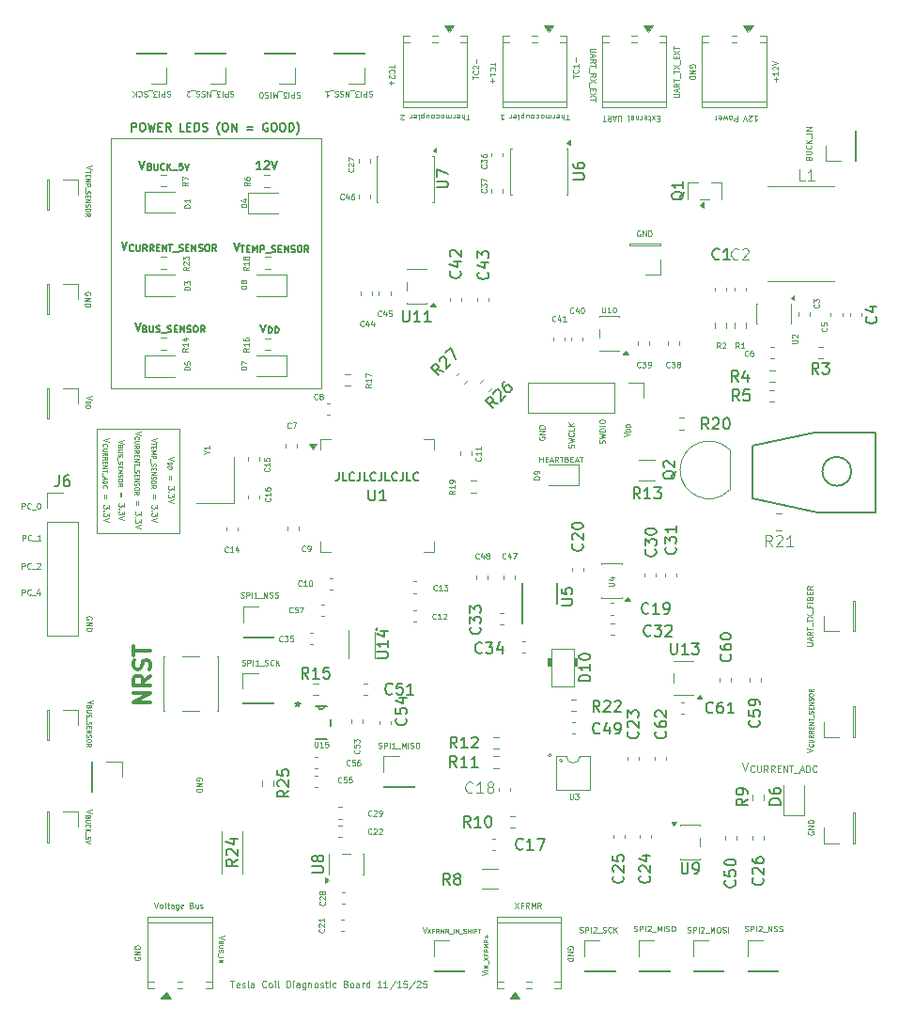
<source format=gbr>
%TF.GenerationSoftware,KiCad,Pcbnew,9.0.5-9.0.5~ubuntu24.04.1*%
%TF.CreationDate,2025-11-18T18:30:51-05:00*%
%TF.ProjectId,teslaCoilSensor,7465736c-6143-46f6-996c-53656e736f72,rev?*%
%TF.SameCoordinates,Original*%
%TF.FileFunction,Legend,Top*%
%TF.FilePolarity,Positive*%
%FSLAX46Y46*%
G04 Gerber Fmt 4.6, Leading zero omitted, Abs format (unit mm)*
G04 Created by KiCad (PCBNEW 9.0.5-9.0.5~ubuntu24.04.1) date 2025-11-18 18:30:51*
%MOMM*%
%LPD*%
G01*
G04 APERTURE LIST*
%ADD10C,0.100000*%
%ADD11C,0.062500*%
%ADD12C,0.093750*%
%ADD13C,0.150000*%
%ADD14C,0.120000*%
%ADD15C,0.300000*%
%ADD16C,0.125000*%
%ADD17C,0.127000*%
%ADD18C,0.152400*%
%ADD19C,0.200000*%
G04 APERTURE END LIST*
D10*
X120050000Y-82600000D02*
X127450000Y-82600000D01*
X127450000Y-92000000D01*
X120050000Y-92000000D01*
X120050000Y-82600000D01*
X121300000Y-56400000D02*
X140300000Y-56400000D01*
X140300000Y-78900000D01*
X121300000Y-78900000D01*
X121300000Y-56400000D01*
D11*
X121114440Y-83468796D02*
X120614440Y-83635462D01*
X120614440Y-83635462D02*
X121114440Y-83802129D01*
X120597297Y-84173557D02*
X120578250Y-84154509D01*
X120578250Y-84154509D02*
X120559202Y-84097367D01*
X120559202Y-84097367D02*
X120559202Y-84059271D01*
X120559202Y-84059271D02*
X120578250Y-84002128D01*
X120578250Y-84002128D02*
X120616345Y-83964033D01*
X120616345Y-83964033D02*
X120654440Y-83944986D01*
X120654440Y-83944986D02*
X120730630Y-83925938D01*
X120730630Y-83925938D02*
X120787773Y-83925938D01*
X120787773Y-83925938D02*
X120863964Y-83944986D01*
X120863964Y-83944986D02*
X120902059Y-83964033D01*
X120902059Y-83964033D02*
X120940154Y-84002128D01*
X120940154Y-84002128D02*
X120959202Y-84059271D01*
X120959202Y-84059271D02*
X120959202Y-84097367D01*
X120959202Y-84097367D02*
X120940154Y-84154509D01*
X120940154Y-84154509D02*
X120921107Y-84173557D01*
X120959202Y-84344986D02*
X120635392Y-84344986D01*
X120635392Y-84344986D02*
X120597297Y-84364033D01*
X120597297Y-84364033D02*
X120578250Y-84383081D01*
X120578250Y-84383081D02*
X120559202Y-84421176D01*
X120559202Y-84421176D02*
X120559202Y-84497367D01*
X120559202Y-84497367D02*
X120578250Y-84535462D01*
X120578250Y-84535462D02*
X120597297Y-84554509D01*
X120597297Y-84554509D02*
X120635392Y-84573557D01*
X120635392Y-84573557D02*
X120959202Y-84573557D01*
X120559202Y-84992605D02*
X120749678Y-84859272D01*
X120559202Y-84764034D02*
X120959202Y-84764034D01*
X120959202Y-84764034D02*
X120959202Y-84916415D01*
X120959202Y-84916415D02*
X120940154Y-84954510D01*
X120940154Y-84954510D02*
X120921107Y-84973557D01*
X120921107Y-84973557D02*
X120883011Y-84992605D01*
X120883011Y-84992605D02*
X120825869Y-84992605D01*
X120825869Y-84992605D02*
X120787773Y-84973557D01*
X120787773Y-84973557D02*
X120768726Y-84954510D01*
X120768726Y-84954510D02*
X120749678Y-84916415D01*
X120749678Y-84916415D02*
X120749678Y-84764034D01*
X120559202Y-85392605D02*
X120749678Y-85259272D01*
X120559202Y-85164034D02*
X120959202Y-85164034D01*
X120959202Y-85164034D02*
X120959202Y-85316415D01*
X120959202Y-85316415D02*
X120940154Y-85354510D01*
X120940154Y-85354510D02*
X120921107Y-85373557D01*
X120921107Y-85373557D02*
X120883011Y-85392605D01*
X120883011Y-85392605D02*
X120825869Y-85392605D01*
X120825869Y-85392605D02*
X120787773Y-85373557D01*
X120787773Y-85373557D02*
X120768726Y-85354510D01*
X120768726Y-85354510D02*
X120749678Y-85316415D01*
X120749678Y-85316415D02*
X120749678Y-85164034D01*
X120768726Y-85564034D02*
X120768726Y-85697367D01*
X120559202Y-85754510D02*
X120559202Y-85564034D01*
X120559202Y-85564034D02*
X120959202Y-85564034D01*
X120959202Y-85564034D02*
X120959202Y-85754510D01*
X120559202Y-85925939D02*
X120959202Y-85925939D01*
X120959202Y-85925939D02*
X120559202Y-86154510D01*
X120559202Y-86154510D02*
X120959202Y-86154510D01*
X120959202Y-86287844D02*
X120959202Y-86516415D01*
X120559202Y-86402129D02*
X120959202Y-86402129D01*
X120521107Y-86554511D02*
X120521107Y-86859272D01*
X120673488Y-86935463D02*
X120673488Y-87125939D01*
X120559202Y-86897368D02*
X120959202Y-87030701D01*
X120959202Y-87030701D02*
X120559202Y-87164034D01*
X120559202Y-87297368D02*
X120959202Y-87297368D01*
X120959202Y-87297368D02*
X120959202Y-87392606D01*
X120959202Y-87392606D02*
X120940154Y-87449749D01*
X120940154Y-87449749D02*
X120902059Y-87487844D01*
X120902059Y-87487844D02*
X120863964Y-87506891D01*
X120863964Y-87506891D02*
X120787773Y-87525939D01*
X120787773Y-87525939D02*
X120730630Y-87525939D01*
X120730630Y-87525939D02*
X120654440Y-87506891D01*
X120654440Y-87506891D02*
X120616345Y-87487844D01*
X120616345Y-87487844D02*
X120578250Y-87449749D01*
X120578250Y-87449749D02*
X120559202Y-87392606D01*
X120559202Y-87392606D02*
X120559202Y-87297368D01*
X120597297Y-87925939D02*
X120578250Y-87906891D01*
X120578250Y-87906891D02*
X120559202Y-87849749D01*
X120559202Y-87849749D02*
X120559202Y-87811653D01*
X120559202Y-87811653D02*
X120578250Y-87754510D01*
X120578250Y-87754510D02*
X120616345Y-87716415D01*
X120616345Y-87716415D02*
X120654440Y-87697368D01*
X120654440Y-87697368D02*
X120730630Y-87678320D01*
X120730630Y-87678320D02*
X120787773Y-87678320D01*
X120787773Y-87678320D02*
X120863964Y-87697368D01*
X120863964Y-87697368D02*
X120902059Y-87716415D01*
X120902059Y-87716415D02*
X120940154Y-87754510D01*
X120940154Y-87754510D02*
X120959202Y-87811653D01*
X120959202Y-87811653D02*
X120959202Y-87849749D01*
X120959202Y-87849749D02*
X120940154Y-87906891D01*
X120940154Y-87906891D02*
X120921107Y-87925939D01*
X120876345Y-88502129D02*
X120876345Y-88883082D01*
X120733488Y-88883082D02*
X120733488Y-88502129D01*
X121114440Y-89454510D02*
X121114440Y-89764034D01*
X121114440Y-89764034D02*
X120923964Y-89597367D01*
X120923964Y-89597367D02*
X120923964Y-89668796D01*
X120923964Y-89668796D02*
X120900154Y-89716415D01*
X120900154Y-89716415D02*
X120876345Y-89740224D01*
X120876345Y-89740224D02*
X120828726Y-89764034D01*
X120828726Y-89764034D02*
X120709678Y-89764034D01*
X120709678Y-89764034D02*
X120662059Y-89740224D01*
X120662059Y-89740224D02*
X120638250Y-89716415D01*
X120638250Y-89716415D02*
X120614440Y-89668796D01*
X120614440Y-89668796D02*
X120614440Y-89525939D01*
X120614440Y-89525939D02*
X120638250Y-89478320D01*
X120638250Y-89478320D02*
X120662059Y-89454510D01*
X120662059Y-89978319D02*
X120638250Y-90002129D01*
X120638250Y-90002129D02*
X120614440Y-89978319D01*
X120614440Y-89978319D02*
X120638250Y-89954510D01*
X120638250Y-89954510D02*
X120662059Y-89978319D01*
X120662059Y-89978319D02*
X120614440Y-89978319D01*
X121114440Y-90168795D02*
X121114440Y-90478319D01*
X121114440Y-90478319D02*
X120923964Y-90311652D01*
X120923964Y-90311652D02*
X120923964Y-90383081D01*
X120923964Y-90383081D02*
X120900154Y-90430700D01*
X120900154Y-90430700D02*
X120876345Y-90454509D01*
X120876345Y-90454509D02*
X120828726Y-90478319D01*
X120828726Y-90478319D02*
X120709678Y-90478319D01*
X120709678Y-90478319D02*
X120662059Y-90454509D01*
X120662059Y-90454509D02*
X120638250Y-90430700D01*
X120638250Y-90430700D02*
X120614440Y-90383081D01*
X120614440Y-90383081D02*
X120614440Y-90240224D01*
X120614440Y-90240224D02*
X120638250Y-90192605D01*
X120638250Y-90192605D02*
X120662059Y-90168795D01*
X121114440Y-90621176D02*
X120614440Y-90787842D01*
X120614440Y-90787842D02*
X121114440Y-90954509D01*
D10*
X167533609Y-83286591D02*
X168033609Y-83119925D01*
X168033609Y-83119925D02*
X167533609Y-82953258D01*
X168088847Y-82810401D02*
X167688847Y-82810401D01*
X167688847Y-82810401D02*
X167688847Y-82715163D01*
X167688847Y-82715163D02*
X167707895Y-82658020D01*
X167707895Y-82658020D02*
X167745990Y-82619925D01*
X167745990Y-82619925D02*
X167784085Y-82600878D01*
X167784085Y-82600878D02*
X167860276Y-82581830D01*
X167860276Y-82581830D02*
X167917419Y-82581830D01*
X167917419Y-82581830D02*
X167993609Y-82600878D01*
X167993609Y-82600878D02*
X168031704Y-82619925D01*
X168031704Y-82619925D02*
X168069800Y-82658020D01*
X168069800Y-82658020D02*
X168088847Y-82715163D01*
X168088847Y-82715163D02*
X168088847Y-82810401D01*
X168088847Y-82410401D02*
X167688847Y-82410401D01*
X167688847Y-82410401D02*
X167688847Y-82315163D01*
X167688847Y-82315163D02*
X167707895Y-82258020D01*
X167707895Y-82258020D02*
X167745990Y-82219925D01*
X167745990Y-82219925D02*
X167784085Y-82200878D01*
X167784085Y-82200878D02*
X167860276Y-82181830D01*
X167860276Y-82181830D02*
X167917419Y-82181830D01*
X167917419Y-82181830D02*
X167993609Y-82200878D01*
X167993609Y-82200878D02*
X168031704Y-82219925D01*
X168031704Y-82219925D02*
X168069800Y-82258020D01*
X168069800Y-82258020D02*
X168088847Y-82315163D01*
X168088847Y-82315163D02*
X168088847Y-82410401D01*
D11*
X162660165Y-115435559D02*
X162660165Y-115840321D01*
X162660165Y-115840321D02*
X162683975Y-115887940D01*
X162683975Y-115887940D02*
X162707784Y-115911750D01*
X162707784Y-115911750D02*
X162755403Y-115935559D01*
X162755403Y-115935559D02*
X162850641Y-115935559D01*
X162850641Y-115935559D02*
X162898260Y-115911750D01*
X162898260Y-115911750D02*
X162922070Y-115887940D01*
X162922070Y-115887940D02*
X162945879Y-115840321D01*
X162945879Y-115840321D02*
X162945879Y-115435559D01*
X163136356Y-115435559D02*
X163445880Y-115435559D01*
X163445880Y-115435559D02*
X163279213Y-115626035D01*
X163279213Y-115626035D02*
X163350642Y-115626035D01*
X163350642Y-115626035D02*
X163398261Y-115649845D01*
X163398261Y-115649845D02*
X163422070Y-115673654D01*
X163422070Y-115673654D02*
X163445880Y-115721273D01*
X163445880Y-115721273D02*
X163445880Y-115840321D01*
X163445880Y-115840321D02*
X163422070Y-115887940D01*
X163422070Y-115887940D02*
X163398261Y-115911750D01*
X163398261Y-115911750D02*
X163350642Y-115935559D01*
X163350642Y-115935559D02*
X163207785Y-115935559D01*
X163207785Y-115935559D02*
X163160166Y-115911750D01*
X163160166Y-115911750D02*
X163136356Y-115887940D01*
D10*
X131566390Y-128213408D02*
X131066390Y-128380074D01*
X131066390Y-128380074D02*
X131566390Y-128546741D01*
X131220676Y-128822931D02*
X131201628Y-128880074D01*
X131201628Y-128880074D02*
X131182580Y-128899121D01*
X131182580Y-128899121D02*
X131144485Y-128918169D01*
X131144485Y-128918169D02*
X131087342Y-128918169D01*
X131087342Y-128918169D02*
X131049247Y-128899121D01*
X131049247Y-128899121D02*
X131030200Y-128880074D01*
X131030200Y-128880074D02*
X131011152Y-128841979D01*
X131011152Y-128841979D02*
X131011152Y-128689598D01*
X131011152Y-128689598D02*
X131411152Y-128689598D01*
X131411152Y-128689598D02*
X131411152Y-128822931D01*
X131411152Y-128822931D02*
X131392104Y-128861026D01*
X131392104Y-128861026D02*
X131373057Y-128880074D01*
X131373057Y-128880074D02*
X131334961Y-128899121D01*
X131334961Y-128899121D02*
X131296866Y-128899121D01*
X131296866Y-128899121D02*
X131258771Y-128880074D01*
X131258771Y-128880074D02*
X131239723Y-128861026D01*
X131239723Y-128861026D02*
X131220676Y-128822931D01*
X131220676Y-128822931D02*
X131220676Y-128689598D01*
X131411152Y-129089598D02*
X131087342Y-129089598D01*
X131087342Y-129089598D02*
X131049247Y-129108645D01*
X131049247Y-129108645D02*
X131030200Y-129127693D01*
X131030200Y-129127693D02*
X131011152Y-129165788D01*
X131011152Y-129165788D02*
X131011152Y-129241979D01*
X131011152Y-129241979D02*
X131030200Y-129280074D01*
X131030200Y-129280074D02*
X131049247Y-129299121D01*
X131049247Y-129299121D02*
X131087342Y-129318169D01*
X131087342Y-129318169D02*
X131411152Y-129318169D01*
X131030200Y-129489598D02*
X131011152Y-129546741D01*
X131011152Y-129546741D02*
X131011152Y-129641979D01*
X131011152Y-129641979D02*
X131030200Y-129680074D01*
X131030200Y-129680074D02*
X131049247Y-129699122D01*
X131049247Y-129699122D02*
X131087342Y-129718169D01*
X131087342Y-129718169D02*
X131125438Y-129718169D01*
X131125438Y-129718169D02*
X131163533Y-129699122D01*
X131163533Y-129699122D02*
X131182580Y-129680074D01*
X131182580Y-129680074D02*
X131201628Y-129641979D01*
X131201628Y-129641979D02*
X131220676Y-129565788D01*
X131220676Y-129565788D02*
X131239723Y-129527693D01*
X131239723Y-129527693D02*
X131258771Y-129508646D01*
X131258771Y-129508646D02*
X131296866Y-129489598D01*
X131296866Y-129489598D02*
X131334961Y-129489598D01*
X131334961Y-129489598D02*
X131373057Y-129508646D01*
X131373057Y-129508646D02*
X131392104Y-129527693D01*
X131392104Y-129527693D02*
X131411152Y-129565788D01*
X131411152Y-129565788D02*
X131411152Y-129661027D01*
X131411152Y-129661027D02*
X131392104Y-129718169D01*
X130973057Y-129794360D02*
X130973057Y-130099121D01*
X131011152Y-130194360D02*
X131411152Y-130194360D01*
X131011152Y-130384836D02*
X131411152Y-130384836D01*
X131411152Y-130384836D02*
X131011152Y-130613407D01*
X131011152Y-130613407D02*
X131411152Y-130613407D01*
X119566390Y-116913408D02*
X119066390Y-117080074D01*
X119066390Y-117080074D02*
X119566390Y-117246741D01*
X119220676Y-117522931D02*
X119201628Y-117580074D01*
X119201628Y-117580074D02*
X119182580Y-117599121D01*
X119182580Y-117599121D02*
X119144485Y-117618169D01*
X119144485Y-117618169D02*
X119087342Y-117618169D01*
X119087342Y-117618169D02*
X119049247Y-117599121D01*
X119049247Y-117599121D02*
X119030200Y-117580074D01*
X119030200Y-117580074D02*
X119011152Y-117541979D01*
X119011152Y-117541979D02*
X119011152Y-117389598D01*
X119011152Y-117389598D02*
X119411152Y-117389598D01*
X119411152Y-117389598D02*
X119411152Y-117522931D01*
X119411152Y-117522931D02*
X119392104Y-117561026D01*
X119392104Y-117561026D02*
X119373057Y-117580074D01*
X119373057Y-117580074D02*
X119334961Y-117599121D01*
X119334961Y-117599121D02*
X119296866Y-117599121D01*
X119296866Y-117599121D02*
X119258771Y-117580074D01*
X119258771Y-117580074D02*
X119239723Y-117561026D01*
X119239723Y-117561026D02*
X119220676Y-117522931D01*
X119220676Y-117522931D02*
X119220676Y-117389598D01*
X119411152Y-117789598D02*
X119087342Y-117789598D01*
X119087342Y-117789598D02*
X119049247Y-117808645D01*
X119049247Y-117808645D02*
X119030200Y-117827693D01*
X119030200Y-117827693D02*
X119011152Y-117865788D01*
X119011152Y-117865788D02*
X119011152Y-117941979D01*
X119011152Y-117941979D02*
X119030200Y-117980074D01*
X119030200Y-117980074D02*
X119049247Y-117999121D01*
X119049247Y-117999121D02*
X119087342Y-118018169D01*
X119087342Y-118018169D02*
X119411152Y-118018169D01*
X119049247Y-118437217D02*
X119030200Y-118418169D01*
X119030200Y-118418169D02*
X119011152Y-118361027D01*
X119011152Y-118361027D02*
X119011152Y-118322931D01*
X119011152Y-118322931D02*
X119030200Y-118265788D01*
X119030200Y-118265788D02*
X119068295Y-118227693D01*
X119068295Y-118227693D02*
X119106390Y-118208646D01*
X119106390Y-118208646D02*
X119182580Y-118189598D01*
X119182580Y-118189598D02*
X119239723Y-118189598D01*
X119239723Y-118189598D02*
X119315914Y-118208646D01*
X119315914Y-118208646D02*
X119354009Y-118227693D01*
X119354009Y-118227693D02*
X119392104Y-118265788D01*
X119392104Y-118265788D02*
X119411152Y-118322931D01*
X119411152Y-118322931D02*
X119411152Y-118361027D01*
X119411152Y-118361027D02*
X119392104Y-118418169D01*
X119392104Y-118418169D02*
X119373057Y-118437217D01*
X119011152Y-118608646D02*
X119411152Y-118608646D01*
X119011152Y-118837217D02*
X119239723Y-118665788D01*
X119411152Y-118837217D02*
X119182580Y-118608646D01*
X118973057Y-118913408D02*
X118973057Y-119218169D01*
X119411152Y-119503884D02*
X119411152Y-119313408D01*
X119411152Y-119313408D02*
X119220676Y-119294360D01*
X119220676Y-119294360D02*
X119239723Y-119313408D01*
X119239723Y-119313408D02*
X119258771Y-119351503D01*
X119258771Y-119351503D02*
X119258771Y-119446741D01*
X119258771Y-119446741D02*
X119239723Y-119484836D01*
X119239723Y-119484836D02*
X119220676Y-119503884D01*
X119220676Y-119503884D02*
X119182580Y-119522931D01*
X119182580Y-119522931D02*
X119087342Y-119522931D01*
X119087342Y-119522931D02*
X119049247Y-119503884D01*
X119049247Y-119503884D02*
X119030200Y-119484836D01*
X119030200Y-119484836D02*
X119011152Y-119446741D01*
X119011152Y-119446741D02*
X119011152Y-119351503D01*
X119011152Y-119351503D02*
X119030200Y-119313408D01*
X119030200Y-119313408D02*
X119049247Y-119294360D01*
X119411152Y-119637217D02*
X119011152Y-119770550D01*
X119011152Y-119770550D02*
X119411152Y-119903883D01*
D12*
X178233105Y-112653339D02*
X178483105Y-113403339D01*
X178483105Y-113403339D02*
X178733105Y-112653339D01*
X179290248Y-113429053D02*
X179261676Y-113457625D01*
X179261676Y-113457625D02*
X179175962Y-113486196D01*
X179175962Y-113486196D02*
X179118819Y-113486196D01*
X179118819Y-113486196D02*
X179033105Y-113457625D01*
X179033105Y-113457625D02*
X178975962Y-113400482D01*
X178975962Y-113400482D02*
X178947391Y-113343339D01*
X178947391Y-113343339D02*
X178918819Y-113229053D01*
X178918819Y-113229053D02*
X178918819Y-113143339D01*
X178918819Y-113143339D02*
X178947391Y-113029053D01*
X178947391Y-113029053D02*
X178975962Y-112971910D01*
X178975962Y-112971910D02*
X179033105Y-112914767D01*
X179033105Y-112914767D02*
X179118819Y-112886196D01*
X179118819Y-112886196D02*
X179175962Y-112886196D01*
X179175962Y-112886196D02*
X179261676Y-112914767D01*
X179261676Y-112914767D02*
X179290248Y-112943339D01*
X179547391Y-112886196D02*
X179547391Y-113371910D01*
X179547391Y-113371910D02*
X179575962Y-113429053D01*
X179575962Y-113429053D02*
X179604534Y-113457625D01*
X179604534Y-113457625D02*
X179661676Y-113486196D01*
X179661676Y-113486196D02*
X179775962Y-113486196D01*
X179775962Y-113486196D02*
X179833105Y-113457625D01*
X179833105Y-113457625D02*
X179861676Y-113429053D01*
X179861676Y-113429053D02*
X179890248Y-113371910D01*
X179890248Y-113371910D02*
X179890248Y-112886196D01*
X180518819Y-113486196D02*
X180318819Y-113200482D01*
X180175962Y-113486196D02*
X180175962Y-112886196D01*
X180175962Y-112886196D02*
X180404533Y-112886196D01*
X180404533Y-112886196D02*
X180461676Y-112914767D01*
X180461676Y-112914767D02*
X180490247Y-112943339D01*
X180490247Y-112943339D02*
X180518819Y-113000482D01*
X180518819Y-113000482D02*
X180518819Y-113086196D01*
X180518819Y-113086196D02*
X180490247Y-113143339D01*
X180490247Y-113143339D02*
X180461676Y-113171910D01*
X180461676Y-113171910D02*
X180404533Y-113200482D01*
X180404533Y-113200482D02*
X180175962Y-113200482D01*
X181118819Y-113486196D02*
X180918819Y-113200482D01*
X180775962Y-113486196D02*
X180775962Y-112886196D01*
X180775962Y-112886196D02*
X181004533Y-112886196D01*
X181004533Y-112886196D02*
X181061676Y-112914767D01*
X181061676Y-112914767D02*
X181090247Y-112943339D01*
X181090247Y-112943339D02*
X181118819Y-113000482D01*
X181118819Y-113000482D02*
X181118819Y-113086196D01*
X181118819Y-113086196D02*
X181090247Y-113143339D01*
X181090247Y-113143339D02*
X181061676Y-113171910D01*
X181061676Y-113171910D02*
X181004533Y-113200482D01*
X181004533Y-113200482D02*
X180775962Y-113200482D01*
X181375962Y-113171910D02*
X181575962Y-113171910D01*
X181661676Y-113486196D02*
X181375962Y-113486196D01*
X181375962Y-113486196D02*
X181375962Y-112886196D01*
X181375962Y-112886196D02*
X181661676Y-112886196D01*
X181918819Y-113486196D02*
X181918819Y-112886196D01*
X181918819Y-112886196D02*
X182261676Y-113486196D01*
X182261676Y-113486196D02*
X182261676Y-112886196D01*
X182461675Y-112886196D02*
X182804533Y-112886196D01*
X182633104Y-113486196D02*
X182633104Y-112886196D01*
X182861676Y-113543339D02*
X183318818Y-113543339D01*
X183433104Y-113314767D02*
X183718819Y-113314767D01*
X183375961Y-113486196D02*
X183575961Y-112886196D01*
X183575961Y-112886196D02*
X183775961Y-113486196D01*
X183975962Y-113486196D02*
X183975962Y-112886196D01*
X183975962Y-112886196D02*
X184118819Y-112886196D01*
X184118819Y-112886196D02*
X184204533Y-112914767D01*
X184204533Y-112914767D02*
X184261676Y-112971910D01*
X184261676Y-112971910D02*
X184290247Y-113029053D01*
X184290247Y-113029053D02*
X184318819Y-113143339D01*
X184318819Y-113143339D02*
X184318819Y-113229053D01*
X184318819Y-113229053D02*
X184290247Y-113343339D01*
X184290247Y-113343339D02*
X184261676Y-113400482D01*
X184261676Y-113400482D02*
X184204533Y-113457625D01*
X184204533Y-113457625D02*
X184118819Y-113486196D01*
X184118819Y-113486196D02*
X183975962Y-113486196D01*
X184918819Y-113429053D02*
X184890247Y-113457625D01*
X184890247Y-113457625D02*
X184804533Y-113486196D01*
X184804533Y-113486196D02*
X184747390Y-113486196D01*
X184747390Y-113486196D02*
X184661676Y-113457625D01*
X184661676Y-113457625D02*
X184604533Y-113400482D01*
X184604533Y-113400482D02*
X184575962Y-113343339D01*
X184575962Y-113343339D02*
X184547390Y-113229053D01*
X184547390Y-113229053D02*
X184547390Y-113143339D01*
X184547390Y-113143339D02*
X184575962Y-113029053D01*
X184575962Y-113029053D02*
X184604533Y-112971910D01*
X184604533Y-112971910D02*
X184661676Y-112914767D01*
X184661676Y-112914767D02*
X184747390Y-112886196D01*
X184747390Y-112886196D02*
X184804533Y-112886196D01*
X184804533Y-112886196D02*
X184890247Y-112914767D01*
X184890247Y-112914767D02*
X184918819Y-112943339D01*
D10*
X129492580Y-114246741D02*
X129516390Y-114199122D01*
X129516390Y-114199122D02*
X129516390Y-114127693D01*
X129516390Y-114127693D02*
X129492580Y-114056265D01*
X129492580Y-114056265D02*
X129444961Y-114008646D01*
X129444961Y-114008646D02*
X129397342Y-113984836D01*
X129397342Y-113984836D02*
X129302104Y-113961027D01*
X129302104Y-113961027D02*
X129230676Y-113961027D01*
X129230676Y-113961027D02*
X129135438Y-113984836D01*
X129135438Y-113984836D02*
X129087819Y-114008646D01*
X129087819Y-114008646D02*
X129040200Y-114056265D01*
X129040200Y-114056265D02*
X129016390Y-114127693D01*
X129016390Y-114127693D02*
X129016390Y-114175312D01*
X129016390Y-114175312D02*
X129040200Y-114246741D01*
X129040200Y-114246741D02*
X129064009Y-114270550D01*
X129064009Y-114270550D02*
X129230676Y-114270550D01*
X129230676Y-114270550D02*
X129230676Y-114175312D01*
X129016390Y-114484836D02*
X129516390Y-114484836D01*
X129516390Y-114484836D02*
X129016390Y-114770550D01*
X129016390Y-114770550D02*
X129516390Y-114770550D01*
X129016390Y-115008646D02*
X129516390Y-115008646D01*
X129516390Y-115008646D02*
X129516390Y-115127694D01*
X129516390Y-115127694D02*
X129492580Y-115199122D01*
X129492580Y-115199122D02*
X129444961Y-115246741D01*
X129444961Y-115246741D02*
X129397342Y-115270551D01*
X129397342Y-115270551D02*
X129302104Y-115294360D01*
X129302104Y-115294360D02*
X129230676Y-115294360D01*
X129230676Y-115294360D02*
X129135438Y-115270551D01*
X129135438Y-115270551D02*
X129087819Y-115246741D01*
X129087819Y-115246741D02*
X129040200Y-115199122D01*
X129040200Y-115199122D02*
X129016390Y-115127694D01*
X129016390Y-115127694D02*
X129016390Y-115008646D01*
X153586591Y-54766390D02*
X153300877Y-54766390D01*
X153443734Y-54266390D02*
X153443734Y-54766390D01*
X153134211Y-54266390D02*
X153134211Y-54766390D01*
X152919925Y-54266390D02*
X152919925Y-54528295D01*
X152919925Y-54528295D02*
X152943735Y-54575914D01*
X152943735Y-54575914D02*
X152991354Y-54599723D01*
X152991354Y-54599723D02*
X153062782Y-54599723D01*
X153062782Y-54599723D02*
X153110401Y-54575914D01*
X153110401Y-54575914D02*
X153134211Y-54552104D01*
X152491354Y-54290200D02*
X152538973Y-54266390D01*
X152538973Y-54266390D02*
X152634211Y-54266390D01*
X152634211Y-54266390D02*
X152681830Y-54290200D01*
X152681830Y-54290200D02*
X152705639Y-54337819D01*
X152705639Y-54337819D02*
X152705639Y-54528295D01*
X152705639Y-54528295D02*
X152681830Y-54575914D01*
X152681830Y-54575914D02*
X152634211Y-54599723D01*
X152634211Y-54599723D02*
X152538973Y-54599723D01*
X152538973Y-54599723D02*
X152491354Y-54575914D01*
X152491354Y-54575914D02*
X152467544Y-54528295D01*
X152467544Y-54528295D02*
X152467544Y-54480676D01*
X152467544Y-54480676D02*
X152705639Y-54433057D01*
X152253259Y-54266390D02*
X152253259Y-54599723D01*
X152253259Y-54504485D02*
X152229449Y-54552104D01*
X152229449Y-54552104D02*
X152205640Y-54575914D01*
X152205640Y-54575914D02*
X152158021Y-54599723D01*
X152158021Y-54599723D02*
X152110402Y-54599723D01*
X151943735Y-54266390D02*
X151943735Y-54599723D01*
X151943735Y-54552104D02*
X151919925Y-54575914D01*
X151919925Y-54575914D02*
X151872306Y-54599723D01*
X151872306Y-54599723D02*
X151800878Y-54599723D01*
X151800878Y-54599723D02*
X151753259Y-54575914D01*
X151753259Y-54575914D02*
X151729449Y-54528295D01*
X151729449Y-54528295D02*
X151729449Y-54266390D01*
X151729449Y-54528295D02*
X151705640Y-54575914D01*
X151705640Y-54575914D02*
X151658021Y-54599723D01*
X151658021Y-54599723D02*
X151586592Y-54599723D01*
X151586592Y-54599723D02*
X151538973Y-54575914D01*
X151538973Y-54575914D02*
X151515163Y-54528295D01*
X151515163Y-54528295D02*
X151515163Y-54266390D01*
X151205639Y-54266390D02*
X151253258Y-54290200D01*
X151253258Y-54290200D02*
X151277068Y-54314009D01*
X151277068Y-54314009D02*
X151300877Y-54361628D01*
X151300877Y-54361628D02*
X151300877Y-54504485D01*
X151300877Y-54504485D02*
X151277068Y-54552104D01*
X151277068Y-54552104D02*
X151253258Y-54575914D01*
X151253258Y-54575914D02*
X151205639Y-54599723D01*
X151205639Y-54599723D02*
X151134211Y-54599723D01*
X151134211Y-54599723D02*
X151086592Y-54575914D01*
X151086592Y-54575914D02*
X151062782Y-54552104D01*
X151062782Y-54552104D02*
X151038973Y-54504485D01*
X151038973Y-54504485D02*
X151038973Y-54361628D01*
X151038973Y-54361628D02*
X151062782Y-54314009D01*
X151062782Y-54314009D02*
X151086592Y-54290200D01*
X151086592Y-54290200D02*
X151134211Y-54266390D01*
X151134211Y-54266390D02*
X151205639Y-54266390D01*
X150610401Y-54290200D02*
X150658020Y-54266390D01*
X150658020Y-54266390D02*
X150753258Y-54266390D01*
X150753258Y-54266390D02*
X150800877Y-54290200D01*
X150800877Y-54290200D02*
X150824687Y-54314009D01*
X150824687Y-54314009D02*
X150848496Y-54361628D01*
X150848496Y-54361628D02*
X150848496Y-54504485D01*
X150848496Y-54504485D02*
X150824687Y-54552104D01*
X150824687Y-54552104D02*
X150800877Y-54575914D01*
X150800877Y-54575914D02*
X150753258Y-54599723D01*
X150753258Y-54599723D02*
X150658020Y-54599723D01*
X150658020Y-54599723D02*
X150610401Y-54575914D01*
X150324687Y-54266390D02*
X150372306Y-54290200D01*
X150372306Y-54290200D02*
X150396116Y-54314009D01*
X150396116Y-54314009D02*
X150419925Y-54361628D01*
X150419925Y-54361628D02*
X150419925Y-54504485D01*
X150419925Y-54504485D02*
X150396116Y-54552104D01*
X150396116Y-54552104D02*
X150372306Y-54575914D01*
X150372306Y-54575914D02*
X150324687Y-54599723D01*
X150324687Y-54599723D02*
X150253259Y-54599723D01*
X150253259Y-54599723D02*
X150205640Y-54575914D01*
X150205640Y-54575914D02*
X150181830Y-54552104D01*
X150181830Y-54552104D02*
X150158021Y-54504485D01*
X150158021Y-54504485D02*
X150158021Y-54361628D01*
X150158021Y-54361628D02*
X150181830Y-54314009D01*
X150181830Y-54314009D02*
X150205640Y-54290200D01*
X150205640Y-54290200D02*
X150253259Y-54266390D01*
X150253259Y-54266390D02*
X150324687Y-54266390D01*
X149729449Y-54599723D02*
X149729449Y-54266390D01*
X149943735Y-54599723D02*
X149943735Y-54337819D01*
X149943735Y-54337819D02*
X149919925Y-54290200D01*
X149919925Y-54290200D02*
X149872306Y-54266390D01*
X149872306Y-54266390D02*
X149800878Y-54266390D01*
X149800878Y-54266390D02*
X149753259Y-54290200D01*
X149753259Y-54290200D02*
X149729449Y-54314009D01*
X149491354Y-54599723D02*
X149491354Y-54099723D01*
X149491354Y-54575914D02*
X149443735Y-54599723D01*
X149443735Y-54599723D02*
X149348497Y-54599723D01*
X149348497Y-54599723D02*
X149300878Y-54575914D01*
X149300878Y-54575914D02*
X149277068Y-54552104D01*
X149277068Y-54552104D02*
X149253259Y-54504485D01*
X149253259Y-54504485D02*
X149253259Y-54361628D01*
X149253259Y-54361628D02*
X149277068Y-54314009D01*
X149277068Y-54314009D02*
X149300878Y-54290200D01*
X149300878Y-54290200D02*
X149348497Y-54266390D01*
X149348497Y-54266390D02*
X149443735Y-54266390D01*
X149443735Y-54266390D02*
X149491354Y-54290200D01*
X148967544Y-54266390D02*
X149015163Y-54290200D01*
X149015163Y-54290200D02*
X149038973Y-54337819D01*
X149038973Y-54337819D02*
X149038973Y-54766390D01*
X148586592Y-54290200D02*
X148634211Y-54266390D01*
X148634211Y-54266390D02*
X148729449Y-54266390D01*
X148729449Y-54266390D02*
X148777068Y-54290200D01*
X148777068Y-54290200D02*
X148800877Y-54337819D01*
X148800877Y-54337819D02*
X148800877Y-54528295D01*
X148800877Y-54528295D02*
X148777068Y-54575914D01*
X148777068Y-54575914D02*
X148729449Y-54599723D01*
X148729449Y-54599723D02*
X148634211Y-54599723D01*
X148634211Y-54599723D02*
X148586592Y-54575914D01*
X148586592Y-54575914D02*
X148562782Y-54528295D01*
X148562782Y-54528295D02*
X148562782Y-54480676D01*
X148562782Y-54480676D02*
X148800877Y-54433057D01*
X148348497Y-54266390D02*
X148348497Y-54599723D01*
X148348497Y-54504485D02*
X148324687Y-54552104D01*
X148324687Y-54552104D02*
X148300878Y-54575914D01*
X148300878Y-54575914D02*
X148253259Y-54599723D01*
X148253259Y-54599723D02*
X148205640Y-54599723D01*
X147681830Y-54718771D02*
X147658021Y-54742580D01*
X147658021Y-54742580D02*
X147610402Y-54766390D01*
X147610402Y-54766390D02*
X147491354Y-54766390D01*
X147491354Y-54766390D02*
X147443735Y-54742580D01*
X147443735Y-54742580D02*
X147419926Y-54718771D01*
X147419926Y-54718771D02*
X147396116Y-54671152D01*
X147396116Y-54671152D02*
X147396116Y-54623533D01*
X147396116Y-54623533D02*
X147419926Y-54552104D01*
X147419926Y-54552104D02*
X147705640Y-54266390D01*
X147705640Y-54266390D02*
X147396116Y-54266390D01*
D13*
X123470112Y-73050414D02*
X123720112Y-73800414D01*
X123720112Y-73800414D02*
X123970112Y-73050414D01*
X124384398Y-73568985D02*
X124470112Y-73597557D01*
X124470112Y-73597557D02*
X124498683Y-73626128D01*
X124498683Y-73626128D02*
X124527255Y-73683271D01*
X124527255Y-73683271D02*
X124527255Y-73768985D01*
X124527255Y-73768985D02*
X124498683Y-73826128D01*
X124498683Y-73826128D02*
X124470112Y-73854700D01*
X124470112Y-73854700D02*
X124412969Y-73883271D01*
X124412969Y-73883271D02*
X124184398Y-73883271D01*
X124184398Y-73883271D02*
X124184398Y-73283271D01*
X124184398Y-73283271D02*
X124384398Y-73283271D01*
X124384398Y-73283271D02*
X124441541Y-73311842D01*
X124441541Y-73311842D02*
X124470112Y-73340414D01*
X124470112Y-73340414D02*
X124498683Y-73397557D01*
X124498683Y-73397557D02*
X124498683Y-73454700D01*
X124498683Y-73454700D02*
X124470112Y-73511842D01*
X124470112Y-73511842D02*
X124441541Y-73540414D01*
X124441541Y-73540414D02*
X124384398Y-73568985D01*
X124384398Y-73568985D02*
X124184398Y-73568985D01*
X124784398Y-73283271D02*
X124784398Y-73768985D01*
X124784398Y-73768985D02*
X124812969Y-73826128D01*
X124812969Y-73826128D02*
X124841541Y-73854700D01*
X124841541Y-73854700D02*
X124898683Y-73883271D01*
X124898683Y-73883271D02*
X125012969Y-73883271D01*
X125012969Y-73883271D02*
X125070112Y-73854700D01*
X125070112Y-73854700D02*
X125098683Y-73826128D01*
X125098683Y-73826128D02*
X125127255Y-73768985D01*
X125127255Y-73768985D02*
X125127255Y-73283271D01*
X125384397Y-73854700D02*
X125470112Y-73883271D01*
X125470112Y-73883271D02*
X125612969Y-73883271D01*
X125612969Y-73883271D02*
X125670112Y-73854700D01*
X125670112Y-73854700D02*
X125698683Y-73826128D01*
X125698683Y-73826128D02*
X125727254Y-73768985D01*
X125727254Y-73768985D02*
X125727254Y-73711842D01*
X125727254Y-73711842D02*
X125698683Y-73654700D01*
X125698683Y-73654700D02*
X125670112Y-73626128D01*
X125670112Y-73626128D02*
X125612969Y-73597557D01*
X125612969Y-73597557D02*
X125498683Y-73568985D01*
X125498683Y-73568985D02*
X125441540Y-73540414D01*
X125441540Y-73540414D02*
X125412969Y-73511842D01*
X125412969Y-73511842D02*
X125384397Y-73454700D01*
X125384397Y-73454700D02*
X125384397Y-73397557D01*
X125384397Y-73397557D02*
X125412969Y-73340414D01*
X125412969Y-73340414D02*
X125441540Y-73311842D01*
X125441540Y-73311842D02*
X125498683Y-73283271D01*
X125498683Y-73283271D02*
X125641540Y-73283271D01*
X125641540Y-73283271D02*
X125727254Y-73311842D01*
X125841541Y-73940414D02*
X126298683Y-73940414D01*
X126412969Y-73854700D02*
X126498684Y-73883271D01*
X126498684Y-73883271D02*
X126641541Y-73883271D01*
X126641541Y-73883271D02*
X126698684Y-73854700D01*
X126698684Y-73854700D02*
X126727255Y-73826128D01*
X126727255Y-73826128D02*
X126755826Y-73768985D01*
X126755826Y-73768985D02*
X126755826Y-73711842D01*
X126755826Y-73711842D02*
X126727255Y-73654700D01*
X126727255Y-73654700D02*
X126698684Y-73626128D01*
X126698684Y-73626128D02*
X126641541Y-73597557D01*
X126641541Y-73597557D02*
X126527255Y-73568985D01*
X126527255Y-73568985D02*
X126470112Y-73540414D01*
X126470112Y-73540414D02*
X126441541Y-73511842D01*
X126441541Y-73511842D02*
X126412969Y-73454700D01*
X126412969Y-73454700D02*
X126412969Y-73397557D01*
X126412969Y-73397557D02*
X126441541Y-73340414D01*
X126441541Y-73340414D02*
X126470112Y-73311842D01*
X126470112Y-73311842D02*
X126527255Y-73283271D01*
X126527255Y-73283271D02*
X126670112Y-73283271D01*
X126670112Y-73283271D02*
X126755826Y-73311842D01*
X127012970Y-73568985D02*
X127212970Y-73568985D01*
X127298684Y-73883271D02*
X127012970Y-73883271D01*
X127012970Y-73883271D02*
X127012970Y-73283271D01*
X127012970Y-73283271D02*
X127298684Y-73283271D01*
X127555827Y-73883271D02*
X127555827Y-73283271D01*
X127555827Y-73283271D02*
X127898684Y-73883271D01*
X127898684Y-73883271D02*
X127898684Y-73283271D01*
X128155826Y-73854700D02*
X128241541Y-73883271D01*
X128241541Y-73883271D02*
X128384398Y-73883271D01*
X128384398Y-73883271D02*
X128441541Y-73854700D01*
X128441541Y-73854700D02*
X128470112Y-73826128D01*
X128470112Y-73826128D02*
X128498683Y-73768985D01*
X128498683Y-73768985D02*
X128498683Y-73711842D01*
X128498683Y-73711842D02*
X128470112Y-73654700D01*
X128470112Y-73654700D02*
X128441541Y-73626128D01*
X128441541Y-73626128D02*
X128384398Y-73597557D01*
X128384398Y-73597557D02*
X128270112Y-73568985D01*
X128270112Y-73568985D02*
X128212969Y-73540414D01*
X128212969Y-73540414D02*
X128184398Y-73511842D01*
X128184398Y-73511842D02*
X128155826Y-73454700D01*
X128155826Y-73454700D02*
X128155826Y-73397557D01*
X128155826Y-73397557D02*
X128184398Y-73340414D01*
X128184398Y-73340414D02*
X128212969Y-73311842D01*
X128212969Y-73311842D02*
X128270112Y-73283271D01*
X128270112Y-73283271D02*
X128412969Y-73283271D01*
X128412969Y-73283271D02*
X128498683Y-73311842D01*
X128870112Y-73283271D02*
X128984398Y-73283271D01*
X128984398Y-73283271D02*
X129041541Y-73311842D01*
X129041541Y-73311842D02*
X129098684Y-73368985D01*
X129098684Y-73368985D02*
X129127255Y-73483271D01*
X129127255Y-73483271D02*
X129127255Y-73683271D01*
X129127255Y-73683271D02*
X129098684Y-73797557D01*
X129098684Y-73797557D02*
X129041541Y-73854700D01*
X129041541Y-73854700D02*
X128984398Y-73883271D01*
X128984398Y-73883271D02*
X128870112Y-73883271D01*
X128870112Y-73883271D02*
X128812970Y-73854700D01*
X128812970Y-73854700D02*
X128755827Y-73797557D01*
X128755827Y-73797557D02*
X128727255Y-73683271D01*
X128727255Y-73683271D02*
X128727255Y-73483271D01*
X128727255Y-73483271D02*
X128755827Y-73368985D01*
X128755827Y-73368985D02*
X128812970Y-73311842D01*
X128812970Y-73311842D02*
X128870112Y-73283271D01*
X129727255Y-73883271D02*
X129527255Y-73597557D01*
X129384398Y-73883271D02*
X129384398Y-73283271D01*
X129384398Y-73283271D02*
X129612969Y-73283271D01*
X129612969Y-73283271D02*
X129670112Y-73311842D01*
X129670112Y-73311842D02*
X129698683Y-73340414D01*
X129698683Y-73340414D02*
X129727255Y-73397557D01*
X129727255Y-73397557D02*
X129727255Y-73483271D01*
X129727255Y-73483271D02*
X129698683Y-73540414D01*
X129698683Y-73540414D02*
X129670112Y-73568985D01*
X129670112Y-73568985D02*
X129612969Y-73597557D01*
X129612969Y-73597557D02*
X129384398Y-73597557D01*
D10*
X155966390Y-49613408D02*
X155966390Y-49899122D01*
X155466390Y-49756265D02*
X155966390Y-49756265D01*
X155514009Y-50351502D02*
X155490200Y-50327693D01*
X155490200Y-50327693D02*
X155466390Y-50256264D01*
X155466390Y-50256264D02*
X155466390Y-50208645D01*
X155466390Y-50208645D02*
X155490200Y-50137217D01*
X155490200Y-50137217D02*
X155537819Y-50089598D01*
X155537819Y-50089598D02*
X155585438Y-50065788D01*
X155585438Y-50065788D02*
X155680676Y-50041979D01*
X155680676Y-50041979D02*
X155752104Y-50041979D01*
X155752104Y-50041979D02*
X155847342Y-50065788D01*
X155847342Y-50065788D02*
X155894961Y-50089598D01*
X155894961Y-50089598D02*
X155942580Y-50137217D01*
X155942580Y-50137217D02*
X155966390Y-50208645D01*
X155966390Y-50208645D02*
X155966390Y-50256264D01*
X155966390Y-50256264D02*
X155942580Y-50327693D01*
X155942580Y-50327693D02*
X155918771Y-50351502D01*
X155466390Y-50827693D02*
X155466390Y-50541979D01*
X155466390Y-50684836D02*
X155966390Y-50684836D01*
X155966390Y-50684836D02*
X155894961Y-50637217D01*
X155894961Y-50637217D02*
X155847342Y-50589598D01*
X155847342Y-50589598D02*
X155823533Y-50541979D01*
X155656866Y-51041978D02*
X155656866Y-51422931D01*
X155466390Y-51232454D02*
X155847342Y-51232454D01*
X149413408Y-127433609D02*
X149580074Y-127933609D01*
X149580074Y-127933609D02*
X149746741Y-127433609D01*
X149851502Y-127588847D02*
X150118169Y-127988847D01*
X150118169Y-127588847D02*
X149851502Y-127988847D01*
X150403883Y-127779323D02*
X150270550Y-127779323D01*
X150270550Y-127988847D02*
X150270550Y-127588847D01*
X150270550Y-127588847D02*
X150461026Y-127588847D01*
X150841978Y-127988847D02*
X150708645Y-127798371D01*
X150613407Y-127988847D02*
X150613407Y-127588847D01*
X150613407Y-127588847D02*
X150765788Y-127588847D01*
X150765788Y-127588847D02*
X150803883Y-127607895D01*
X150803883Y-127607895D02*
X150822930Y-127626942D01*
X150822930Y-127626942D02*
X150841978Y-127665038D01*
X150841978Y-127665038D02*
X150841978Y-127722180D01*
X150841978Y-127722180D02*
X150822930Y-127760276D01*
X150822930Y-127760276D02*
X150803883Y-127779323D01*
X150803883Y-127779323D02*
X150765788Y-127798371D01*
X150765788Y-127798371D02*
X150613407Y-127798371D01*
X151013407Y-127988847D02*
X151013407Y-127588847D01*
X151013407Y-127588847D02*
X151146740Y-127874561D01*
X151146740Y-127874561D02*
X151280073Y-127588847D01*
X151280073Y-127588847D02*
X151280073Y-127988847D01*
X151699121Y-127988847D02*
X151565788Y-127798371D01*
X151470550Y-127988847D02*
X151470550Y-127588847D01*
X151470550Y-127588847D02*
X151622931Y-127588847D01*
X151622931Y-127588847D02*
X151661026Y-127607895D01*
X151661026Y-127607895D02*
X151680073Y-127626942D01*
X151680073Y-127626942D02*
X151699121Y-127665038D01*
X151699121Y-127665038D02*
X151699121Y-127722180D01*
X151699121Y-127722180D02*
X151680073Y-127760276D01*
X151680073Y-127760276D02*
X151661026Y-127779323D01*
X151661026Y-127779323D02*
X151622931Y-127798371D01*
X151622931Y-127798371D02*
X151470550Y-127798371D01*
X151775312Y-128026942D02*
X152080073Y-128026942D01*
X152175312Y-127988847D02*
X152175312Y-127588847D01*
X152365788Y-127988847D02*
X152365788Y-127588847D01*
X152365788Y-127588847D02*
X152594359Y-127988847D01*
X152594359Y-127988847D02*
X152594359Y-127588847D01*
X152689598Y-128026942D02*
X152994359Y-128026942D01*
X153070550Y-127969800D02*
X153127693Y-127988847D01*
X153127693Y-127988847D02*
X153222931Y-127988847D01*
X153222931Y-127988847D02*
X153261026Y-127969800D01*
X153261026Y-127969800D02*
X153280074Y-127950752D01*
X153280074Y-127950752D02*
X153299121Y-127912657D01*
X153299121Y-127912657D02*
X153299121Y-127874561D01*
X153299121Y-127874561D02*
X153280074Y-127836466D01*
X153280074Y-127836466D02*
X153261026Y-127817419D01*
X153261026Y-127817419D02*
X153222931Y-127798371D01*
X153222931Y-127798371D02*
X153146740Y-127779323D01*
X153146740Y-127779323D02*
X153108645Y-127760276D01*
X153108645Y-127760276D02*
X153089598Y-127741228D01*
X153089598Y-127741228D02*
X153070550Y-127703133D01*
X153070550Y-127703133D02*
X153070550Y-127665038D01*
X153070550Y-127665038D02*
X153089598Y-127626942D01*
X153089598Y-127626942D02*
X153108645Y-127607895D01*
X153108645Y-127607895D02*
X153146740Y-127588847D01*
X153146740Y-127588847D02*
X153241979Y-127588847D01*
X153241979Y-127588847D02*
X153299121Y-127607895D01*
X153470550Y-127988847D02*
X153470550Y-127588847D01*
X153470550Y-127779323D02*
X153699121Y-127779323D01*
X153699121Y-127988847D02*
X153699121Y-127588847D01*
X153889598Y-127988847D02*
X153889598Y-127588847D01*
X154213407Y-127779323D02*
X154080074Y-127779323D01*
X154080074Y-127988847D02*
X154080074Y-127588847D01*
X154080074Y-127588847D02*
X154270550Y-127588847D01*
X154365788Y-127588847D02*
X154594359Y-127588847D01*
X154480073Y-127988847D02*
X154480073Y-127588847D01*
X153875312Y-115277180D02*
X153827693Y-115324800D01*
X153827693Y-115324800D02*
X153684836Y-115372419D01*
X153684836Y-115372419D02*
X153589598Y-115372419D01*
X153589598Y-115372419D02*
X153446741Y-115324800D01*
X153446741Y-115324800D02*
X153351503Y-115229561D01*
X153351503Y-115229561D02*
X153303884Y-115134323D01*
X153303884Y-115134323D02*
X153256265Y-114943847D01*
X153256265Y-114943847D02*
X153256265Y-114800990D01*
X153256265Y-114800990D02*
X153303884Y-114610514D01*
X153303884Y-114610514D02*
X153351503Y-114515276D01*
X153351503Y-114515276D02*
X153446741Y-114420038D01*
X153446741Y-114420038D02*
X153589598Y-114372419D01*
X153589598Y-114372419D02*
X153684836Y-114372419D01*
X153684836Y-114372419D02*
X153827693Y-114420038D01*
X153827693Y-114420038D02*
X153875312Y-114467657D01*
X154827693Y-115372419D02*
X154256265Y-115372419D01*
X154541979Y-115372419D02*
X154541979Y-114372419D01*
X154541979Y-114372419D02*
X154446741Y-114515276D01*
X154446741Y-114515276D02*
X154351503Y-114610514D01*
X154351503Y-114610514D02*
X154256265Y-114658133D01*
X155399122Y-114800990D02*
X155303884Y-114753371D01*
X155303884Y-114753371D02*
X155256265Y-114705752D01*
X155256265Y-114705752D02*
X155208646Y-114610514D01*
X155208646Y-114610514D02*
X155208646Y-114562895D01*
X155208646Y-114562895D02*
X155256265Y-114467657D01*
X155256265Y-114467657D02*
X155303884Y-114420038D01*
X155303884Y-114420038D02*
X155399122Y-114372419D01*
X155399122Y-114372419D02*
X155589598Y-114372419D01*
X155589598Y-114372419D02*
X155684836Y-114420038D01*
X155684836Y-114420038D02*
X155732455Y-114467657D01*
X155732455Y-114467657D02*
X155780074Y-114562895D01*
X155780074Y-114562895D02*
X155780074Y-114610514D01*
X155780074Y-114610514D02*
X155732455Y-114705752D01*
X155732455Y-114705752D02*
X155684836Y-114753371D01*
X155684836Y-114753371D02*
X155589598Y-114800990D01*
X155589598Y-114800990D02*
X155399122Y-114800990D01*
X155399122Y-114800990D02*
X155303884Y-114848609D01*
X155303884Y-114848609D02*
X155256265Y-114896228D01*
X155256265Y-114896228D02*
X155208646Y-114991466D01*
X155208646Y-114991466D02*
X155208646Y-115181942D01*
X155208646Y-115181942D02*
X155256265Y-115277180D01*
X155256265Y-115277180D02*
X155303884Y-115324800D01*
X155303884Y-115324800D02*
X155399122Y-115372419D01*
X155399122Y-115372419D02*
X155589598Y-115372419D01*
X155589598Y-115372419D02*
X155684836Y-115324800D01*
X155684836Y-115324800D02*
X155732455Y-115277180D01*
X155732455Y-115277180D02*
X155780074Y-115181942D01*
X155780074Y-115181942D02*
X155780074Y-114991466D01*
X155780074Y-114991466D02*
X155732455Y-114896228D01*
X155732455Y-114896228D02*
X155684836Y-114848609D01*
X155684836Y-114848609D02*
X155589598Y-114800990D01*
X146866390Y-49813408D02*
X146866390Y-50099122D01*
X146366390Y-49956265D02*
X146866390Y-49956265D01*
X146414009Y-50551502D02*
X146390200Y-50527693D01*
X146390200Y-50527693D02*
X146366390Y-50456264D01*
X146366390Y-50456264D02*
X146366390Y-50408645D01*
X146366390Y-50408645D02*
X146390200Y-50337217D01*
X146390200Y-50337217D02*
X146437819Y-50289598D01*
X146437819Y-50289598D02*
X146485438Y-50265788D01*
X146485438Y-50265788D02*
X146580676Y-50241979D01*
X146580676Y-50241979D02*
X146652104Y-50241979D01*
X146652104Y-50241979D02*
X146747342Y-50265788D01*
X146747342Y-50265788D02*
X146794961Y-50289598D01*
X146794961Y-50289598D02*
X146842580Y-50337217D01*
X146842580Y-50337217D02*
X146866390Y-50408645D01*
X146866390Y-50408645D02*
X146866390Y-50456264D01*
X146866390Y-50456264D02*
X146842580Y-50527693D01*
X146842580Y-50527693D02*
X146818771Y-50551502D01*
X146818771Y-50741979D02*
X146842580Y-50765788D01*
X146842580Y-50765788D02*
X146866390Y-50813407D01*
X146866390Y-50813407D02*
X146866390Y-50932455D01*
X146866390Y-50932455D02*
X146842580Y-50980074D01*
X146842580Y-50980074D02*
X146818771Y-51003883D01*
X146818771Y-51003883D02*
X146771152Y-51027693D01*
X146771152Y-51027693D02*
X146723533Y-51027693D01*
X146723533Y-51027693D02*
X146652104Y-51003883D01*
X146652104Y-51003883D02*
X146366390Y-50718169D01*
X146366390Y-50718169D02*
X146366390Y-51027693D01*
X146556866Y-51241978D02*
X146556866Y-51622931D01*
X146366390Y-51432454D02*
X146747342Y-51432454D01*
X119442580Y-70546741D02*
X119466390Y-70499122D01*
X119466390Y-70499122D02*
X119466390Y-70427693D01*
X119466390Y-70427693D02*
X119442580Y-70356265D01*
X119442580Y-70356265D02*
X119394961Y-70308646D01*
X119394961Y-70308646D02*
X119347342Y-70284836D01*
X119347342Y-70284836D02*
X119252104Y-70261027D01*
X119252104Y-70261027D02*
X119180676Y-70261027D01*
X119180676Y-70261027D02*
X119085438Y-70284836D01*
X119085438Y-70284836D02*
X119037819Y-70308646D01*
X119037819Y-70308646D02*
X118990200Y-70356265D01*
X118990200Y-70356265D02*
X118966390Y-70427693D01*
X118966390Y-70427693D02*
X118966390Y-70475312D01*
X118966390Y-70475312D02*
X118990200Y-70546741D01*
X118990200Y-70546741D02*
X119014009Y-70570550D01*
X119014009Y-70570550D02*
X119180676Y-70570550D01*
X119180676Y-70570550D02*
X119180676Y-70475312D01*
X118966390Y-70784836D02*
X119466390Y-70784836D01*
X119466390Y-70784836D02*
X118966390Y-71070550D01*
X118966390Y-71070550D02*
X119466390Y-71070550D01*
X118966390Y-71308646D02*
X119466390Y-71308646D01*
X119466390Y-71308646D02*
X119466390Y-71427694D01*
X119466390Y-71427694D02*
X119442580Y-71499122D01*
X119442580Y-71499122D02*
X119394961Y-71546741D01*
X119394961Y-71546741D02*
X119347342Y-71570551D01*
X119347342Y-71570551D02*
X119252104Y-71594360D01*
X119252104Y-71594360D02*
X119180676Y-71594360D01*
X119180676Y-71594360D02*
X119085438Y-71570551D01*
X119085438Y-71570551D02*
X119037819Y-71546741D01*
X119037819Y-71546741D02*
X118990200Y-71499122D01*
X118990200Y-71499122D02*
X118966390Y-71427694D01*
X118966390Y-71427694D02*
X118966390Y-71308646D01*
X162933609Y-50986591D02*
X162933609Y-50700877D01*
X163433609Y-50843734D02*
X162933609Y-50843734D01*
X163385990Y-50248497D02*
X163409800Y-50272306D01*
X163409800Y-50272306D02*
X163433609Y-50343735D01*
X163433609Y-50343735D02*
X163433609Y-50391354D01*
X163433609Y-50391354D02*
X163409800Y-50462782D01*
X163409800Y-50462782D02*
X163362180Y-50510401D01*
X163362180Y-50510401D02*
X163314561Y-50534211D01*
X163314561Y-50534211D02*
X163219323Y-50558020D01*
X163219323Y-50558020D02*
X163147895Y-50558020D01*
X163147895Y-50558020D02*
X163052657Y-50534211D01*
X163052657Y-50534211D02*
X163005038Y-50510401D01*
X163005038Y-50510401D02*
X162957419Y-50462782D01*
X162957419Y-50462782D02*
X162933609Y-50391354D01*
X162933609Y-50391354D02*
X162933609Y-50343735D01*
X162933609Y-50343735D02*
X162957419Y-50272306D01*
X162957419Y-50272306D02*
X162981228Y-50248497D01*
X163433609Y-49772306D02*
X163433609Y-50058020D01*
X163433609Y-49915163D02*
X162933609Y-49915163D01*
X162933609Y-49915163D02*
X163005038Y-49962782D01*
X163005038Y-49962782D02*
X163052657Y-50010401D01*
X163052657Y-50010401D02*
X163076466Y-50058020D01*
X163243133Y-49558021D02*
X163243133Y-49177069D01*
X144838972Y-52190200D02*
X144767544Y-52166390D01*
X144767544Y-52166390D02*
X144648496Y-52166390D01*
X144648496Y-52166390D02*
X144600877Y-52190200D01*
X144600877Y-52190200D02*
X144577068Y-52214009D01*
X144577068Y-52214009D02*
X144553258Y-52261628D01*
X144553258Y-52261628D02*
X144553258Y-52309247D01*
X144553258Y-52309247D02*
X144577068Y-52356866D01*
X144577068Y-52356866D02*
X144600877Y-52380676D01*
X144600877Y-52380676D02*
X144648496Y-52404485D01*
X144648496Y-52404485D02*
X144743734Y-52428295D01*
X144743734Y-52428295D02*
X144791353Y-52452104D01*
X144791353Y-52452104D02*
X144815163Y-52475914D01*
X144815163Y-52475914D02*
X144838972Y-52523533D01*
X144838972Y-52523533D02*
X144838972Y-52571152D01*
X144838972Y-52571152D02*
X144815163Y-52618771D01*
X144815163Y-52618771D02*
X144791353Y-52642580D01*
X144791353Y-52642580D02*
X144743734Y-52666390D01*
X144743734Y-52666390D02*
X144624687Y-52666390D01*
X144624687Y-52666390D02*
X144553258Y-52642580D01*
X144338973Y-52166390D02*
X144338973Y-52666390D01*
X144338973Y-52666390D02*
X144148497Y-52666390D01*
X144148497Y-52666390D02*
X144100878Y-52642580D01*
X144100878Y-52642580D02*
X144077068Y-52618771D01*
X144077068Y-52618771D02*
X144053259Y-52571152D01*
X144053259Y-52571152D02*
X144053259Y-52499723D01*
X144053259Y-52499723D02*
X144077068Y-52452104D01*
X144077068Y-52452104D02*
X144100878Y-52428295D01*
X144100878Y-52428295D02*
X144148497Y-52404485D01*
X144148497Y-52404485D02*
X144338973Y-52404485D01*
X143838973Y-52166390D02*
X143838973Y-52666390D01*
X143648497Y-52666390D02*
X143338973Y-52666390D01*
X143338973Y-52666390D02*
X143505640Y-52475914D01*
X143505640Y-52475914D02*
X143434211Y-52475914D01*
X143434211Y-52475914D02*
X143386592Y-52452104D01*
X143386592Y-52452104D02*
X143362783Y-52428295D01*
X143362783Y-52428295D02*
X143338973Y-52380676D01*
X143338973Y-52380676D02*
X143338973Y-52261628D01*
X143338973Y-52261628D02*
X143362783Y-52214009D01*
X143362783Y-52214009D02*
X143386592Y-52190200D01*
X143386592Y-52190200D02*
X143434211Y-52166390D01*
X143434211Y-52166390D02*
X143577068Y-52166390D01*
X143577068Y-52166390D02*
X143624687Y-52190200D01*
X143624687Y-52190200D02*
X143648497Y-52214009D01*
X143243736Y-52118771D02*
X142862783Y-52118771D01*
X142743736Y-52166390D02*
X142743736Y-52666390D01*
X142743736Y-52666390D02*
X142458022Y-52166390D01*
X142458022Y-52166390D02*
X142458022Y-52666390D01*
X142243735Y-52190200D02*
X142172307Y-52166390D01*
X142172307Y-52166390D02*
X142053259Y-52166390D01*
X142053259Y-52166390D02*
X142005640Y-52190200D01*
X142005640Y-52190200D02*
X141981831Y-52214009D01*
X141981831Y-52214009D02*
X141958021Y-52261628D01*
X141958021Y-52261628D02*
X141958021Y-52309247D01*
X141958021Y-52309247D02*
X141981831Y-52356866D01*
X141981831Y-52356866D02*
X142005640Y-52380676D01*
X142005640Y-52380676D02*
X142053259Y-52404485D01*
X142053259Y-52404485D02*
X142148497Y-52428295D01*
X142148497Y-52428295D02*
X142196116Y-52452104D01*
X142196116Y-52452104D02*
X142219926Y-52475914D01*
X142219926Y-52475914D02*
X142243735Y-52523533D01*
X142243735Y-52523533D02*
X142243735Y-52571152D01*
X142243735Y-52571152D02*
X142219926Y-52618771D01*
X142219926Y-52618771D02*
X142196116Y-52642580D01*
X142196116Y-52642580D02*
X142148497Y-52666390D01*
X142148497Y-52666390D02*
X142029450Y-52666390D01*
X142029450Y-52666390D02*
X141958021Y-52642580D01*
X141767545Y-52190200D02*
X141696117Y-52166390D01*
X141696117Y-52166390D02*
X141577069Y-52166390D01*
X141577069Y-52166390D02*
X141529450Y-52190200D01*
X141529450Y-52190200D02*
X141505641Y-52214009D01*
X141505641Y-52214009D02*
X141481831Y-52261628D01*
X141481831Y-52261628D02*
X141481831Y-52309247D01*
X141481831Y-52309247D02*
X141505641Y-52356866D01*
X141505641Y-52356866D02*
X141529450Y-52380676D01*
X141529450Y-52380676D02*
X141577069Y-52404485D01*
X141577069Y-52404485D02*
X141672307Y-52428295D01*
X141672307Y-52428295D02*
X141719926Y-52452104D01*
X141719926Y-52452104D02*
X141743736Y-52475914D01*
X141743736Y-52475914D02*
X141767545Y-52523533D01*
X141767545Y-52523533D02*
X141767545Y-52571152D01*
X141767545Y-52571152D02*
X141743736Y-52618771D01*
X141743736Y-52618771D02*
X141719926Y-52642580D01*
X141719926Y-52642580D02*
X141672307Y-52666390D01*
X141672307Y-52666390D02*
X141553260Y-52666390D01*
X141553260Y-52666390D02*
X141481831Y-52642580D01*
X141386594Y-52118771D02*
X141005641Y-52118771D01*
X140624689Y-52166390D02*
X140910403Y-52166390D01*
X140767546Y-52166390D02*
X140767546Y-52666390D01*
X140767546Y-52666390D02*
X140815165Y-52594961D01*
X140815165Y-52594961D02*
X140862784Y-52547342D01*
X140862784Y-52547342D02*
X140910403Y-52523533D01*
D13*
X141841541Y-86500414D02*
X141841541Y-87036128D01*
X141841541Y-87036128D02*
X141805826Y-87143271D01*
X141805826Y-87143271D02*
X141734398Y-87214700D01*
X141734398Y-87214700D02*
X141627255Y-87250414D01*
X141627255Y-87250414D02*
X141555826Y-87250414D01*
X142555827Y-87250414D02*
X142198684Y-87250414D01*
X142198684Y-87250414D02*
X142198684Y-86500414D01*
X143234398Y-87178985D02*
X143198684Y-87214700D01*
X143198684Y-87214700D02*
X143091541Y-87250414D01*
X143091541Y-87250414D02*
X143020113Y-87250414D01*
X143020113Y-87250414D02*
X142912970Y-87214700D01*
X142912970Y-87214700D02*
X142841541Y-87143271D01*
X142841541Y-87143271D02*
X142805827Y-87071842D01*
X142805827Y-87071842D02*
X142770113Y-86928985D01*
X142770113Y-86928985D02*
X142770113Y-86821842D01*
X142770113Y-86821842D02*
X142805827Y-86678985D01*
X142805827Y-86678985D02*
X142841541Y-86607557D01*
X142841541Y-86607557D02*
X142912970Y-86536128D01*
X142912970Y-86536128D02*
X143020113Y-86500414D01*
X143020113Y-86500414D02*
X143091541Y-86500414D01*
X143091541Y-86500414D02*
X143198684Y-86536128D01*
X143198684Y-86536128D02*
X143234398Y-86571842D01*
X143770113Y-86500414D02*
X143770113Y-87036128D01*
X143770113Y-87036128D02*
X143734398Y-87143271D01*
X143734398Y-87143271D02*
X143662970Y-87214700D01*
X143662970Y-87214700D02*
X143555827Y-87250414D01*
X143555827Y-87250414D02*
X143484398Y-87250414D01*
X144484399Y-87250414D02*
X144127256Y-87250414D01*
X144127256Y-87250414D02*
X144127256Y-86500414D01*
X145162970Y-87178985D02*
X145127256Y-87214700D01*
X145127256Y-87214700D02*
X145020113Y-87250414D01*
X145020113Y-87250414D02*
X144948685Y-87250414D01*
X144948685Y-87250414D02*
X144841542Y-87214700D01*
X144841542Y-87214700D02*
X144770113Y-87143271D01*
X144770113Y-87143271D02*
X144734399Y-87071842D01*
X144734399Y-87071842D02*
X144698685Y-86928985D01*
X144698685Y-86928985D02*
X144698685Y-86821842D01*
X144698685Y-86821842D02*
X144734399Y-86678985D01*
X144734399Y-86678985D02*
X144770113Y-86607557D01*
X144770113Y-86607557D02*
X144841542Y-86536128D01*
X144841542Y-86536128D02*
X144948685Y-86500414D01*
X144948685Y-86500414D02*
X145020113Y-86500414D01*
X145020113Y-86500414D02*
X145127256Y-86536128D01*
X145127256Y-86536128D02*
X145162970Y-86571842D01*
X145698685Y-86500414D02*
X145698685Y-87036128D01*
X145698685Y-87036128D02*
X145662970Y-87143271D01*
X145662970Y-87143271D02*
X145591542Y-87214700D01*
X145591542Y-87214700D02*
X145484399Y-87250414D01*
X145484399Y-87250414D02*
X145412970Y-87250414D01*
X146412971Y-87250414D02*
X146055828Y-87250414D01*
X146055828Y-87250414D02*
X146055828Y-86500414D01*
X147091542Y-87178985D02*
X147055828Y-87214700D01*
X147055828Y-87214700D02*
X146948685Y-87250414D01*
X146948685Y-87250414D02*
X146877257Y-87250414D01*
X146877257Y-87250414D02*
X146770114Y-87214700D01*
X146770114Y-87214700D02*
X146698685Y-87143271D01*
X146698685Y-87143271D02*
X146662971Y-87071842D01*
X146662971Y-87071842D02*
X146627257Y-86928985D01*
X146627257Y-86928985D02*
X146627257Y-86821842D01*
X146627257Y-86821842D02*
X146662971Y-86678985D01*
X146662971Y-86678985D02*
X146698685Y-86607557D01*
X146698685Y-86607557D02*
X146770114Y-86536128D01*
X146770114Y-86536128D02*
X146877257Y-86500414D01*
X146877257Y-86500414D02*
X146948685Y-86500414D01*
X146948685Y-86500414D02*
X147055828Y-86536128D01*
X147055828Y-86536128D02*
X147091542Y-86571842D01*
X147627257Y-86500414D02*
X147627257Y-87036128D01*
X147627257Y-87036128D02*
X147591542Y-87143271D01*
X147591542Y-87143271D02*
X147520114Y-87214700D01*
X147520114Y-87214700D02*
X147412971Y-87250414D01*
X147412971Y-87250414D02*
X147341542Y-87250414D01*
X148341543Y-87250414D02*
X147984400Y-87250414D01*
X147984400Y-87250414D02*
X147984400Y-86500414D01*
X149020114Y-87178985D02*
X148984400Y-87214700D01*
X148984400Y-87214700D02*
X148877257Y-87250414D01*
X148877257Y-87250414D02*
X148805829Y-87250414D01*
X148805829Y-87250414D02*
X148698686Y-87214700D01*
X148698686Y-87214700D02*
X148627257Y-87143271D01*
X148627257Y-87143271D02*
X148591543Y-87071842D01*
X148591543Y-87071842D02*
X148555829Y-86928985D01*
X148555829Y-86928985D02*
X148555829Y-86821842D01*
X148555829Y-86821842D02*
X148591543Y-86678985D01*
X148591543Y-86678985D02*
X148627257Y-86607557D01*
X148627257Y-86607557D02*
X148698686Y-86536128D01*
X148698686Y-86536128D02*
X148805829Y-86500414D01*
X148805829Y-86500414D02*
X148877257Y-86500414D01*
X148877257Y-86500414D02*
X148984400Y-86536128D01*
X148984400Y-86536128D02*
X149020114Y-86571842D01*
D10*
X170715163Y-54628295D02*
X170548496Y-54628295D01*
X170477068Y-54366390D02*
X170715163Y-54366390D01*
X170715163Y-54366390D02*
X170715163Y-54866390D01*
X170715163Y-54866390D02*
X170477068Y-54866390D01*
X170310401Y-54366390D02*
X170048496Y-54699723D01*
X170310401Y-54699723D02*
X170048496Y-54366390D01*
X169929448Y-54699723D02*
X169738972Y-54699723D01*
X169858020Y-54866390D02*
X169858020Y-54437819D01*
X169858020Y-54437819D02*
X169834210Y-54390200D01*
X169834210Y-54390200D02*
X169786591Y-54366390D01*
X169786591Y-54366390D02*
X169738972Y-54366390D01*
X169381830Y-54390200D02*
X169429449Y-54366390D01*
X169429449Y-54366390D02*
X169524687Y-54366390D01*
X169524687Y-54366390D02*
X169572306Y-54390200D01*
X169572306Y-54390200D02*
X169596115Y-54437819D01*
X169596115Y-54437819D02*
X169596115Y-54628295D01*
X169596115Y-54628295D02*
X169572306Y-54675914D01*
X169572306Y-54675914D02*
X169524687Y-54699723D01*
X169524687Y-54699723D02*
X169429449Y-54699723D01*
X169429449Y-54699723D02*
X169381830Y-54675914D01*
X169381830Y-54675914D02*
X169358020Y-54628295D01*
X169358020Y-54628295D02*
X169358020Y-54580676D01*
X169358020Y-54580676D02*
X169596115Y-54533057D01*
X169143735Y-54366390D02*
X169143735Y-54699723D01*
X169143735Y-54604485D02*
X169119925Y-54652104D01*
X169119925Y-54652104D02*
X169096116Y-54675914D01*
X169096116Y-54675914D02*
X169048497Y-54699723D01*
X169048497Y-54699723D02*
X169000878Y-54699723D01*
X168834211Y-54699723D02*
X168834211Y-54366390D01*
X168834211Y-54652104D02*
X168810401Y-54675914D01*
X168810401Y-54675914D02*
X168762782Y-54699723D01*
X168762782Y-54699723D02*
X168691354Y-54699723D01*
X168691354Y-54699723D02*
X168643735Y-54675914D01*
X168643735Y-54675914D02*
X168619925Y-54628295D01*
X168619925Y-54628295D02*
X168619925Y-54366390D01*
X168167544Y-54366390D02*
X168167544Y-54628295D01*
X168167544Y-54628295D02*
X168191354Y-54675914D01*
X168191354Y-54675914D02*
X168238973Y-54699723D01*
X168238973Y-54699723D02*
X168334211Y-54699723D01*
X168334211Y-54699723D02*
X168381830Y-54675914D01*
X168167544Y-54390200D02*
X168215163Y-54366390D01*
X168215163Y-54366390D02*
X168334211Y-54366390D01*
X168334211Y-54366390D02*
X168381830Y-54390200D01*
X168381830Y-54390200D02*
X168405639Y-54437819D01*
X168405639Y-54437819D02*
X168405639Y-54485438D01*
X168405639Y-54485438D02*
X168381830Y-54533057D01*
X168381830Y-54533057D02*
X168334211Y-54556866D01*
X168334211Y-54556866D02*
X168215163Y-54556866D01*
X168215163Y-54556866D02*
X168167544Y-54580676D01*
X167858020Y-54366390D02*
X167905639Y-54390200D01*
X167905639Y-54390200D02*
X167929449Y-54437819D01*
X167929449Y-54437819D02*
X167929449Y-54866390D01*
X167286592Y-54866390D02*
X167286592Y-54461628D01*
X167286592Y-54461628D02*
X167262782Y-54414009D01*
X167262782Y-54414009D02*
X167238973Y-54390200D01*
X167238973Y-54390200D02*
X167191354Y-54366390D01*
X167191354Y-54366390D02*
X167096116Y-54366390D01*
X167096116Y-54366390D02*
X167048497Y-54390200D01*
X167048497Y-54390200D02*
X167024687Y-54414009D01*
X167024687Y-54414009D02*
X167000878Y-54461628D01*
X167000878Y-54461628D02*
X167000878Y-54866390D01*
X166786591Y-54509247D02*
X166548496Y-54509247D01*
X166834210Y-54366390D02*
X166667544Y-54866390D01*
X166667544Y-54866390D02*
X166500877Y-54366390D01*
X166048497Y-54366390D02*
X166215163Y-54604485D01*
X166334211Y-54366390D02*
X166334211Y-54866390D01*
X166334211Y-54866390D02*
X166143735Y-54866390D01*
X166143735Y-54866390D02*
X166096116Y-54842580D01*
X166096116Y-54842580D02*
X166072306Y-54818771D01*
X166072306Y-54818771D02*
X166048497Y-54771152D01*
X166048497Y-54771152D02*
X166048497Y-54699723D01*
X166048497Y-54699723D02*
X166072306Y-54652104D01*
X166072306Y-54652104D02*
X166096116Y-54628295D01*
X166096116Y-54628295D02*
X166143735Y-54604485D01*
X166143735Y-54604485D02*
X166334211Y-54604485D01*
X165905639Y-54866390D02*
X165619925Y-54866390D01*
X165762782Y-54366390D02*
X165762782Y-54866390D01*
X153933609Y-51086591D02*
X153933609Y-50800877D01*
X154433609Y-50943734D02*
X153933609Y-50943734D01*
X154385990Y-50348497D02*
X154409800Y-50372306D01*
X154409800Y-50372306D02*
X154433609Y-50443735D01*
X154433609Y-50443735D02*
X154433609Y-50491354D01*
X154433609Y-50491354D02*
X154409800Y-50562782D01*
X154409800Y-50562782D02*
X154362180Y-50610401D01*
X154362180Y-50610401D02*
X154314561Y-50634211D01*
X154314561Y-50634211D02*
X154219323Y-50658020D01*
X154219323Y-50658020D02*
X154147895Y-50658020D01*
X154147895Y-50658020D02*
X154052657Y-50634211D01*
X154052657Y-50634211D02*
X154005038Y-50610401D01*
X154005038Y-50610401D02*
X153957419Y-50562782D01*
X153957419Y-50562782D02*
X153933609Y-50491354D01*
X153933609Y-50491354D02*
X153933609Y-50443735D01*
X153933609Y-50443735D02*
X153957419Y-50372306D01*
X153957419Y-50372306D02*
X153981228Y-50348497D01*
X153981228Y-50158020D02*
X153957419Y-50134211D01*
X153957419Y-50134211D02*
X153933609Y-50086592D01*
X153933609Y-50086592D02*
X153933609Y-49967544D01*
X153933609Y-49967544D02*
X153957419Y-49919925D01*
X153957419Y-49919925D02*
X153981228Y-49896116D01*
X153981228Y-49896116D02*
X154028847Y-49872306D01*
X154028847Y-49872306D02*
X154076466Y-49872306D01*
X154076466Y-49872306D02*
X154147895Y-49896116D01*
X154147895Y-49896116D02*
X154433609Y-50181830D01*
X154433609Y-50181830D02*
X154433609Y-49872306D01*
X154243133Y-49658021D02*
X154243133Y-49277069D01*
X163009800Y-84288972D02*
X163033609Y-84217544D01*
X163033609Y-84217544D02*
X163033609Y-84098496D01*
X163033609Y-84098496D02*
X163009800Y-84050877D01*
X163009800Y-84050877D02*
X162985990Y-84027068D01*
X162985990Y-84027068D02*
X162938371Y-84003258D01*
X162938371Y-84003258D02*
X162890752Y-84003258D01*
X162890752Y-84003258D02*
X162843133Y-84027068D01*
X162843133Y-84027068D02*
X162819323Y-84050877D01*
X162819323Y-84050877D02*
X162795514Y-84098496D01*
X162795514Y-84098496D02*
X162771704Y-84193734D01*
X162771704Y-84193734D02*
X162747895Y-84241353D01*
X162747895Y-84241353D02*
X162724085Y-84265163D01*
X162724085Y-84265163D02*
X162676466Y-84288972D01*
X162676466Y-84288972D02*
X162628847Y-84288972D01*
X162628847Y-84288972D02*
X162581228Y-84265163D01*
X162581228Y-84265163D02*
X162557419Y-84241353D01*
X162557419Y-84241353D02*
X162533609Y-84193734D01*
X162533609Y-84193734D02*
X162533609Y-84074687D01*
X162533609Y-84074687D02*
X162557419Y-84003258D01*
X162533609Y-83836592D02*
X163033609Y-83717544D01*
X163033609Y-83717544D02*
X162676466Y-83622306D01*
X162676466Y-83622306D02*
X163033609Y-83527068D01*
X163033609Y-83527068D02*
X162533609Y-83408021D01*
X162985990Y-82931830D02*
X163009800Y-82955639D01*
X163009800Y-82955639D02*
X163033609Y-83027068D01*
X163033609Y-83027068D02*
X163033609Y-83074687D01*
X163033609Y-83074687D02*
X163009800Y-83146115D01*
X163009800Y-83146115D02*
X162962180Y-83193734D01*
X162962180Y-83193734D02*
X162914561Y-83217544D01*
X162914561Y-83217544D02*
X162819323Y-83241353D01*
X162819323Y-83241353D02*
X162747895Y-83241353D01*
X162747895Y-83241353D02*
X162652657Y-83217544D01*
X162652657Y-83217544D02*
X162605038Y-83193734D01*
X162605038Y-83193734D02*
X162557419Y-83146115D01*
X162557419Y-83146115D02*
X162533609Y-83074687D01*
X162533609Y-83074687D02*
X162533609Y-83027068D01*
X162533609Y-83027068D02*
X162557419Y-82955639D01*
X162557419Y-82955639D02*
X162581228Y-82931830D01*
X163033609Y-82479449D02*
X163033609Y-82717544D01*
X163033609Y-82717544D02*
X162533609Y-82717544D01*
X163033609Y-82312782D02*
X162533609Y-82312782D01*
X163033609Y-82027068D02*
X162747895Y-82241353D01*
X162533609Y-82027068D02*
X162819323Y-82312782D01*
X181243133Y-51315163D02*
X181243133Y-50934211D01*
X181433609Y-51124687D02*
X181052657Y-51124687D01*
X181433609Y-50434210D02*
X181433609Y-50719924D01*
X181433609Y-50577067D02*
X180933609Y-50577067D01*
X180933609Y-50577067D02*
X181005038Y-50624686D01*
X181005038Y-50624686D02*
X181052657Y-50672305D01*
X181052657Y-50672305D02*
X181076466Y-50719924D01*
X180981228Y-50243734D02*
X180957419Y-50219925D01*
X180957419Y-50219925D02*
X180933609Y-50172306D01*
X180933609Y-50172306D02*
X180933609Y-50053258D01*
X180933609Y-50053258D02*
X180957419Y-50005639D01*
X180957419Y-50005639D02*
X180981228Y-49981830D01*
X180981228Y-49981830D02*
X181028847Y-49958020D01*
X181028847Y-49958020D02*
X181076466Y-49958020D01*
X181076466Y-49958020D02*
X181147895Y-49981830D01*
X181147895Y-49981830D02*
X181433609Y-50267544D01*
X181433609Y-50267544D02*
X181433609Y-49958020D01*
X180933609Y-49815163D02*
X181433609Y-49648497D01*
X181433609Y-49648497D02*
X180933609Y-49481830D01*
X159907419Y-83303258D02*
X159883609Y-83350877D01*
X159883609Y-83350877D02*
X159883609Y-83422306D01*
X159883609Y-83422306D02*
X159907419Y-83493734D01*
X159907419Y-83493734D02*
X159955038Y-83541353D01*
X159955038Y-83541353D02*
X160002657Y-83565163D01*
X160002657Y-83565163D02*
X160097895Y-83588972D01*
X160097895Y-83588972D02*
X160169323Y-83588972D01*
X160169323Y-83588972D02*
X160264561Y-83565163D01*
X160264561Y-83565163D02*
X160312180Y-83541353D01*
X160312180Y-83541353D02*
X160359800Y-83493734D01*
X160359800Y-83493734D02*
X160383609Y-83422306D01*
X160383609Y-83422306D02*
X160383609Y-83374687D01*
X160383609Y-83374687D02*
X160359800Y-83303258D01*
X160359800Y-83303258D02*
X160335990Y-83279449D01*
X160335990Y-83279449D02*
X160169323Y-83279449D01*
X160169323Y-83279449D02*
X160169323Y-83374687D01*
X160383609Y-83065163D02*
X159883609Y-83065163D01*
X159883609Y-83065163D02*
X160383609Y-82779449D01*
X160383609Y-82779449D02*
X159883609Y-82779449D01*
X160383609Y-82541353D02*
X159883609Y-82541353D01*
X159883609Y-82541353D02*
X159883609Y-82422305D01*
X159883609Y-82422305D02*
X159907419Y-82350877D01*
X159907419Y-82350877D02*
X159955038Y-82303258D01*
X159955038Y-82303258D02*
X160002657Y-82279448D01*
X160002657Y-82279448D02*
X160097895Y-82255639D01*
X160097895Y-82255639D02*
X160169323Y-82255639D01*
X160169323Y-82255639D02*
X160264561Y-82279448D01*
X160264561Y-82279448D02*
X160312180Y-82303258D01*
X160312180Y-82303258D02*
X160359800Y-82350877D01*
X160359800Y-82350877D02*
X160383609Y-82422305D01*
X160383609Y-82422305D02*
X160383609Y-82541353D01*
X162942580Y-129446741D02*
X162966390Y-129399122D01*
X162966390Y-129399122D02*
X162966390Y-129327693D01*
X162966390Y-129327693D02*
X162942580Y-129256265D01*
X162942580Y-129256265D02*
X162894961Y-129208646D01*
X162894961Y-129208646D02*
X162847342Y-129184836D01*
X162847342Y-129184836D02*
X162752104Y-129161027D01*
X162752104Y-129161027D02*
X162680676Y-129161027D01*
X162680676Y-129161027D02*
X162585438Y-129184836D01*
X162585438Y-129184836D02*
X162537819Y-129208646D01*
X162537819Y-129208646D02*
X162490200Y-129256265D01*
X162490200Y-129256265D02*
X162466390Y-129327693D01*
X162466390Y-129327693D02*
X162466390Y-129375312D01*
X162466390Y-129375312D02*
X162490200Y-129446741D01*
X162490200Y-129446741D02*
X162514009Y-129470550D01*
X162514009Y-129470550D02*
X162680676Y-129470550D01*
X162680676Y-129470550D02*
X162680676Y-129375312D01*
X162466390Y-129684836D02*
X162966390Y-129684836D01*
X162966390Y-129684836D02*
X162466390Y-129970550D01*
X162466390Y-129970550D02*
X162966390Y-129970550D01*
X162466390Y-130208646D02*
X162966390Y-130208646D01*
X162966390Y-130208646D02*
X162966390Y-130327694D01*
X162966390Y-130327694D02*
X162942580Y-130399122D01*
X162942580Y-130399122D02*
X162894961Y-130446741D01*
X162894961Y-130446741D02*
X162847342Y-130470551D01*
X162847342Y-130470551D02*
X162752104Y-130494360D01*
X162752104Y-130494360D02*
X162680676Y-130494360D01*
X162680676Y-130494360D02*
X162585438Y-130470551D01*
X162585438Y-130470551D02*
X162537819Y-130446741D01*
X162537819Y-130446741D02*
X162490200Y-130399122D01*
X162490200Y-130399122D02*
X162466390Y-130327694D01*
X162466390Y-130327694D02*
X162466390Y-130208646D01*
X184033609Y-102115163D02*
X184438371Y-102115163D01*
X184438371Y-102115163D02*
X184485990Y-102091353D01*
X184485990Y-102091353D02*
X184509800Y-102067544D01*
X184509800Y-102067544D02*
X184533609Y-102019925D01*
X184533609Y-102019925D02*
X184533609Y-101924687D01*
X184533609Y-101924687D02*
X184509800Y-101877068D01*
X184509800Y-101877068D02*
X184485990Y-101853258D01*
X184485990Y-101853258D02*
X184438371Y-101829449D01*
X184438371Y-101829449D02*
X184033609Y-101829449D01*
X184390752Y-101615162D02*
X184390752Y-101377067D01*
X184533609Y-101662781D02*
X184033609Y-101496115D01*
X184033609Y-101496115D02*
X184533609Y-101329448D01*
X184533609Y-100877068D02*
X184295514Y-101043734D01*
X184533609Y-101162782D02*
X184033609Y-101162782D01*
X184033609Y-101162782D02*
X184033609Y-100972306D01*
X184033609Y-100972306D02*
X184057419Y-100924687D01*
X184057419Y-100924687D02*
X184081228Y-100900877D01*
X184081228Y-100900877D02*
X184128847Y-100877068D01*
X184128847Y-100877068D02*
X184200276Y-100877068D01*
X184200276Y-100877068D02*
X184247895Y-100900877D01*
X184247895Y-100900877D02*
X184271704Y-100924687D01*
X184271704Y-100924687D02*
X184295514Y-100972306D01*
X184295514Y-100972306D02*
X184295514Y-101162782D01*
X184033609Y-100734210D02*
X184033609Y-100448496D01*
X184533609Y-100591353D02*
X184033609Y-100591353D01*
X184581228Y-100400878D02*
X184581228Y-100019925D01*
X184033609Y-99972306D02*
X184033609Y-99686592D01*
X184533609Y-99829449D02*
X184033609Y-99829449D01*
X184033609Y-99567545D02*
X184533609Y-99234212D01*
X184033609Y-99234212D02*
X184533609Y-99567545D01*
X184581228Y-99162784D02*
X184581228Y-98781831D01*
X184271704Y-98496117D02*
X184271704Y-98662784D01*
X184533609Y-98662784D02*
X184033609Y-98662784D01*
X184033609Y-98662784D02*
X184033609Y-98424689D01*
X184533609Y-98234213D02*
X184033609Y-98234213D01*
X184271704Y-97829451D02*
X184295514Y-97758023D01*
X184295514Y-97758023D02*
X184319323Y-97734213D01*
X184319323Y-97734213D02*
X184366942Y-97710404D01*
X184366942Y-97710404D02*
X184438371Y-97710404D01*
X184438371Y-97710404D02*
X184485990Y-97734213D01*
X184485990Y-97734213D02*
X184509800Y-97758023D01*
X184509800Y-97758023D02*
X184533609Y-97805642D01*
X184533609Y-97805642D02*
X184533609Y-97996118D01*
X184533609Y-97996118D02*
X184033609Y-97996118D01*
X184033609Y-97996118D02*
X184033609Y-97829451D01*
X184033609Y-97829451D02*
X184057419Y-97781832D01*
X184057419Y-97781832D02*
X184081228Y-97758023D01*
X184081228Y-97758023D02*
X184128847Y-97734213D01*
X184128847Y-97734213D02*
X184176466Y-97734213D01*
X184176466Y-97734213D02*
X184224085Y-97758023D01*
X184224085Y-97758023D02*
X184247895Y-97781832D01*
X184247895Y-97781832D02*
X184271704Y-97829451D01*
X184271704Y-97829451D02*
X184271704Y-97996118D01*
X184271704Y-97496118D02*
X184271704Y-97329451D01*
X184533609Y-97258023D02*
X184533609Y-97496118D01*
X184533609Y-97496118D02*
X184033609Y-97496118D01*
X184033609Y-97496118D02*
X184033609Y-97258023D01*
X184533609Y-96758023D02*
X184295514Y-96924689D01*
X184533609Y-97043737D02*
X184033609Y-97043737D01*
X184033609Y-97043737D02*
X184033609Y-96853261D01*
X184033609Y-96853261D02*
X184057419Y-96805642D01*
X184057419Y-96805642D02*
X184081228Y-96781832D01*
X184081228Y-96781832D02*
X184128847Y-96758023D01*
X184128847Y-96758023D02*
X184200276Y-96758023D01*
X184200276Y-96758023D02*
X184247895Y-96781832D01*
X184247895Y-96781832D02*
X184271704Y-96805642D01*
X184271704Y-96805642D02*
X184295514Y-96853261D01*
X184295514Y-96853261D02*
X184295514Y-97043737D01*
X184157419Y-118853258D02*
X184133609Y-118900877D01*
X184133609Y-118900877D02*
X184133609Y-118972306D01*
X184133609Y-118972306D02*
X184157419Y-119043734D01*
X184157419Y-119043734D02*
X184205038Y-119091353D01*
X184205038Y-119091353D02*
X184252657Y-119115163D01*
X184252657Y-119115163D02*
X184347895Y-119138972D01*
X184347895Y-119138972D02*
X184419323Y-119138972D01*
X184419323Y-119138972D02*
X184514561Y-119115163D01*
X184514561Y-119115163D02*
X184562180Y-119091353D01*
X184562180Y-119091353D02*
X184609800Y-119043734D01*
X184609800Y-119043734D02*
X184633609Y-118972306D01*
X184633609Y-118972306D02*
X184633609Y-118924687D01*
X184633609Y-118924687D02*
X184609800Y-118853258D01*
X184609800Y-118853258D02*
X184585990Y-118829449D01*
X184585990Y-118829449D02*
X184419323Y-118829449D01*
X184419323Y-118829449D02*
X184419323Y-118924687D01*
X184633609Y-118615163D02*
X184133609Y-118615163D01*
X184133609Y-118615163D02*
X184633609Y-118329449D01*
X184633609Y-118329449D02*
X184133609Y-118329449D01*
X184633609Y-118091353D02*
X184133609Y-118091353D01*
X184133609Y-118091353D02*
X184133609Y-117972305D01*
X184133609Y-117972305D02*
X184157419Y-117900877D01*
X184157419Y-117900877D02*
X184205038Y-117853258D01*
X184205038Y-117853258D02*
X184252657Y-117829448D01*
X184252657Y-117829448D02*
X184347895Y-117805639D01*
X184347895Y-117805639D02*
X184419323Y-117805639D01*
X184419323Y-117805639D02*
X184514561Y-117829448D01*
X184514561Y-117829448D02*
X184562180Y-117853258D01*
X184562180Y-117853258D02*
X184609800Y-117900877D01*
X184609800Y-117900877D02*
X184633609Y-117972305D01*
X184633609Y-117972305D02*
X184633609Y-118091353D01*
X168996741Y-64757419D02*
X168949122Y-64733609D01*
X168949122Y-64733609D02*
X168877693Y-64733609D01*
X168877693Y-64733609D02*
X168806265Y-64757419D01*
X168806265Y-64757419D02*
X168758646Y-64805038D01*
X168758646Y-64805038D02*
X168734836Y-64852657D01*
X168734836Y-64852657D02*
X168711027Y-64947895D01*
X168711027Y-64947895D02*
X168711027Y-65019323D01*
X168711027Y-65019323D02*
X168734836Y-65114561D01*
X168734836Y-65114561D02*
X168758646Y-65162180D01*
X168758646Y-65162180D02*
X168806265Y-65209800D01*
X168806265Y-65209800D02*
X168877693Y-65233609D01*
X168877693Y-65233609D02*
X168925312Y-65233609D01*
X168925312Y-65233609D02*
X168996741Y-65209800D01*
X168996741Y-65209800D02*
X169020550Y-65185990D01*
X169020550Y-65185990D02*
X169020550Y-65019323D01*
X169020550Y-65019323D02*
X168925312Y-65019323D01*
X169234836Y-65233609D02*
X169234836Y-64733609D01*
X169234836Y-64733609D02*
X169520550Y-65233609D01*
X169520550Y-65233609D02*
X169520550Y-64733609D01*
X169758646Y-65233609D02*
X169758646Y-64733609D01*
X169758646Y-64733609D02*
X169877694Y-64733609D01*
X169877694Y-64733609D02*
X169949122Y-64757419D01*
X169949122Y-64757419D02*
X169996741Y-64805038D01*
X169996741Y-64805038D02*
X170020551Y-64852657D01*
X170020551Y-64852657D02*
X170044360Y-64947895D01*
X170044360Y-64947895D02*
X170044360Y-65019323D01*
X170044360Y-65019323D02*
X170020551Y-65114561D01*
X170020551Y-65114561D02*
X169996741Y-65162180D01*
X169996741Y-65162180D02*
X169949122Y-65209800D01*
X169949122Y-65209800D02*
X169877694Y-65233609D01*
X169877694Y-65233609D02*
X169758646Y-65233609D01*
X113284836Y-97533609D02*
X113284836Y-97033609D01*
X113284836Y-97033609D02*
X113475312Y-97033609D01*
X113475312Y-97033609D02*
X113522931Y-97057419D01*
X113522931Y-97057419D02*
X113546741Y-97081228D01*
X113546741Y-97081228D02*
X113570550Y-97128847D01*
X113570550Y-97128847D02*
X113570550Y-97200276D01*
X113570550Y-97200276D02*
X113546741Y-97247895D01*
X113546741Y-97247895D02*
X113522931Y-97271704D01*
X113522931Y-97271704D02*
X113475312Y-97295514D01*
X113475312Y-97295514D02*
X113284836Y-97295514D01*
X114070550Y-97485990D02*
X114046741Y-97509800D01*
X114046741Y-97509800D02*
X113975312Y-97533609D01*
X113975312Y-97533609D02*
X113927693Y-97533609D01*
X113927693Y-97533609D02*
X113856265Y-97509800D01*
X113856265Y-97509800D02*
X113808646Y-97462180D01*
X113808646Y-97462180D02*
X113784836Y-97414561D01*
X113784836Y-97414561D02*
X113761027Y-97319323D01*
X113761027Y-97319323D02*
X113761027Y-97247895D01*
X113761027Y-97247895D02*
X113784836Y-97152657D01*
X113784836Y-97152657D02*
X113808646Y-97105038D01*
X113808646Y-97105038D02*
X113856265Y-97057419D01*
X113856265Y-97057419D02*
X113927693Y-97033609D01*
X113927693Y-97033609D02*
X113975312Y-97033609D01*
X113975312Y-97033609D02*
X114046741Y-97057419D01*
X114046741Y-97057419D02*
X114070550Y-97081228D01*
X114165789Y-97581228D02*
X114546741Y-97581228D01*
X114880074Y-97200276D02*
X114880074Y-97533609D01*
X114761026Y-97009800D02*
X114641979Y-97366942D01*
X114641979Y-97366942D02*
X114951502Y-97366942D01*
X133011027Y-97759800D02*
X133082455Y-97783609D01*
X133082455Y-97783609D02*
X133201503Y-97783609D01*
X133201503Y-97783609D02*
X133249122Y-97759800D01*
X133249122Y-97759800D02*
X133272931Y-97735990D01*
X133272931Y-97735990D02*
X133296741Y-97688371D01*
X133296741Y-97688371D02*
X133296741Y-97640752D01*
X133296741Y-97640752D02*
X133272931Y-97593133D01*
X133272931Y-97593133D02*
X133249122Y-97569323D01*
X133249122Y-97569323D02*
X133201503Y-97545514D01*
X133201503Y-97545514D02*
X133106265Y-97521704D01*
X133106265Y-97521704D02*
X133058646Y-97497895D01*
X133058646Y-97497895D02*
X133034836Y-97474085D01*
X133034836Y-97474085D02*
X133011027Y-97426466D01*
X133011027Y-97426466D02*
X133011027Y-97378847D01*
X133011027Y-97378847D02*
X133034836Y-97331228D01*
X133034836Y-97331228D02*
X133058646Y-97307419D01*
X133058646Y-97307419D02*
X133106265Y-97283609D01*
X133106265Y-97283609D02*
X133225312Y-97283609D01*
X133225312Y-97283609D02*
X133296741Y-97307419D01*
X133511026Y-97783609D02*
X133511026Y-97283609D01*
X133511026Y-97283609D02*
X133701502Y-97283609D01*
X133701502Y-97283609D02*
X133749121Y-97307419D01*
X133749121Y-97307419D02*
X133772931Y-97331228D01*
X133772931Y-97331228D02*
X133796740Y-97378847D01*
X133796740Y-97378847D02*
X133796740Y-97450276D01*
X133796740Y-97450276D02*
X133772931Y-97497895D01*
X133772931Y-97497895D02*
X133749121Y-97521704D01*
X133749121Y-97521704D02*
X133701502Y-97545514D01*
X133701502Y-97545514D02*
X133511026Y-97545514D01*
X134011026Y-97783609D02*
X134011026Y-97283609D01*
X134511026Y-97783609D02*
X134225312Y-97783609D01*
X134368169Y-97783609D02*
X134368169Y-97283609D01*
X134368169Y-97283609D02*
X134320550Y-97355038D01*
X134320550Y-97355038D02*
X134272931Y-97402657D01*
X134272931Y-97402657D02*
X134225312Y-97426466D01*
X134606264Y-97831228D02*
X134987216Y-97831228D01*
X135106263Y-97783609D02*
X135106263Y-97283609D01*
X135106263Y-97283609D02*
X135391977Y-97783609D01*
X135391977Y-97783609D02*
X135391977Y-97283609D01*
X135606264Y-97759800D02*
X135677692Y-97783609D01*
X135677692Y-97783609D02*
X135796740Y-97783609D01*
X135796740Y-97783609D02*
X135844359Y-97759800D01*
X135844359Y-97759800D02*
X135868168Y-97735990D01*
X135868168Y-97735990D02*
X135891978Y-97688371D01*
X135891978Y-97688371D02*
X135891978Y-97640752D01*
X135891978Y-97640752D02*
X135868168Y-97593133D01*
X135868168Y-97593133D02*
X135844359Y-97569323D01*
X135844359Y-97569323D02*
X135796740Y-97545514D01*
X135796740Y-97545514D02*
X135701502Y-97521704D01*
X135701502Y-97521704D02*
X135653883Y-97497895D01*
X135653883Y-97497895D02*
X135630073Y-97474085D01*
X135630073Y-97474085D02*
X135606264Y-97426466D01*
X135606264Y-97426466D02*
X135606264Y-97378847D01*
X135606264Y-97378847D02*
X135630073Y-97331228D01*
X135630073Y-97331228D02*
X135653883Y-97307419D01*
X135653883Y-97307419D02*
X135701502Y-97283609D01*
X135701502Y-97283609D02*
X135820549Y-97283609D01*
X135820549Y-97283609D02*
X135891978Y-97307419D01*
X136082454Y-97759800D02*
X136153882Y-97783609D01*
X136153882Y-97783609D02*
X136272930Y-97783609D01*
X136272930Y-97783609D02*
X136320549Y-97759800D01*
X136320549Y-97759800D02*
X136344358Y-97735990D01*
X136344358Y-97735990D02*
X136368168Y-97688371D01*
X136368168Y-97688371D02*
X136368168Y-97640752D01*
X136368168Y-97640752D02*
X136344358Y-97593133D01*
X136344358Y-97593133D02*
X136320549Y-97569323D01*
X136320549Y-97569323D02*
X136272930Y-97545514D01*
X136272930Y-97545514D02*
X136177692Y-97521704D01*
X136177692Y-97521704D02*
X136130073Y-97497895D01*
X136130073Y-97497895D02*
X136106263Y-97474085D01*
X136106263Y-97474085D02*
X136082454Y-97426466D01*
X136082454Y-97426466D02*
X136082454Y-97378847D01*
X136082454Y-97378847D02*
X136106263Y-97331228D01*
X136106263Y-97331228D02*
X136130073Y-97307419D01*
X136130073Y-97307419D02*
X136177692Y-97283609D01*
X136177692Y-97283609D02*
X136296739Y-97283609D01*
X136296739Y-97283609D02*
X136368168Y-97307419D01*
X123457419Y-130153258D02*
X123433609Y-130200877D01*
X123433609Y-130200877D02*
X123433609Y-130272306D01*
X123433609Y-130272306D02*
X123457419Y-130343734D01*
X123457419Y-130343734D02*
X123505038Y-130391353D01*
X123505038Y-130391353D02*
X123552657Y-130415163D01*
X123552657Y-130415163D02*
X123647895Y-130438972D01*
X123647895Y-130438972D02*
X123719323Y-130438972D01*
X123719323Y-130438972D02*
X123814561Y-130415163D01*
X123814561Y-130415163D02*
X123862180Y-130391353D01*
X123862180Y-130391353D02*
X123909800Y-130343734D01*
X123909800Y-130343734D02*
X123933609Y-130272306D01*
X123933609Y-130272306D02*
X123933609Y-130224687D01*
X123933609Y-130224687D02*
X123909800Y-130153258D01*
X123909800Y-130153258D02*
X123885990Y-130129449D01*
X123885990Y-130129449D02*
X123719323Y-130129449D01*
X123719323Y-130129449D02*
X123719323Y-130224687D01*
X123933609Y-129915163D02*
X123433609Y-129915163D01*
X123433609Y-129915163D02*
X123933609Y-129629449D01*
X123933609Y-129629449D02*
X123433609Y-129629449D01*
X123933609Y-129391353D02*
X123433609Y-129391353D01*
X123433609Y-129391353D02*
X123433609Y-129272305D01*
X123433609Y-129272305D02*
X123457419Y-129200877D01*
X123457419Y-129200877D02*
X123505038Y-129153258D01*
X123505038Y-129153258D02*
X123552657Y-129129448D01*
X123552657Y-129129448D02*
X123647895Y-129105639D01*
X123647895Y-129105639D02*
X123719323Y-129105639D01*
X123719323Y-129105639D02*
X123814561Y-129129448D01*
X123814561Y-129129448D02*
X123862180Y-129153258D01*
X123862180Y-129153258D02*
X123909800Y-129200877D01*
X123909800Y-129200877D02*
X123933609Y-129272305D01*
X123933609Y-129272305D02*
X123933609Y-129391353D01*
X157737217Y-125233609D02*
X158070550Y-125733609D01*
X158070550Y-125233609D02*
X157737217Y-125733609D01*
X158427693Y-125471704D02*
X158261026Y-125471704D01*
X158261026Y-125733609D02*
X158261026Y-125233609D01*
X158261026Y-125233609D02*
X158499121Y-125233609D01*
X158975311Y-125733609D02*
X158808645Y-125495514D01*
X158689597Y-125733609D02*
X158689597Y-125233609D01*
X158689597Y-125233609D02*
X158880073Y-125233609D01*
X158880073Y-125233609D02*
X158927692Y-125257419D01*
X158927692Y-125257419D02*
X158951502Y-125281228D01*
X158951502Y-125281228D02*
X158975311Y-125328847D01*
X158975311Y-125328847D02*
X158975311Y-125400276D01*
X158975311Y-125400276D02*
X158951502Y-125447895D01*
X158951502Y-125447895D02*
X158927692Y-125471704D01*
X158927692Y-125471704D02*
X158880073Y-125495514D01*
X158880073Y-125495514D02*
X158689597Y-125495514D01*
X159189597Y-125733609D02*
X159189597Y-125233609D01*
X159189597Y-125233609D02*
X159356264Y-125590752D01*
X159356264Y-125590752D02*
X159522930Y-125233609D01*
X159522930Y-125233609D02*
X159522930Y-125733609D01*
X160046740Y-125733609D02*
X159880074Y-125495514D01*
X159761026Y-125733609D02*
X159761026Y-125233609D01*
X159761026Y-125233609D02*
X159951502Y-125233609D01*
X159951502Y-125233609D02*
X159999121Y-125257419D01*
X159999121Y-125257419D02*
X160022931Y-125281228D01*
X160022931Y-125281228D02*
X160046740Y-125328847D01*
X160046740Y-125328847D02*
X160046740Y-125400276D01*
X160046740Y-125400276D02*
X160022931Y-125447895D01*
X160022931Y-125447895D02*
X159999121Y-125471704D01*
X159999121Y-125471704D02*
X159951502Y-125495514D01*
X159951502Y-125495514D02*
X159761026Y-125495514D01*
X178461027Y-127809800D02*
X178532455Y-127833609D01*
X178532455Y-127833609D02*
X178651503Y-127833609D01*
X178651503Y-127833609D02*
X178699122Y-127809800D01*
X178699122Y-127809800D02*
X178722931Y-127785990D01*
X178722931Y-127785990D02*
X178746741Y-127738371D01*
X178746741Y-127738371D02*
X178746741Y-127690752D01*
X178746741Y-127690752D02*
X178722931Y-127643133D01*
X178722931Y-127643133D02*
X178699122Y-127619323D01*
X178699122Y-127619323D02*
X178651503Y-127595514D01*
X178651503Y-127595514D02*
X178556265Y-127571704D01*
X178556265Y-127571704D02*
X178508646Y-127547895D01*
X178508646Y-127547895D02*
X178484836Y-127524085D01*
X178484836Y-127524085D02*
X178461027Y-127476466D01*
X178461027Y-127476466D02*
X178461027Y-127428847D01*
X178461027Y-127428847D02*
X178484836Y-127381228D01*
X178484836Y-127381228D02*
X178508646Y-127357419D01*
X178508646Y-127357419D02*
X178556265Y-127333609D01*
X178556265Y-127333609D02*
X178675312Y-127333609D01*
X178675312Y-127333609D02*
X178746741Y-127357419D01*
X178961026Y-127833609D02*
X178961026Y-127333609D01*
X178961026Y-127333609D02*
X179151502Y-127333609D01*
X179151502Y-127333609D02*
X179199121Y-127357419D01*
X179199121Y-127357419D02*
X179222931Y-127381228D01*
X179222931Y-127381228D02*
X179246740Y-127428847D01*
X179246740Y-127428847D02*
X179246740Y-127500276D01*
X179246740Y-127500276D02*
X179222931Y-127547895D01*
X179222931Y-127547895D02*
X179199121Y-127571704D01*
X179199121Y-127571704D02*
X179151502Y-127595514D01*
X179151502Y-127595514D02*
X178961026Y-127595514D01*
X179461026Y-127833609D02*
X179461026Y-127333609D01*
X179675312Y-127381228D02*
X179699121Y-127357419D01*
X179699121Y-127357419D02*
X179746740Y-127333609D01*
X179746740Y-127333609D02*
X179865788Y-127333609D01*
X179865788Y-127333609D02*
X179913407Y-127357419D01*
X179913407Y-127357419D02*
X179937216Y-127381228D01*
X179937216Y-127381228D02*
X179961026Y-127428847D01*
X179961026Y-127428847D02*
X179961026Y-127476466D01*
X179961026Y-127476466D02*
X179937216Y-127547895D01*
X179937216Y-127547895D02*
X179651502Y-127833609D01*
X179651502Y-127833609D02*
X179961026Y-127833609D01*
X180056264Y-127881228D02*
X180437216Y-127881228D01*
X180556263Y-127833609D02*
X180556263Y-127333609D01*
X180556263Y-127333609D02*
X180841977Y-127833609D01*
X180841977Y-127833609D02*
X180841977Y-127333609D01*
X181056264Y-127809800D02*
X181127692Y-127833609D01*
X181127692Y-127833609D02*
X181246740Y-127833609D01*
X181246740Y-127833609D02*
X181294359Y-127809800D01*
X181294359Y-127809800D02*
X181318168Y-127785990D01*
X181318168Y-127785990D02*
X181341978Y-127738371D01*
X181341978Y-127738371D02*
X181341978Y-127690752D01*
X181341978Y-127690752D02*
X181318168Y-127643133D01*
X181318168Y-127643133D02*
X181294359Y-127619323D01*
X181294359Y-127619323D02*
X181246740Y-127595514D01*
X181246740Y-127595514D02*
X181151502Y-127571704D01*
X181151502Y-127571704D02*
X181103883Y-127547895D01*
X181103883Y-127547895D02*
X181080073Y-127524085D01*
X181080073Y-127524085D02*
X181056264Y-127476466D01*
X181056264Y-127476466D02*
X181056264Y-127428847D01*
X181056264Y-127428847D02*
X181080073Y-127381228D01*
X181080073Y-127381228D02*
X181103883Y-127357419D01*
X181103883Y-127357419D02*
X181151502Y-127333609D01*
X181151502Y-127333609D02*
X181270549Y-127333609D01*
X181270549Y-127333609D02*
X181341978Y-127357419D01*
X181532454Y-127809800D02*
X181603882Y-127833609D01*
X181603882Y-127833609D02*
X181722930Y-127833609D01*
X181722930Y-127833609D02*
X181770549Y-127809800D01*
X181770549Y-127809800D02*
X181794358Y-127785990D01*
X181794358Y-127785990D02*
X181818168Y-127738371D01*
X181818168Y-127738371D02*
X181818168Y-127690752D01*
X181818168Y-127690752D02*
X181794358Y-127643133D01*
X181794358Y-127643133D02*
X181770549Y-127619323D01*
X181770549Y-127619323D02*
X181722930Y-127595514D01*
X181722930Y-127595514D02*
X181627692Y-127571704D01*
X181627692Y-127571704D02*
X181580073Y-127547895D01*
X181580073Y-127547895D02*
X181556263Y-127524085D01*
X181556263Y-127524085D02*
X181532454Y-127476466D01*
X181532454Y-127476466D02*
X181532454Y-127428847D01*
X181532454Y-127428847D02*
X181556263Y-127381228D01*
X181556263Y-127381228D02*
X181580073Y-127357419D01*
X181580073Y-127357419D02*
X181627692Y-127333609D01*
X181627692Y-127333609D02*
X181746739Y-127333609D01*
X181746739Y-127333609D02*
X181818168Y-127357419D01*
X138338972Y-52290200D02*
X138267544Y-52266390D01*
X138267544Y-52266390D02*
X138148496Y-52266390D01*
X138148496Y-52266390D02*
X138100877Y-52290200D01*
X138100877Y-52290200D02*
X138077068Y-52314009D01*
X138077068Y-52314009D02*
X138053258Y-52361628D01*
X138053258Y-52361628D02*
X138053258Y-52409247D01*
X138053258Y-52409247D02*
X138077068Y-52456866D01*
X138077068Y-52456866D02*
X138100877Y-52480676D01*
X138100877Y-52480676D02*
X138148496Y-52504485D01*
X138148496Y-52504485D02*
X138243734Y-52528295D01*
X138243734Y-52528295D02*
X138291353Y-52552104D01*
X138291353Y-52552104D02*
X138315163Y-52575914D01*
X138315163Y-52575914D02*
X138338972Y-52623533D01*
X138338972Y-52623533D02*
X138338972Y-52671152D01*
X138338972Y-52671152D02*
X138315163Y-52718771D01*
X138315163Y-52718771D02*
X138291353Y-52742580D01*
X138291353Y-52742580D02*
X138243734Y-52766390D01*
X138243734Y-52766390D02*
X138124687Y-52766390D01*
X138124687Y-52766390D02*
X138053258Y-52742580D01*
X137838973Y-52266390D02*
X137838973Y-52766390D01*
X137838973Y-52766390D02*
X137648497Y-52766390D01*
X137648497Y-52766390D02*
X137600878Y-52742580D01*
X137600878Y-52742580D02*
X137577068Y-52718771D01*
X137577068Y-52718771D02*
X137553259Y-52671152D01*
X137553259Y-52671152D02*
X137553259Y-52599723D01*
X137553259Y-52599723D02*
X137577068Y-52552104D01*
X137577068Y-52552104D02*
X137600878Y-52528295D01*
X137600878Y-52528295D02*
X137648497Y-52504485D01*
X137648497Y-52504485D02*
X137838973Y-52504485D01*
X137338973Y-52266390D02*
X137338973Y-52766390D01*
X137148497Y-52766390D02*
X136838973Y-52766390D01*
X136838973Y-52766390D02*
X137005640Y-52575914D01*
X137005640Y-52575914D02*
X136934211Y-52575914D01*
X136934211Y-52575914D02*
X136886592Y-52552104D01*
X136886592Y-52552104D02*
X136862783Y-52528295D01*
X136862783Y-52528295D02*
X136838973Y-52480676D01*
X136838973Y-52480676D02*
X136838973Y-52361628D01*
X136838973Y-52361628D02*
X136862783Y-52314009D01*
X136862783Y-52314009D02*
X136886592Y-52290200D01*
X136886592Y-52290200D02*
X136934211Y-52266390D01*
X136934211Y-52266390D02*
X137077068Y-52266390D01*
X137077068Y-52266390D02*
X137124687Y-52290200D01*
X137124687Y-52290200D02*
X137148497Y-52314009D01*
X136743736Y-52218771D02*
X136362783Y-52218771D01*
X136243736Y-52266390D02*
X136243736Y-52766390D01*
X136243736Y-52766390D02*
X136077069Y-52409247D01*
X136077069Y-52409247D02*
X135910403Y-52766390D01*
X135910403Y-52766390D02*
X135910403Y-52266390D01*
X135672307Y-52266390D02*
X135672307Y-52766390D01*
X135458021Y-52290200D02*
X135386593Y-52266390D01*
X135386593Y-52266390D02*
X135267545Y-52266390D01*
X135267545Y-52266390D02*
X135219926Y-52290200D01*
X135219926Y-52290200D02*
X135196117Y-52314009D01*
X135196117Y-52314009D02*
X135172307Y-52361628D01*
X135172307Y-52361628D02*
X135172307Y-52409247D01*
X135172307Y-52409247D02*
X135196117Y-52456866D01*
X135196117Y-52456866D02*
X135219926Y-52480676D01*
X135219926Y-52480676D02*
X135267545Y-52504485D01*
X135267545Y-52504485D02*
X135362783Y-52528295D01*
X135362783Y-52528295D02*
X135410402Y-52552104D01*
X135410402Y-52552104D02*
X135434212Y-52575914D01*
X135434212Y-52575914D02*
X135458021Y-52623533D01*
X135458021Y-52623533D02*
X135458021Y-52671152D01*
X135458021Y-52671152D02*
X135434212Y-52718771D01*
X135434212Y-52718771D02*
X135410402Y-52742580D01*
X135410402Y-52742580D02*
X135362783Y-52766390D01*
X135362783Y-52766390D02*
X135243736Y-52766390D01*
X135243736Y-52766390D02*
X135172307Y-52742580D01*
X134862784Y-52766390D02*
X134767546Y-52766390D01*
X134767546Y-52766390D02*
X134719927Y-52742580D01*
X134719927Y-52742580D02*
X134672308Y-52694961D01*
X134672308Y-52694961D02*
X134648498Y-52599723D01*
X134648498Y-52599723D02*
X134648498Y-52433057D01*
X134648498Y-52433057D02*
X134672308Y-52337819D01*
X134672308Y-52337819D02*
X134719927Y-52290200D01*
X134719927Y-52290200D02*
X134767546Y-52266390D01*
X134767546Y-52266390D02*
X134862784Y-52266390D01*
X134862784Y-52266390D02*
X134910403Y-52290200D01*
X134910403Y-52290200D02*
X134958022Y-52337819D01*
X134958022Y-52337819D02*
X134981831Y-52433057D01*
X134981831Y-52433057D02*
X134981831Y-52599723D01*
X134981831Y-52599723D02*
X134958022Y-52694961D01*
X134958022Y-52694961D02*
X134910403Y-52742580D01*
X134910403Y-52742580D02*
X134862784Y-52766390D01*
D13*
X132370112Y-65850414D02*
X132620112Y-66600414D01*
X132620112Y-66600414D02*
X132870112Y-65850414D01*
X132998683Y-66083271D02*
X133341541Y-66083271D01*
X133170112Y-66683271D02*
X133170112Y-66083271D01*
X133541541Y-66368985D02*
X133741541Y-66368985D01*
X133827255Y-66683271D02*
X133541541Y-66683271D01*
X133541541Y-66683271D02*
X133541541Y-66083271D01*
X133541541Y-66083271D02*
X133827255Y-66083271D01*
X134084398Y-66683271D02*
X134084398Y-66083271D01*
X134084398Y-66083271D02*
X134284398Y-66511842D01*
X134284398Y-66511842D02*
X134484398Y-66083271D01*
X134484398Y-66083271D02*
X134484398Y-66683271D01*
X134770112Y-66683271D02*
X134770112Y-66083271D01*
X134770112Y-66083271D02*
X134998683Y-66083271D01*
X134998683Y-66083271D02*
X135055826Y-66111842D01*
X135055826Y-66111842D02*
X135084397Y-66140414D01*
X135084397Y-66140414D02*
X135112969Y-66197557D01*
X135112969Y-66197557D02*
X135112969Y-66283271D01*
X135112969Y-66283271D02*
X135084397Y-66340414D01*
X135084397Y-66340414D02*
X135055826Y-66368985D01*
X135055826Y-66368985D02*
X134998683Y-66397557D01*
X134998683Y-66397557D02*
X134770112Y-66397557D01*
X135227255Y-66740414D02*
X135684397Y-66740414D01*
X135798683Y-66654700D02*
X135884398Y-66683271D01*
X135884398Y-66683271D02*
X136027255Y-66683271D01*
X136027255Y-66683271D02*
X136084398Y-66654700D01*
X136084398Y-66654700D02*
X136112969Y-66626128D01*
X136112969Y-66626128D02*
X136141540Y-66568985D01*
X136141540Y-66568985D02*
X136141540Y-66511842D01*
X136141540Y-66511842D02*
X136112969Y-66454700D01*
X136112969Y-66454700D02*
X136084398Y-66426128D01*
X136084398Y-66426128D02*
X136027255Y-66397557D01*
X136027255Y-66397557D02*
X135912969Y-66368985D01*
X135912969Y-66368985D02*
X135855826Y-66340414D01*
X135855826Y-66340414D02*
X135827255Y-66311842D01*
X135827255Y-66311842D02*
X135798683Y-66254700D01*
X135798683Y-66254700D02*
X135798683Y-66197557D01*
X135798683Y-66197557D02*
X135827255Y-66140414D01*
X135827255Y-66140414D02*
X135855826Y-66111842D01*
X135855826Y-66111842D02*
X135912969Y-66083271D01*
X135912969Y-66083271D02*
X136055826Y-66083271D01*
X136055826Y-66083271D02*
X136141540Y-66111842D01*
X136398684Y-66368985D02*
X136598684Y-66368985D01*
X136684398Y-66683271D02*
X136398684Y-66683271D01*
X136398684Y-66683271D02*
X136398684Y-66083271D01*
X136398684Y-66083271D02*
X136684398Y-66083271D01*
X136941541Y-66683271D02*
X136941541Y-66083271D01*
X136941541Y-66083271D02*
X137284398Y-66683271D01*
X137284398Y-66683271D02*
X137284398Y-66083271D01*
X137541540Y-66654700D02*
X137627255Y-66683271D01*
X137627255Y-66683271D02*
X137770112Y-66683271D01*
X137770112Y-66683271D02*
X137827255Y-66654700D01*
X137827255Y-66654700D02*
X137855826Y-66626128D01*
X137855826Y-66626128D02*
X137884397Y-66568985D01*
X137884397Y-66568985D02*
X137884397Y-66511842D01*
X137884397Y-66511842D02*
X137855826Y-66454700D01*
X137855826Y-66454700D02*
X137827255Y-66426128D01*
X137827255Y-66426128D02*
X137770112Y-66397557D01*
X137770112Y-66397557D02*
X137655826Y-66368985D01*
X137655826Y-66368985D02*
X137598683Y-66340414D01*
X137598683Y-66340414D02*
X137570112Y-66311842D01*
X137570112Y-66311842D02*
X137541540Y-66254700D01*
X137541540Y-66254700D02*
X137541540Y-66197557D01*
X137541540Y-66197557D02*
X137570112Y-66140414D01*
X137570112Y-66140414D02*
X137598683Y-66111842D01*
X137598683Y-66111842D02*
X137655826Y-66083271D01*
X137655826Y-66083271D02*
X137798683Y-66083271D01*
X137798683Y-66083271D02*
X137884397Y-66111842D01*
X138255826Y-66083271D02*
X138370112Y-66083271D01*
X138370112Y-66083271D02*
X138427255Y-66111842D01*
X138427255Y-66111842D02*
X138484398Y-66168985D01*
X138484398Y-66168985D02*
X138512969Y-66283271D01*
X138512969Y-66283271D02*
X138512969Y-66483271D01*
X138512969Y-66483271D02*
X138484398Y-66597557D01*
X138484398Y-66597557D02*
X138427255Y-66654700D01*
X138427255Y-66654700D02*
X138370112Y-66683271D01*
X138370112Y-66683271D02*
X138255826Y-66683271D01*
X138255826Y-66683271D02*
X138198684Y-66654700D01*
X138198684Y-66654700D02*
X138141541Y-66597557D01*
X138141541Y-66597557D02*
X138112969Y-66483271D01*
X138112969Y-66483271D02*
X138112969Y-66283271D01*
X138112969Y-66283271D02*
X138141541Y-66168985D01*
X138141541Y-66168985D02*
X138198684Y-66111842D01*
X138198684Y-66111842D02*
X138255826Y-66083271D01*
X139112969Y-66683271D02*
X138912969Y-66397557D01*
X138770112Y-66683271D02*
X138770112Y-66083271D01*
X138770112Y-66083271D02*
X138998683Y-66083271D01*
X138998683Y-66083271D02*
X139055826Y-66111842D01*
X139055826Y-66111842D02*
X139084397Y-66140414D01*
X139084397Y-66140414D02*
X139112969Y-66197557D01*
X139112969Y-66197557D02*
X139112969Y-66283271D01*
X139112969Y-66283271D02*
X139084397Y-66340414D01*
X139084397Y-66340414D02*
X139055826Y-66368985D01*
X139055826Y-66368985D02*
X138998683Y-66397557D01*
X138998683Y-66397557D02*
X138770112Y-66397557D01*
D10*
X168461027Y-127809800D02*
X168532455Y-127833609D01*
X168532455Y-127833609D02*
X168651503Y-127833609D01*
X168651503Y-127833609D02*
X168699122Y-127809800D01*
X168699122Y-127809800D02*
X168722931Y-127785990D01*
X168722931Y-127785990D02*
X168746741Y-127738371D01*
X168746741Y-127738371D02*
X168746741Y-127690752D01*
X168746741Y-127690752D02*
X168722931Y-127643133D01*
X168722931Y-127643133D02*
X168699122Y-127619323D01*
X168699122Y-127619323D02*
X168651503Y-127595514D01*
X168651503Y-127595514D02*
X168556265Y-127571704D01*
X168556265Y-127571704D02*
X168508646Y-127547895D01*
X168508646Y-127547895D02*
X168484836Y-127524085D01*
X168484836Y-127524085D02*
X168461027Y-127476466D01*
X168461027Y-127476466D02*
X168461027Y-127428847D01*
X168461027Y-127428847D02*
X168484836Y-127381228D01*
X168484836Y-127381228D02*
X168508646Y-127357419D01*
X168508646Y-127357419D02*
X168556265Y-127333609D01*
X168556265Y-127333609D02*
X168675312Y-127333609D01*
X168675312Y-127333609D02*
X168746741Y-127357419D01*
X168961026Y-127833609D02*
X168961026Y-127333609D01*
X168961026Y-127333609D02*
X169151502Y-127333609D01*
X169151502Y-127333609D02*
X169199121Y-127357419D01*
X169199121Y-127357419D02*
X169222931Y-127381228D01*
X169222931Y-127381228D02*
X169246740Y-127428847D01*
X169246740Y-127428847D02*
X169246740Y-127500276D01*
X169246740Y-127500276D02*
X169222931Y-127547895D01*
X169222931Y-127547895D02*
X169199121Y-127571704D01*
X169199121Y-127571704D02*
X169151502Y-127595514D01*
X169151502Y-127595514D02*
X168961026Y-127595514D01*
X169461026Y-127833609D02*
X169461026Y-127333609D01*
X169675312Y-127381228D02*
X169699121Y-127357419D01*
X169699121Y-127357419D02*
X169746740Y-127333609D01*
X169746740Y-127333609D02*
X169865788Y-127333609D01*
X169865788Y-127333609D02*
X169913407Y-127357419D01*
X169913407Y-127357419D02*
X169937216Y-127381228D01*
X169937216Y-127381228D02*
X169961026Y-127428847D01*
X169961026Y-127428847D02*
X169961026Y-127476466D01*
X169961026Y-127476466D02*
X169937216Y-127547895D01*
X169937216Y-127547895D02*
X169651502Y-127833609D01*
X169651502Y-127833609D02*
X169961026Y-127833609D01*
X170056264Y-127881228D02*
X170437216Y-127881228D01*
X170556263Y-127833609D02*
X170556263Y-127333609D01*
X170556263Y-127333609D02*
X170722930Y-127690752D01*
X170722930Y-127690752D02*
X170889596Y-127333609D01*
X170889596Y-127333609D02*
X170889596Y-127833609D01*
X171127692Y-127833609D02*
X171127692Y-127333609D01*
X171341978Y-127809800D02*
X171413406Y-127833609D01*
X171413406Y-127833609D02*
X171532454Y-127833609D01*
X171532454Y-127833609D02*
X171580073Y-127809800D01*
X171580073Y-127809800D02*
X171603882Y-127785990D01*
X171603882Y-127785990D02*
X171627692Y-127738371D01*
X171627692Y-127738371D02*
X171627692Y-127690752D01*
X171627692Y-127690752D02*
X171603882Y-127643133D01*
X171603882Y-127643133D02*
X171580073Y-127619323D01*
X171580073Y-127619323D02*
X171532454Y-127595514D01*
X171532454Y-127595514D02*
X171437216Y-127571704D01*
X171437216Y-127571704D02*
X171389597Y-127547895D01*
X171389597Y-127547895D02*
X171365787Y-127524085D01*
X171365787Y-127524085D02*
X171341978Y-127476466D01*
X171341978Y-127476466D02*
X171341978Y-127428847D01*
X171341978Y-127428847D02*
X171365787Y-127381228D01*
X171365787Y-127381228D02*
X171389597Y-127357419D01*
X171389597Y-127357419D02*
X171437216Y-127333609D01*
X171437216Y-127333609D02*
X171556263Y-127333609D01*
X171556263Y-127333609D02*
X171627692Y-127357419D01*
X171937215Y-127333609D02*
X172032453Y-127333609D01*
X172032453Y-127333609D02*
X172080072Y-127357419D01*
X172080072Y-127357419D02*
X172127691Y-127405038D01*
X172127691Y-127405038D02*
X172151501Y-127500276D01*
X172151501Y-127500276D02*
X172151501Y-127666942D01*
X172151501Y-127666942D02*
X172127691Y-127762180D01*
X172127691Y-127762180D02*
X172080072Y-127809800D01*
X172080072Y-127809800D02*
X172032453Y-127833609D01*
X172032453Y-127833609D02*
X171937215Y-127833609D01*
X171937215Y-127833609D02*
X171889596Y-127809800D01*
X171889596Y-127809800D02*
X171841977Y-127762180D01*
X171841977Y-127762180D02*
X171818168Y-127666942D01*
X171818168Y-127666942D02*
X171818168Y-127500276D01*
X171818168Y-127500276D02*
X171841977Y-127405038D01*
X171841977Y-127405038D02*
X171889596Y-127357419D01*
X171889596Y-127357419D02*
X171937215Y-127333609D01*
X165809800Y-83888972D02*
X165833609Y-83817544D01*
X165833609Y-83817544D02*
X165833609Y-83698496D01*
X165833609Y-83698496D02*
X165809800Y-83650877D01*
X165809800Y-83650877D02*
X165785990Y-83627068D01*
X165785990Y-83627068D02*
X165738371Y-83603258D01*
X165738371Y-83603258D02*
X165690752Y-83603258D01*
X165690752Y-83603258D02*
X165643133Y-83627068D01*
X165643133Y-83627068D02*
X165619323Y-83650877D01*
X165619323Y-83650877D02*
X165595514Y-83698496D01*
X165595514Y-83698496D02*
X165571704Y-83793734D01*
X165571704Y-83793734D02*
X165547895Y-83841353D01*
X165547895Y-83841353D02*
X165524085Y-83865163D01*
X165524085Y-83865163D02*
X165476466Y-83888972D01*
X165476466Y-83888972D02*
X165428847Y-83888972D01*
X165428847Y-83888972D02*
X165381228Y-83865163D01*
X165381228Y-83865163D02*
X165357419Y-83841353D01*
X165357419Y-83841353D02*
X165333609Y-83793734D01*
X165333609Y-83793734D02*
X165333609Y-83674687D01*
X165333609Y-83674687D02*
X165357419Y-83603258D01*
X165333609Y-83436592D02*
X165833609Y-83317544D01*
X165833609Y-83317544D02*
X165476466Y-83222306D01*
X165476466Y-83222306D02*
X165833609Y-83127068D01*
X165833609Y-83127068D02*
X165333609Y-83008021D01*
X165833609Y-82817544D02*
X165333609Y-82817544D01*
X165333609Y-82817544D02*
X165333609Y-82698496D01*
X165333609Y-82698496D02*
X165357419Y-82627068D01*
X165357419Y-82627068D02*
X165405038Y-82579449D01*
X165405038Y-82579449D02*
X165452657Y-82555639D01*
X165452657Y-82555639D02*
X165547895Y-82531830D01*
X165547895Y-82531830D02*
X165619323Y-82531830D01*
X165619323Y-82531830D02*
X165714561Y-82555639D01*
X165714561Y-82555639D02*
X165762180Y-82579449D01*
X165762180Y-82579449D02*
X165809800Y-82627068D01*
X165809800Y-82627068D02*
X165833609Y-82698496D01*
X165833609Y-82698496D02*
X165833609Y-82817544D01*
X165833609Y-82317544D02*
X165333609Y-82317544D01*
X165333609Y-81984211D02*
X165333609Y-81888973D01*
X165333609Y-81888973D02*
X165357419Y-81841354D01*
X165357419Y-81841354D02*
X165405038Y-81793735D01*
X165405038Y-81793735D02*
X165500276Y-81769925D01*
X165500276Y-81769925D02*
X165666942Y-81769925D01*
X165666942Y-81769925D02*
X165762180Y-81793735D01*
X165762180Y-81793735D02*
X165809800Y-81841354D01*
X165809800Y-81841354D02*
X165833609Y-81888973D01*
X165833609Y-81888973D02*
X165833609Y-81984211D01*
X165833609Y-81984211D02*
X165809800Y-82031830D01*
X165809800Y-82031830D02*
X165762180Y-82079449D01*
X165762180Y-82079449D02*
X165666942Y-82103258D01*
X165666942Y-82103258D02*
X165500276Y-82103258D01*
X165500276Y-82103258D02*
X165405038Y-82079449D01*
X165405038Y-82079449D02*
X165357419Y-82031830D01*
X165357419Y-82031830D02*
X165333609Y-81984211D01*
X179253258Y-54366390D02*
X179538972Y-54366390D01*
X179396115Y-54366390D02*
X179396115Y-54866390D01*
X179396115Y-54866390D02*
X179443734Y-54794961D01*
X179443734Y-54794961D02*
X179491353Y-54747342D01*
X179491353Y-54747342D02*
X179538972Y-54723533D01*
X179062782Y-54818771D02*
X179038973Y-54842580D01*
X179038973Y-54842580D02*
X178991354Y-54866390D01*
X178991354Y-54866390D02*
X178872306Y-54866390D01*
X178872306Y-54866390D02*
X178824687Y-54842580D01*
X178824687Y-54842580D02*
X178800878Y-54818771D01*
X178800878Y-54818771D02*
X178777068Y-54771152D01*
X178777068Y-54771152D02*
X178777068Y-54723533D01*
X178777068Y-54723533D02*
X178800878Y-54652104D01*
X178800878Y-54652104D02*
X179086592Y-54366390D01*
X179086592Y-54366390D02*
X178777068Y-54366390D01*
X178634211Y-54866390D02*
X178467545Y-54366390D01*
X178467545Y-54366390D02*
X178300878Y-54866390D01*
X177753260Y-54366390D02*
X177753260Y-54866390D01*
X177753260Y-54866390D02*
X177562784Y-54866390D01*
X177562784Y-54866390D02*
X177515165Y-54842580D01*
X177515165Y-54842580D02*
X177491355Y-54818771D01*
X177491355Y-54818771D02*
X177467546Y-54771152D01*
X177467546Y-54771152D02*
X177467546Y-54699723D01*
X177467546Y-54699723D02*
X177491355Y-54652104D01*
X177491355Y-54652104D02*
X177515165Y-54628295D01*
X177515165Y-54628295D02*
X177562784Y-54604485D01*
X177562784Y-54604485D02*
X177753260Y-54604485D01*
X177181831Y-54366390D02*
X177229450Y-54390200D01*
X177229450Y-54390200D02*
X177253260Y-54414009D01*
X177253260Y-54414009D02*
X177277069Y-54461628D01*
X177277069Y-54461628D02*
X177277069Y-54604485D01*
X177277069Y-54604485D02*
X177253260Y-54652104D01*
X177253260Y-54652104D02*
X177229450Y-54675914D01*
X177229450Y-54675914D02*
X177181831Y-54699723D01*
X177181831Y-54699723D02*
X177110403Y-54699723D01*
X177110403Y-54699723D02*
X177062784Y-54675914D01*
X177062784Y-54675914D02*
X177038974Y-54652104D01*
X177038974Y-54652104D02*
X177015165Y-54604485D01*
X177015165Y-54604485D02*
X177015165Y-54461628D01*
X177015165Y-54461628D02*
X177038974Y-54414009D01*
X177038974Y-54414009D02*
X177062784Y-54390200D01*
X177062784Y-54390200D02*
X177110403Y-54366390D01*
X177110403Y-54366390D02*
X177181831Y-54366390D01*
X176848498Y-54699723D02*
X176753260Y-54366390D01*
X176753260Y-54366390D02*
X176658022Y-54604485D01*
X176658022Y-54604485D02*
X176562784Y-54366390D01*
X176562784Y-54366390D02*
X176467546Y-54699723D01*
X176086593Y-54390200D02*
X176134212Y-54366390D01*
X176134212Y-54366390D02*
X176229450Y-54366390D01*
X176229450Y-54366390D02*
X176277069Y-54390200D01*
X176277069Y-54390200D02*
X176300878Y-54437819D01*
X176300878Y-54437819D02*
X176300878Y-54628295D01*
X176300878Y-54628295D02*
X176277069Y-54675914D01*
X176277069Y-54675914D02*
X176229450Y-54699723D01*
X176229450Y-54699723D02*
X176134212Y-54699723D01*
X176134212Y-54699723D02*
X176086593Y-54675914D01*
X176086593Y-54675914D02*
X176062783Y-54628295D01*
X176062783Y-54628295D02*
X176062783Y-54580676D01*
X176062783Y-54580676D02*
X176300878Y-54533057D01*
X175848498Y-54366390D02*
X175848498Y-54699723D01*
X175848498Y-54604485D02*
X175824688Y-54652104D01*
X175824688Y-54652104D02*
X175800879Y-54675914D01*
X175800879Y-54675914D02*
X175753260Y-54699723D01*
X175753260Y-54699723D02*
X175705641Y-54699723D01*
X173942580Y-50046741D02*
X173966390Y-49999122D01*
X173966390Y-49999122D02*
X173966390Y-49927693D01*
X173966390Y-49927693D02*
X173942580Y-49856265D01*
X173942580Y-49856265D02*
X173894961Y-49808646D01*
X173894961Y-49808646D02*
X173847342Y-49784836D01*
X173847342Y-49784836D02*
X173752104Y-49761027D01*
X173752104Y-49761027D02*
X173680676Y-49761027D01*
X173680676Y-49761027D02*
X173585438Y-49784836D01*
X173585438Y-49784836D02*
X173537819Y-49808646D01*
X173537819Y-49808646D02*
X173490200Y-49856265D01*
X173490200Y-49856265D02*
X173466390Y-49927693D01*
X173466390Y-49927693D02*
X173466390Y-49975312D01*
X173466390Y-49975312D02*
X173490200Y-50046741D01*
X173490200Y-50046741D02*
X173514009Y-50070550D01*
X173514009Y-50070550D02*
X173680676Y-50070550D01*
X173680676Y-50070550D02*
X173680676Y-49975312D01*
X173466390Y-50284836D02*
X173966390Y-50284836D01*
X173966390Y-50284836D02*
X173466390Y-50570550D01*
X173466390Y-50570550D02*
X173966390Y-50570550D01*
X173466390Y-50808646D02*
X173966390Y-50808646D01*
X173966390Y-50808646D02*
X173966390Y-50927694D01*
X173966390Y-50927694D02*
X173942580Y-50999122D01*
X173942580Y-50999122D02*
X173894961Y-51046741D01*
X173894961Y-51046741D02*
X173847342Y-51070551D01*
X173847342Y-51070551D02*
X173752104Y-51094360D01*
X173752104Y-51094360D02*
X173680676Y-51094360D01*
X173680676Y-51094360D02*
X173585438Y-51070551D01*
X173585438Y-51070551D02*
X173537819Y-51046741D01*
X173537819Y-51046741D02*
X173490200Y-50999122D01*
X173490200Y-50999122D02*
X173466390Y-50927694D01*
X173466390Y-50927694D02*
X173466390Y-50808646D01*
X113334836Y-92633609D02*
X113334836Y-92133609D01*
X113334836Y-92133609D02*
X113525312Y-92133609D01*
X113525312Y-92133609D02*
X113572931Y-92157419D01*
X113572931Y-92157419D02*
X113596741Y-92181228D01*
X113596741Y-92181228D02*
X113620550Y-92228847D01*
X113620550Y-92228847D02*
X113620550Y-92300276D01*
X113620550Y-92300276D02*
X113596741Y-92347895D01*
X113596741Y-92347895D02*
X113572931Y-92371704D01*
X113572931Y-92371704D02*
X113525312Y-92395514D01*
X113525312Y-92395514D02*
X113334836Y-92395514D01*
X114120550Y-92585990D02*
X114096741Y-92609800D01*
X114096741Y-92609800D02*
X114025312Y-92633609D01*
X114025312Y-92633609D02*
X113977693Y-92633609D01*
X113977693Y-92633609D02*
X113906265Y-92609800D01*
X113906265Y-92609800D02*
X113858646Y-92562180D01*
X113858646Y-92562180D02*
X113834836Y-92514561D01*
X113834836Y-92514561D02*
X113811027Y-92419323D01*
X113811027Y-92419323D02*
X113811027Y-92347895D01*
X113811027Y-92347895D02*
X113834836Y-92252657D01*
X113834836Y-92252657D02*
X113858646Y-92205038D01*
X113858646Y-92205038D02*
X113906265Y-92157419D01*
X113906265Y-92157419D02*
X113977693Y-92133609D01*
X113977693Y-92133609D02*
X114025312Y-92133609D01*
X114025312Y-92133609D02*
X114096741Y-92157419D01*
X114096741Y-92157419D02*
X114120550Y-92181228D01*
X114215789Y-92681228D02*
X114596741Y-92681228D01*
X114977693Y-92633609D02*
X114691979Y-92633609D01*
X114834836Y-92633609D02*
X114834836Y-92133609D01*
X114834836Y-92133609D02*
X114787217Y-92205038D01*
X114787217Y-92205038D02*
X114739598Y-92252657D01*
X114739598Y-92252657D02*
X114691979Y-92276466D01*
D14*
X132086089Y-132270331D02*
X132428947Y-132270331D01*
X132257518Y-132870331D02*
X132257518Y-132270331D01*
X132857518Y-132841760D02*
X132800375Y-132870331D01*
X132800375Y-132870331D02*
X132686090Y-132870331D01*
X132686090Y-132870331D02*
X132628947Y-132841760D01*
X132628947Y-132841760D02*
X132600375Y-132784617D01*
X132600375Y-132784617D02*
X132600375Y-132556045D01*
X132600375Y-132556045D02*
X132628947Y-132498902D01*
X132628947Y-132498902D02*
X132686090Y-132470331D01*
X132686090Y-132470331D02*
X132800375Y-132470331D01*
X132800375Y-132470331D02*
X132857518Y-132498902D01*
X132857518Y-132498902D02*
X132886090Y-132556045D01*
X132886090Y-132556045D02*
X132886090Y-132613188D01*
X132886090Y-132613188D02*
X132600375Y-132670331D01*
X133114661Y-132841760D02*
X133171804Y-132870331D01*
X133171804Y-132870331D02*
X133286090Y-132870331D01*
X133286090Y-132870331D02*
X133343233Y-132841760D01*
X133343233Y-132841760D02*
X133371804Y-132784617D01*
X133371804Y-132784617D02*
X133371804Y-132756045D01*
X133371804Y-132756045D02*
X133343233Y-132698902D01*
X133343233Y-132698902D02*
X133286090Y-132670331D01*
X133286090Y-132670331D02*
X133200376Y-132670331D01*
X133200376Y-132670331D02*
X133143233Y-132641760D01*
X133143233Y-132641760D02*
X133114661Y-132584617D01*
X133114661Y-132584617D02*
X133114661Y-132556045D01*
X133114661Y-132556045D02*
X133143233Y-132498902D01*
X133143233Y-132498902D02*
X133200376Y-132470331D01*
X133200376Y-132470331D02*
X133286090Y-132470331D01*
X133286090Y-132470331D02*
X133343233Y-132498902D01*
X133714661Y-132870331D02*
X133657518Y-132841760D01*
X133657518Y-132841760D02*
X133628947Y-132784617D01*
X133628947Y-132784617D02*
X133628947Y-132270331D01*
X134200376Y-132870331D02*
X134200376Y-132556045D01*
X134200376Y-132556045D02*
X134171804Y-132498902D01*
X134171804Y-132498902D02*
X134114661Y-132470331D01*
X134114661Y-132470331D02*
X134000376Y-132470331D01*
X134000376Y-132470331D02*
X133943233Y-132498902D01*
X134200376Y-132841760D02*
X134143233Y-132870331D01*
X134143233Y-132870331D02*
X134000376Y-132870331D01*
X134000376Y-132870331D02*
X133943233Y-132841760D01*
X133943233Y-132841760D02*
X133914661Y-132784617D01*
X133914661Y-132784617D02*
X133914661Y-132727474D01*
X133914661Y-132727474D02*
X133943233Y-132670331D01*
X133943233Y-132670331D02*
X134000376Y-132641760D01*
X134000376Y-132641760D02*
X134143233Y-132641760D01*
X134143233Y-132641760D02*
X134200376Y-132613188D01*
X135286090Y-132813188D02*
X135257518Y-132841760D01*
X135257518Y-132841760D02*
X135171804Y-132870331D01*
X135171804Y-132870331D02*
X135114661Y-132870331D01*
X135114661Y-132870331D02*
X135028947Y-132841760D01*
X135028947Y-132841760D02*
X134971804Y-132784617D01*
X134971804Y-132784617D02*
X134943233Y-132727474D01*
X134943233Y-132727474D02*
X134914661Y-132613188D01*
X134914661Y-132613188D02*
X134914661Y-132527474D01*
X134914661Y-132527474D02*
X134943233Y-132413188D01*
X134943233Y-132413188D02*
X134971804Y-132356045D01*
X134971804Y-132356045D02*
X135028947Y-132298902D01*
X135028947Y-132298902D02*
X135114661Y-132270331D01*
X135114661Y-132270331D02*
X135171804Y-132270331D01*
X135171804Y-132270331D02*
X135257518Y-132298902D01*
X135257518Y-132298902D02*
X135286090Y-132327474D01*
X135628947Y-132870331D02*
X135571804Y-132841760D01*
X135571804Y-132841760D02*
X135543233Y-132813188D01*
X135543233Y-132813188D02*
X135514661Y-132756045D01*
X135514661Y-132756045D02*
X135514661Y-132584617D01*
X135514661Y-132584617D02*
X135543233Y-132527474D01*
X135543233Y-132527474D02*
X135571804Y-132498902D01*
X135571804Y-132498902D02*
X135628947Y-132470331D01*
X135628947Y-132470331D02*
X135714661Y-132470331D01*
X135714661Y-132470331D02*
X135771804Y-132498902D01*
X135771804Y-132498902D02*
X135800376Y-132527474D01*
X135800376Y-132527474D02*
X135828947Y-132584617D01*
X135828947Y-132584617D02*
X135828947Y-132756045D01*
X135828947Y-132756045D02*
X135800376Y-132813188D01*
X135800376Y-132813188D02*
X135771804Y-132841760D01*
X135771804Y-132841760D02*
X135714661Y-132870331D01*
X135714661Y-132870331D02*
X135628947Y-132870331D01*
X136086090Y-132870331D02*
X136086090Y-132470331D01*
X136086090Y-132270331D02*
X136057518Y-132298902D01*
X136057518Y-132298902D02*
X136086090Y-132327474D01*
X136086090Y-132327474D02*
X136114661Y-132298902D01*
X136114661Y-132298902D02*
X136086090Y-132270331D01*
X136086090Y-132270331D02*
X136086090Y-132327474D01*
X136457518Y-132870331D02*
X136400375Y-132841760D01*
X136400375Y-132841760D02*
X136371804Y-132784617D01*
X136371804Y-132784617D02*
X136371804Y-132270331D01*
X137143233Y-132870331D02*
X137143233Y-132270331D01*
X137143233Y-132270331D02*
X137286090Y-132270331D01*
X137286090Y-132270331D02*
X137371804Y-132298902D01*
X137371804Y-132298902D02*
X137428947Y-132356045D01*
X137428947Y-132356045D02*
X137457518Y-132413188D01*
X137457518Y-132413188D02*
X137486090Y-132527474D01*
X137486090Y-132527474D02*
X137486090Y-132613188D01*
X137486090Y-132613188D02*
X137457518Y-132727474D01*
X137457518Y-132727474D02*
X137428947Y-132784617D01*
X137428947Y-132784617D02*
X137371804Y-132841760D01*
X137371804Y-132841760D02*
X137286090Y-132870331D01*
X137286090Y-132870331D02*
X137143233Y-132870331D01*
X137743233Y-132870331D02*
X137743233Y-132470331D01*
X137743233Y-132270331D02*
X137714661Y-132298902D01*
X137714661Y-132298902D02*
X137743233Y-132327474D01*
X137743233Y-132327474D02*
X137771804Y-132298902D01*
X137771804Y-132298902D02*
X137743233Y-132270331D01*
X137743233Y-132270331D02*
X137743233Y-132327474D01*
X138286090Y-132870331D02*
X138286090Y-132556045D01*
X138286090Y-132556045D02*
X138257518Y-132498902D01*
X138257518Y-132498902D02*
X138200375Y-132470331D01*
X138200375Y-132470331D02*
X138086090Y-132470331D01*
X138086090Y-132470331D02*
X138028947Y-132498902D01*
X138286090Y-132841760D02*
X138228947Y-132870331D01*
X138228947Y-132870331D02*
X138086090Y-132870331D01*
X138086090Y-132870331D02*
X138028947Y-132841760D01*
X138028947Y-132841760D02*
X138000375Y-132784617D01*
X138000375Y-132784617D02*
X138000375Y-132727474D01*
X138000375Y-132727474D02*
X138028947Y-132670331D01*
X138028947Y-132670331D02*
X138086090Y-132641760D01*
X138086090Y-132641760D02*
X138228947Y-132641760D01*
X138228947Y-132641760D02*
X138286090Y-132613188D01*
X138828947Y-132470331D02*
X138828947Y-132956045D01*
X138828947Y-132956045D02*
X138800375Y-133013188D01*
X138800375Y-133013188D02*
X138771804Y-133041760D01*
X138771804Y-133041760D02*
X138714661Y-133070331D01*
X138714661Y-133070331D02*
X138628947Y-133070331D01*
X138628947Y-133070331D02*
X138571804Y-133041760D01*
X138828947Y-132841760D02*
X138771804Y-132870331D01*
X138771804Y-132870331D02*
X138657518Y-132870331D01*
X138657518Y-132870331D02*
X138600375Y-132841760D01*
X138600375Y-132841760D02*
X138571804Y-132813188D01*
X138571804Y-132813188D02*
X138543232Y-132756045D01*
X138543232Y-132756045D02*
X138543232Y-132584617D01*
X138543232Y-132584617D02*
X138571804Y-132527474D01*
X138571804Y-132527474D02*
X138600375Y-132498902D01*
X138600375Y-132498902D02*
X138657518Y-132470331D01*
X138657518Y-132470331D02*
X138771804Y-132470331D01*
X138771804Y-132470331D02*
X138828947Y-132498902D01*
X139114661Y-132470331D02*
X139114661Y-132870331D01*
X139114661Y-132527474D02*
X139143232Y-132498902D01*
X139143232Y-132498902D02*
X139200375Y-132470331D01*
X139200375Y-132470331D02*
X139286089Y-132470331D01*
X139286089Y-132470331D02*
X139343232Y-132498902D01*
X139343232Y-132498902D02*
X139371804Y-132556045D01*
X139371804Y-132556045D02*
X139371804Y-132870331D01*
X139743232Y-132870331D02*
X139686089Y-132841760D01*
X139686089Y-132841760D02*
X139657518Y-132813188D01*
X139657518Y-132813188D02*
X139628946Y-132756045D01*
X139628946Y-132756045D02*
X139628946Y-132584617D01*
X139628946Y-132584617D02*
X139657518Y-132527474D01*
X139657518Y-132527474D02*
X139686089Y-132498902D01*
X139686089Y-132498902D02*
X139743232Y-132470331D01*
X139743232Y-132470331D02*
X139828946Y-132470331D01*
X139828946Y-132470331D02*
X139886089Y-132498902D01*
X139886089Y-132498902D02*
X139914661Y-132527474D01*
X139914661Y-132527474D02*
X139943232Y-132584617D01*
X139943232Y-132584617D02*
X139943232Y-132756045D01*
X139943232Y-132756045D02*
X139914661Y-132813188D01*
X139914661Y-132813188D02*
X139886089Y-132841760D01*
X139886089Y-132841760D02*
X139828946Y-132870331D01*
X139828946Y-132870331D02*
X139743232Y-132870331D01*
X140171803Y-132841760D02*
X140228946Y-132870331D01*
X140228946Y-132870331D02*
X140343232Y-132870331D01*
X140343232Y-132870331D02*
X140400375Y-132841760D01*
X140400375Y-132841760D02*
X140428946Y-132784617D01*
X140428946Y-132784617D02*
X140428946Y-132756045D01*
X140428946Y-132756045D02*
X140400375Y-132698902D01*
X140400375Y-132698902D02*
X140343232Y-132670331D01*
X140343232Y-132670331D02*
X140257518Y-132670331D01*
X140257518Y-132670331D02*
X140200375Y-132641760D01*
X140200375Y-132641760D02*
X140171803Y-132584617D01*
X140171803Y-132584617D02*
X140171803Y-132556045D01*
X140171803Y-132556045D02*
X140200375Y-132498902D01*
X140200375Y-132498902D02*
X140257518Y-132470331D01*
X140257518Y-132470331D02*
X140343232Y-132470331D01*
X140343232Y-132470331D02*
X140400375Y-132498902D01*
X140600374Y-132470331D02*
X140828946Y-132470331D01*
X140686089Y-132270331D02*
X140686089Y-132784617D01*
X140686089Y-132784617D02*
X140714660Y-132841760D01*
X140714660Y-132841760D02*
X140771803Y-132870331D01*
X140771803Y-132870331D02*
X140828946Y-132870331D01*
X141028946Y-132870331D02*
X141028946Y-132470331D01*
X141028946Y-132270331D02*
X141000374Y-132298902D01*
X141000374Y-132298902D02*
X141028946Y-132327474D01*
X141028946Y-132327474D02*
X141057517Y-132298902D01*
X141057517Y-132298902D02*
X141028946Y-132270331D01*
X141028946Y-132270331D02*
X141028946Y-132327474D01*
X141571803Y-132841760D02*
X141514660Y-132870331D01*
X141514660Y-132870331D02*
X141400374Y-132870331D01*
X141400374Y-132870331D02*
X141343231Y-132841760D01*
X141343231Y-132841760D02*
X141314660Y-132813188D01*
X141314660Y-132813188D02*
X141286088Y-132756045D01*
X141286088Y-132756045D02*
X141286088Y-132584617D01*
X141286088Y-132584617D02*
X141314660Y-132527474D01*
X141314660Y-132527474D02*
X141343231Y-132498902D01*
X141343231Y-132498902D02*
X141400374Y-132470331D01*
X141400374Y-132470331D02*
X141514660Y-132470331D01*
X141514660Y-132470331D02*
X141571803Y-132498902D01*
X142486089Y-132556045D02*
X142571803Y-132584617D01*
X142571803Y-132584617D02*
X142600374Y-132613188D01*
X142600374Y-132613188D02*
X142628946Y-132670331D01*
X142628946Y-132670331D02*
X142628946Y-132756045D01*
X142628946Y-132756045D02*
X142600374Y-132813188D01*
X142600374Y-132813188D02*
X142571803Y-132841760D01*
X142571803Y-132841760D02*
X142514660Y-132870331D01*
X142514660Y-132870331D02*
X142286089Y-132870331D01*
X142286089Y-132870331D02*
X142286089Y-132270331D01*
X142286089Y-132270331D02*
X142486089Y-132270331D01*
X142486089Y-132270331D02*
X142543232Y-132298902D01*
X142543232Y-132298902D02*
X142571803Y-132327474D01*
X142571803Y-132327474D02*
X142600374Y-132384617D01*
X142600374Y-132384617D02*
X142600374Y-132441760D01*
X142600374Y-132441760D02*
X142571803Y-132498902D01*
X142571803Y-132498902D02*
X142543232Y-132527474D01*
X142543232Y-132527474D02*
X142486089Y-132556045D01*
X142486089Y-132556045D02*
X142286089Y-132556045D01*
X142971803Y-132870331D02*
X142914660Y-132841760D01*
X142914660Y-132841760D02*
X142886089Y-132813188D01*
X142886089Y-132813188D02*
X142857517Y-132756045D01*
X142857517Y-132756045D02*
X142857517Y-132584617D01*
X142857517Y-132584617D02*
X142886089Y-132527474D01*
X142886089Y-132527474D02*
X142914660Y-132498902D01*
X142914660Y-132498902D02*
X142971803Y-132470331D01*
X142971803Y-132470331D02*
X143057517Y-132470331D01*
X143057517Y-132470331D02*
X143114660Y-132498902D01*
X143114660Y-132498902D02*
X143143232Y-132527474D01*
X143143232Y-132527474D02*
X143171803Y-132584617D01*
X143171803Y-132584617D02*
X143171803Y-132756045D01*
X143171803Y-132756045D02*
X143143232Y-132813188D01*
X143143232Y-132813188D02*
X143114660Y-132841760D01*
X143114660Y-132841760D02*
X143057517Y-132870331D01*
X143057517Y-132870331D02*
X142971803Y-132870331D01*
X143686089Y-132870331D02*
X143686089Y-132556045D01*
X143686089Y-132556045D02*
X143657517Y-132498902D01*
X143657517Y-132498902D02*
X143600374Y-132470331D01*
X143600374Y-132470331D02*
X143486089Y-132470331D01*
X143486089Y-132470331D02*
X143428946Y-132498902D01*
X143686089Y-132841760D02*
X143628946Y-132870331D01*
X143628946Y-132870331D02*
X143486089Y-132870331D01*
X143486089Y-132870331D02*
X143428946Y-132841760D01*
X143428946Y-132841760D02*
X143400374Y-132784617D01*
X143400374Y-132784617D02*
X143400374Y-132727474D01*
X143400374Y-132727474D02*
X143428946Y-132670331D01*
X143428946Y-132670331D02*
X143486089Y-132641760D01*
X143486089Y-132641760D02*
X143628946Y-132641760D01*
X143628946Y-132641760D02*
X143686089Y-132613188D01*
X143971803Y-132870331D02*
X143971803Y-132470331D01*
X143971803Y-132584617D02*
X144000374Y-132527474D01*
X144000374Y-132527474D02*
X144028946Y-132498902D01*
X144028946Y-132498902D02*
X144086088Y-132470331D01*
X144086088Y-132470331D02*
X144143231Y-132470331D01*
X144600375Y-132870331D02*
X144600375Y-132270331D01*
X144600375Y-132841760D02*
X144543232Y-132870331D01*
X144543232Y-132870331D02*
X144428946Y-132870331D01*
X144428946Y-132870331D02*
X144371803Y-132841760D01*
X144371803Y-132841760D02*
X144343232Y-132813188D01*
X144343232Y-132813188D02*
X144314660Y-132756045D01*
X144314660Y-132756045D02*
X144314660Y-132584617D01*
X144314660Y-132584617D02*
X144343232Y-132527474D01*
X144343232Y-132527474D02*
X144371803Y-132498902D01*
X144371803Y-132498902D02*
X144428946Y-132470331D01*
X144428946Y-132470331D02*
X144543232Y-132470331D01*
X144543232Y-132470331D02*
X144600375Y-132498902D01*
X145657517Y-132870331D02*
X145314660Y-132870331D01*
X145486089Y-132870331D02*
X145486089Y-132270331D01*
X145486089Y-132270331D02*
X145428946Y-132356045D01*
X145428946Y-132356045D02*
X145371803Y-132413188D01*
X145371803Y-132413188D02*
X145314660Y-132441760D01*
X146228946Y-132870331D02*
X145886089Y-132870331D01*
X146057518Y-132870331D02*
X146057518Y-132270331D01*
X146057518Y-132270331D02*
X146000375Y-132356045D01*
X146000375Y-132356045D02*
X145943232Y-132413188D01*
X145943232Y-132413188D02*
X145886089Y-132441760D01*
X146914661Y-132241760D02*
X146400375Y-133013188D01*
X147428946Y-132870331D02*
X147086089Y-132870331D01*
X147257518Y-132870331D02*
X147257518Y-132270331D01*
X147257518Y-132270331D02*
X147200375Y-132356045D01*
X147200375Y-132356045D02*
X147143232Y-132413188D01*
X147143232Y-132413188D02*
X147086089Y-132441760D01*
X147971804Y-132270331D02*
X147686090Y-132270331D01*
X147686090Y-132270331D02*
X147657518Y-132556045D01*
X147657518Y-132556045D02*
X147686090Y-132527474D01*
X147686090Y-132527474D02*
X147743233Y-132498902D01*
X147743233Y-132498902D02*
X147886090Y-132498902D01*
X147886090Y-132498902D02*
X147943233Y-132527474D01*
X147943233Y-132527474D02*
X147971804Y-132556045D01*
X147971804Y-132556045D02*
X148000375Y-132613188D01*
X148000375Y-132613188D02*
X148000375Y-132756045D01*
X148000375Y-132756045D02*
X147971804Y-132813188D01*
X147971804Y-132813188D02*
X147943233Y-132841760D01*
X147943233Y-132841760D02*
X147886090Y-132870331D01*
X147886090Y-132870331D02*
X147743233Y-132870331D01*
X147743233Y-132870331D02*
X147686090Y-132841760D01*
X147686090Y-132841760D02*
X147657518Y-132813188D01*
X148686090Y-132241760D02*
X148171804Y-133013188D01*
X148857518Y-132327474D02*
X148886090Y-132298902D01*
X148886090Y-132298902D02*
X148943233Y-132270331D01*
X148943233Y-132270331D02*
X149086090Y-132270331D01*
X149086090Y-132270331D02*
X149143233Y-132298902D01*
X149143233Y-132298902D02*
X149171804Y-132327474D01*
X149171804Y-132327474D02*
X149200375Y-132384617D01*
X149200375Y-132384617D02*
X149200375Y-132441760D01*
X149200375Y-132441760D02*
X149171804Y-132527474D01*
X149171804Y-132527474D02*
X148828947Y-132870331D01*
X148828947Y-132870331D02*
X149200375Y-132870331D01*
X149743233Y-132270331D02*
X149457519Y-132270331D01*
X149457519Y-132270331D02*
X149428947Y-132556045D01*
X149428947Y-132556045D02*
X149457519Y-132527474D01*
X149457519Y-132527474D02*
X149514662Y-132498902D01*
X149514662Y-132498902D02*
X149657519Y-132498902D01*
X149657519Y-132498902D02*
X149714662Y-132527474D01*
X149714662Y-132527474D02*
X149743233Y-132556045D01*
X149743233Y-132556045D02*
X149771804Y-132613188D01*
X149771804Y-132613188D02*
X149771804Y-132756045D01*
X149771804Y-132756045D02*
X149743233Y-132813188D01*
X149743233Y-132813188D02*
X149714662Y-132841760D01*
X149714662Y-132841760D02*
X149657519Y-132870331D01*
X149657519Y-132870331D02*
X149514662Y-132870331D01*
X149514662Y-132870331D02*
X149457519Y-132841760D01*
X149457519Y-132841760D02*
X149428947Y-132813188D01*
D10*
X125213408Y-125233609D02*
X125380074Y-125733609D01*
X125380074Y-125733609D02*
X125546741Y-125233609D01*
X125784836Y-125733609D02*
X125737217Y-125709800D01*
X125737217Y-125709800D02*
X125713407Y-125685990D01*
X125713407Y-125685990D02*
X125689598Y-125638371D01*
X125689598Y-125638371D02*
X125689598Y-125495514D01*
X125689598Y-125495514D02*
X125713407Y-125447895D01*
X125713407Y-125447895D02*
X125737217Y-125424085D01*
X125737217Y-125424085D02*
X125784836Y-125400276D01*
X125784836Y-125400276D02*
X125856264Y-125400276D01*
X125856264Y-125400276D02*
X125903883Y-125424085D01*
X125903883Y-125424085D02*
X125927693Y-125447895D01*
X125927693Y-125447895D02*
X125951502Y-125495514D01*
X125951502Y-125495514D02*
X125951502Y-125638371D01*
X125951502Y-125638371D02*
X125927693Y-125685990D01*
X125927693Y-125685990D02*
X125903883Y-125709800D01*
X125903883Y-125709800D02*
X125856264Y-125733609D01*
X125856264Y-125733609D02*
X125784836Y-125733609D01*
X126237217Y-125733609D02*
X126189598Y-125709800D01*
X126189598Y-125709800D02*
X126165788Y-125662180D01*
X126165788Y-125662180D02*
X126165788Y-125233609D01*
X126356265Y-125400276D02*
X126546741Y-125400276D01*
X126427693Y-125233609D02*
X126427693Y-125662180D01*
X126427693Y-125662180D02*
X126451503Y-125709800D01*
X126451503Y-125709800D02*
X126499122Y-125733609D01*
X126499122Y-125733609D02*
X126546741Y-125733609D01*
X126927693Y-125733609D02*
X126927693Y-125471704D01*
X126927693Y-125471704D02*
X126903883Y-125424085D01*
X126903883Y-125424085D02*
X126856264Y-125400276D01*
X126856264Y-125400276D02*
X126761026Y-125400276D01*
X126761026Y-125400276D02*
X126713407Y-125424085D01*
X126927693Y-125709800D02*
X126880074Y-125733609D01*
X126880074Y-125733609D02*
X126761026Y-125733609D01*
X126761026Y-125733609D02*
X126713407Y-125709800D01*
X126713407Y-125709800D02*
X126689598Y-125662180D01*
X126689598Y-125662180D02*
X126689598Y-125614561D01*
X126689598Y-125614561D02*
X126713407Y-125566942D01*
X126713407Y-125566942D02*
X126761026Y-125543133D01*
X126761026Y-125543133D02*
X126880074Y-125543133D01*
X126880074Y-125543133D02*
X126927693Y-125519323D01*
X127380074Y-125400276D02*
X127380074Y-125805038D01*
X127380074Y-125805038D02*
X127356264Y-125852657D01*
X127356264Y-125852657D02*
X127332455Y-125876466D01*
X127332455Y-125876466D02*
X127284836Y-125900276D01*
X127284836Y-125900276D02*
X127213407Y-125900276D01*
X127213407Y-125900276D02*
X127165788Y-125876466D01*
X127380074Y-125709800D02*
X127332455Y-125733609D01*
X127332455Y-125733609D02*
X127237217Y-125733609D01*
X127237217Y-125733609D02*
X127189598Y-125709800D01*
X127189598Y-125709800D02*
X127165788Y-125685990D01*
X127165788Y-125685990D02*
X127141979Y-125638371D01*
X127141979Y-125638371D02*
X127141979Y-125495514D01*
X127141979Y-125495514D02*
X127165788Y-125447895D01*
X127165788Y-125447895D02*
X127189598Y-125424085D01*
X127189598Y-125424085D02*
X127237217Y-125400276D01*
X127237217Y-125400276D02*
X127332455Y-125400276D01*
X127332455Y-125400276D02*
X127380074Y-125424085D01*
X127808645Y-125709800D02*
X127761026Y-125733609D01*
X127761026Y-125733609D02*
X127665788Y-125733609D01*
X127665788Y-125733609D02*
X127618169Y-125709800D01*
X127618169Y-125709800D02*
X127594360Y-125662180D01*
X127594360Y-125662180D02*
X127594360Y-125471704D01*
X127594360Y-125471704D02*
X127618169Y-125424085D01*
X127618169Y-125424085D02*
X127665788Y-125400276D01*
X127665788Y-125400276D02*
X127761026Y-125400276D01*
X127761026Y-125400276D02*
X127808645Y-125424085D01*
X127808645Y-125424085D02*
X127832455Y-125471704D01*
X127832455Y-125471704D02*
X127832455Y-125519323D01*
X127832455Y-125519323D02*
X127594360Y-125566942D01*
X128594359Y-125471704D02*
X128665787Y-125495514D01*
X128665787Y-125495514D02*
X128689597Y-125519323D01*
X128689597Y-125519323D02*
X128713406Y-125566942D01*
X128713406Y-125566942D02*
X128713406Y-125638371D01*
X128713406Y-125638371D02*
X128689597Y-125685990D01*
X128689597Y-125685990D02*
X128665787Y-125709800D01*
X128665787Y-125709800D02*
X128618168Y-125733609D01*
X128618168Y-125733609D02*
X128427692Y-125733609D01*
X128427692Y-125733609D02*
X128427692Y-125233609D01*
X128427692Y-125233609D02*
X128594359Y-125233609D01*
X128594359Y-125233609D02*
X128641978Y-125257419D01*
X128641978Y-125257419D02*
X128665787Y-125281228D01*
X128665787Y-125281228D02*
X128689597Y-125328847D01*
X128689597Y-125328847D02*
X128689597Y-125376466D01*
X128689597Y-125376466D02*
X128665787Y-125424085D01*
X128665787Y-125424085D02*
X128641978Y-125447895D01*
X128641978Y-125447895D02*
X128594359Y-125471704D01*
X128594359Y-125471704D02*
X128427692Y-125471704D01*
X129141978Y-125400276D02*
X129141978Y-125733609D01*
X128927692Y-125400276D02*
X128927692Y-125662180D01*
X128927692Y-125662180D02*
X128951502Y-125709800D01*
X128951502Y-125709800D02*
X128999121Y-125733609D01*
X128999121Y-125733609D02*
X129070549Y-125733609D01*
X129070549Y-125733609D02*
X129118168Y-125709800D01*
X129118168Y-125709800D02*
X129141978Y-125685990D01*
X129356264Y-125709800D02*
X129403883Y-125733609D01*
X129403883Y-125733609D02*
X129499121Y-125733609D01*
X129499121Y-125733609D02*
X129546740Y-125709800D01*
X129546740Y-125709800D02*
X129570549Y-125662180D01*
X129570549Y-125662180D02*
X129570549Y-125638371D01*
X129570549Y-125638371D02*
X129546740Y-125590752D01*
X129546740Y-125590752D02*
X129499121Y-125566942D01*
X129499121Y-125566942D02*
X129427692Y-125566942D01*
X129427692Y-125566942D02*
X129380073Y-125543133D01*
X129380073Y-125543133D02*
X129356264Y-125495514D01*
X129356264Y-125495514D02*
X129356264Y-125471704D01*
X129356264Y-125471704D02*
X129380073Y-125424085D01*
X129380073Y-125424085D02*
X129427692Y-125400276D01*
X129427692Y-125400276D02*
X129499121Y-125400276D01*
X129499121Y-125400276D02*
X129546740Y-125424085D01*
X126638972Y-52190200D02*
X126567544Y-52166390D01*
X126567544Y-52166390D02*
X126448496Y-52166390D01*
X126448496Y-52166390D02*
X126400877Y-52190200D01*
X126400877Y-52190200D02*
X126377068Y-52214009D01*
X126377068Y-52214009D02*
X126353258Y-52261628D01*
X126353258Y-52261628D02*
X126353258Y-52309247D01*
X126353258Y-52309247D02*
X126377068Y-52356866D01*
X126377068Y-52356866D02*
X126400877Y-52380676D01*
X126400877Y-52380676D02*
X126448496Y-52404485D01*
X126448496Y-52404485D02*
X126543734Y-52428295D01*
X126543734Y-52428295D02*
X126591353Y-52452104D01*
X126591353Y-52452104D02*
X126615163Y-52475914D01*
X126615163Y-52475914D02*
X126638972Y-52523533D01*
X126638972Y-52523533D02*
X126638972Y-52571152D01*
X126638972Y-52571152D02*
X126615163Y-52618771D01*
X126615163Y-52618771D02*
X126591353Y-52642580D01*
X126591353Y-52642580D02*
X126543734Y-52666390D01*
X126543734Y-52666390D02*
X126424687Y-52666390D01*
X126424687Y-52666390D02*
X126353258Y-52642580D01*
X126138973Y-52166390D02*
X126138973Y-52666390D01*
X126138973Y-52666390D02*
X125948497Y-52666390D01*
X125948497Y-52666390D02*
X125900878Y-52642580D01*
X125900878Y-52642580D02*
X125877068Y-52618771D01*
X125877068Y-52618771D02*
X125853259Y-52571152D01*
X125853259Y-52571152D02*
X125853259Y-52499723D01*
X125853259Y-52499723D02*
X125877068Y-52452104D01*
X125877068Y-52452104D02*
X125900878Y-52428295D01*
X125900878Y-52428295D02*
X125948497Y-52404485D01*
X125948497Y-52404485D02*
X126138973Y-52404485D01*
X125638973Y-52166390D02*
X125638973Y-52666390D01*
X125448497Y-52666390D02*
X125138973Y-52666390D01*
X125138973Y-52666390D02*
X125305640Y-52475914D01*
X125305640Y-52475914D02*
X125234211Y-52475914D01*
X125234211Y-52475914D02*
X125186592Y-52452104D01*
X125186592Y-52452104D02*
X125162783Y-52428295D01*
X125162783Y-52428295D02*
X125138973Y-52380676D01*
X125138973Y-52380676D02*
X125138973Y-52261628D01*
X125138973Y-52261628D02*
X125162783Y-52214009D01*
X125162783Y-52214009D02*
X125186592Y-52190200D01*
X125186592Y-52190200D02*
X125234211Y-52166390D01*
X125234211Y-52166390D02*
X125377068Y-52166390D01*
X125377068Y-52166390D02*
X125424687Y-52190200D01*
X125424687Y-52190200D02*
X125448497Y-52214009D01*
X125043736Y-52118771D02*
X124662783Y-52118771D01*
X124567545Y-52190200D02*
X124496117Y-52166390D01*
X124496117Y-52166390D02*
X124377069Y-52166390D01*
X124377069Y-52166390D02*
X124329450Y-52190200D01*
X124329450Y-52190200D02*
X124305641Y-52214009D01*
X124305641Y-52214009D02*
X124281831Y-52261628D01*
X124281831Y-52261628D02*
X124281831Y-52309247D01*
X124281831Y-52309247D02*
X124305641Y-52356866D01*
X124305641Y-52356866D02*
X124329450Y-52380676D01*
X124329450Y-52380676D02*
X124377069Y-52404485D01*
X124377069Y-52404485D02*
X124472307Y-52428295D01*
X124472307Y-52428295D02*
X124519926Y-52452104D01*
X124519926Y-52452104D02*
X124543736Y-52475914D01*
X124543736Y-52475914D02*
X124567545Y-52523533D01*
X124567545Y-52523533D02*
X124567545Y-52571152D01*
X124567545Y-52571152D02*
X124543736Y-52618771D01*
X124543736Y-52618771D02*
X124519926Y-52642580D01*
X124519926Y-52642580D02*
X124472307Y-52666390D01*
X124472307Y-52666390D02*
X124353260Y-52666390D01*
X124353260Y-52666390D02*
X124281831Y-52642580D01*
X123781832Y-52214009D02*
X123805641Y-52190200D01*
X123805641Y-52190200D02*
X123877070Y-52166390D01*
X123877070Y-52166390D02*
X123924689Y-52166390D01*
X123924689Y-52166390D02*
X123996117Y-52190200D01*
X123996117Y-52190200D02*
X124043736Y-52237819D01*
X124043736Y-52237819D02*
X124067546Y-52285438D01*
X124067546Y-52285438D02*
X124091355Y-52380676D01*
X124091355Y-52380676D02*
X124091355Y-52452104D01*
X124091355Y-52452104D02*
X124067546Y-52547342D01*
X124067546Y-52547342D02*
X124043736Y-52594961D01*
X124043736Y-52594961D02*
X123996117Y-52642580D01*
X123996117Y-52642580D02*
X123924689Y-52666390D01*
X123924689Y-52666390D02*
X123877070Y-52666390D01*
X123877070Y-52666390D02*
X123805641Y-52642580D01*
X123805641Y-52642580D02*
X123781832Y-52618771D01*
X123567546Y-52166390D02*
X123567546Y-52666390D01*
X123281832Y-52166390D02*
X123496117Y-52452104D01*
X123281832Y-52666390D02*
X123567546Y-52380676D01*
X184171704Y-58198496D02*
X184195514Y-58127068D01*
X184195514Y-58127068D02*
X184219323Y-58103258D01*
X184219323Y-58103258D02*
X184266942Y-58079449D01*
X184266942Y-58079449D02*
X184338371Y-58079449D01*
X184338371Y-58079449D02*
X184385990Y-58103258D01*
X184385990Y-58103258D02*
X184409800Y-58127068D01*
X184409800Y-58127068D02*
X184433609Y-58174687D01*
X184433609Y-58174687D02*
X184433609Y-58365163D01*
X184433609Y-58365163D02*
X183933609Y-58365163D01*
X183933609Y-58365163D02*
X183933609Y-58198496D01*
X183933609Y-58198496D02*
X183957419Y-58150877D01*
X183957419Y-58150877D02*
X183981228Y-58127068D01*
X183981228Y-58127068D02*
X184028847Y-58103258D01*
X184028847Y-58103258D02*
X184076466Y-58103258D01*
X184076466Y-58103258D02*
X184124085Y-58127068D01*
X184124085Y-58127068D02*
X184147895Y-58150877D01*
X184147895Y-58150877D02*
X184171704Y-58198496D01*
X184171704Y-58198496D02*
X184171704Y-58365163D01*
X183933609Y-57865163D02*
X184338371Y-57865163D01*
X184338371Y-57865163D02*
X184385990Y-57841353D01*
X184385990Y-57841353D02*
X184409800Y-57817544D01*
X184409800Y-57817544D02*
X184433609Y-57769925D01*
X184433609Y-57769925D02*
X184433609Y-57674687D01*
X184433609Y-57674687D02*
X184409800Y-57627068D01*
X184409800Y-57627068D02*
X184385990Y-57603258D01*
X184385990Y-57603258D02*
X184338371Y-57579449D01*
X184338371Y-57579449D02*
X183933609Y-57579449D01*
X184385990Y-57055639D02*
X184409800Y-57079448D01*
X184409800Y-57079448D02*
X184433609Y-57150877D01*
X184433609Y-57150877D02*
X184433609Y-57198496D01*
X184433609Y-57198496D02*
X184409800Y-57269924D01*
X184409800Y-57269924D02*
X184362180Y-57317543D01*
X184362180Y-57317543D02*
X184314561Y-57341353D01*
X184314561Y-57341353D02*
X184219323Y-57365162D01*
X184219323Y-57365162D02*
X184147895Y-57365162D01*
X184147895Y-57365162D02*
X184052657Y-57341353D01*
X184052657Y-57341353D02*
X184005038Y-57317543D01*
X184005038Y-57317543D02*
X183957419Y-57269924D01*
X183957419Y-57269924D02*
X183933609Y-57198496D01*
X183933609Y-57198496D02*
X183933609Y-57150877D01*
X183933609Y-57150877D02*
X183957419Y-57079448D01*
X183957419Y-57079448D02*
X183981228Y-57055639D01*
X184433609Y-56841353D02*
X183933609Y-56841353D01*
X184433609Y-56555639D02*
X184147895Y-56769924D01*
X183933609Y-56555639D02*
X184219323Y-56841353D01*
X184481228Y-56460401D02*
X184481228Y-56079448D01*
X184433609Y-55960401D02*
X183933609Y-55960401D01*
X184433609Y-55722306D02*
X183933609Y-55722306D01*
X183933609Y-55722306D02*
X184433609Y-55436592D01*
X184433609Y-55436592D02*
X183933609Y-55436592D01*
X173261027Y-127909800D02*
X173332455Y-127933609D01*
X173332455Y-127933609D02*
X173451503Y-127933609D01*
X173451503Y-127933609D02*
X173499122Y-127909800D01*
X173499122Y-127909800D02*
X173522931Y-127885990D01*
X173522931Y-127885990D02*
X173546741Y-127838371D01*
X173546741Y-127838371D02*
X173546741Y-127790752D01*
X173546741Y-127790752D02*
X173522931Y-127743133D01*
X173522931Y-127743133D02*
X173499122Y-127719323D01*
X173499122Y-127719323D02*
X173451503Y-127695514D01*
X173451503Y-127695514D02*
X173356265Y-127671704D01*
X173356265Y-127671704D02*
X173308646Y-127647895D01*
X173308646Y-127647895D02*
X173284836Y-127624085D01*
X173284836Y-127624085D02*
X173261027Y-127576466D01*
X173261027Y-127576466D02*
X173261027Y-127528847D01*
X173261027Y-127528847D02*
X173284836Y-127481228D01*
X173284836Y-127481228D02*
X173308646Y-127457419D01*
X173308646Y-127457419D02*
X173356265Y-127433609D01*
X173356265Y-127433609D02*
X173475312Y-127433609D01*
X173475312Y-127433609D02*
X173546741Y-127457419D01*
X173761026Y-127933609D02*
X173761026Y-127433609D01*
X173761026Y-127433609D02*
X173951502Y-127433609D01*
X173951502Y-127433609D02*
X173999121Y-127457419D01*
X173999121Y-127457419D02*
X174022931Y-127481228D01*
X174022931Y-127481228D02*
X174046740Y-127528847D01*
X174046740Y-127528847D02*
X174046740Y-127600276D01*
X174046740Y-127600276D02*
X174022931Y-127647895D01*
X174022931Y-127647895D02*
X173999121Y-127671704D01*
X173999121Y-127671704D02*
X173951502Y-127695514D01*
X173951502Y-127695514D02*
X173761026Y-127695514D01*
X174261026Y-127933609D02*
X174261026Y-127433609D01*
X174475312Y-127481228D02*
X174499121Y-127457419D01*
X174499121Y-127457419D02*
X174546740Y-127433609D01*
X174546740Y-127433609D02*
X174665788Y-127433609D01*
X174665788Y-127433609D02*
X174713407Y-127457419D01*
X174713407Y-127457419D02*
X174737216Y-127481228D01*
X174737216Y-127481228D02*
X174761026Y-127528847D01*
X174761026Y-127528847D02*
X174761026Y-127576466D01*
X174761026Y-127576466D02*
X174737216Y-127647895D01*
X174737216Y-127647895D02*
X174451502Y-127933609D01*
X174451502Y-127933609D02*
X174761026Y-127933609D01*
X174856264Y-127981228D02*
X175237216Y-127981228D01*
X175356263Y-127933609D02*
X175356263Y-127433609D01*
X175356263Y-127433609D02*
X175522930Y-127790752D01*
X175522930Y-127790752D02*
X175689596Y-127433609D01*
X175689596Y-127433609D02*
X175689596Y-127933609D01*
X176022930Y-127433609D02*
X176118168Y-127433609D01*
X176118168Y-127433609D02*
X176165787Y-127457419D01*
X176165787Y-127457419D02*
X176213406Y-127505038D01*
X176213406Y-127505038D02*
X176237216Y-127600276D01*
X176237216Y-127600276D02*
X176237216Y-127766942D01*
X176237216Y-127766942D02*
X176213406Y-127862180D01*
X176213406Y-127862180D02*
X176165787Y-127909800D01*
X176165787Y-127909800D02*
X176118168Y-127933609D01*
X176118168Y-127933609D02*
X176022930Y-127933609D01*
X176022930Y-127933609D02*
X175975311Y-127909800D01*
X175975311Y-127909800D02*
X175927692Y-127862180D01*
X175927692Y-127862180D02*
X175903883Y-127766942D01*
X175903883Y-127766942D02*
X175903883Y-127600276D01*
X175903883Y-127600276D02*
X175927692Y-127505038D01*
X175927692Y-127505038D02*
X175975311Y-127457419D01*
X175975311Y-127457419D02*
X176022930Y-127433609D01*
X176427693Y-127909800D02*
X176499121Y-127933609D01*
X176499121Y-127933609D02*
X176618169Y-127933609D01*
X176618169Y-127933609D02*
X176665788Y-127909800D01*
X176665788Y-127909800D02*
X176689597Y-127885990D01*
X176689597Y-127885990D02*
X176713407Y-127838371D01*
X176713407Y-127838371D02*
X176713407Y-127790752D01*
X176713407Y-127790752D02*
X176689597Y-127743133D01*
X176689597Y-127743133D02*
X176665788Y-127719323D01*
X176665788Y-127719323D02*
X176618169Y-127695514D01*
X176618169Y-127695514D02*
X176522931Y-127671704D01*
X176522931Y-127671704D02*
X176475312Y-127647895D01*
X176475312Y-127647895D02*
X176451502Y-127624085D01*
X176451502Y-127624085D02*
X176427693Y-127576466D01*
X176427693Y-127576466D02*
X176427693Y-127528847D01*
X176427693Y-127528847D02*
X176451502Y-127481228D01*
X176451502Y-127481228D02*
X176475312Y-127457419D01*
X176475312Y-127457419D02*
X176522931Y-127433609D01*
X176522931Y-127433609D02*
X176641978Y-127433609D01*
X176641978Y-127433609D02*
X176713407Y-127457419D01*
X176927692Y-127933609D02*
X176927692Y-127433609D01*
X162586591Y-54766390D02*
X162300877Y-54766390D01*
X162443734Y-54266390D02*
X162443734Y-54766390D01*
X162134211Y-54266390D02*
X162134211Y-54766390D01*
X161919925Y-54266390D02*
X161919925Y-54528295D01*
X161919925Y-54528295D02*
X161943735Y-54575914D01*
X161943735Y-54575914D02*
X161991354Y-54599723D01*
X161991354Y-54599723D02*
X162062782Y-54599723D01*
X162062782Y-54599723D02*
X162110401Y-54575914D01*
X162110401Y-54575914D02*
X162134211Y-54552104D01*
X161491354Y-54290200D02*
X161538973Y-54266390D01*
X161538973Y-54266390D02*
X161634211Y-54266390D01*
X161634211Y-54266390D02*
X161681830Y-54290200D01*
X161681830Y-54290200D02*
X161705639Y-54337819D01*
X161705639Y-54337819D02*
X161705639Y-54528295D01*
X161705639Y-54528295D02*
X161681830Y-54575914D01*
X161681830Y-54575914D02*
X161634211Y-54599723D01*
X161634211Y-54599723D02*
X161538973Y-54599723D01*
X161538973Y-54599723D02*
X161491354Y-54575914D01*
X161491354Y-54575914D02*
X161467544Y-54528295D01*
X161467544Y-54528295D02*
X161467544Y-54480676D01*
X161467544Y-54480676D02*
X161705639Y-54433057D01*
X161253259Y-54266390D02*
X161253259Y-54599723D01*
X161253259Y-54504485D02*
X161229449Y-54552104D01*
X161229449Y-54552104D02*
X161205640Y-54575914D01*
X161205640Y-54575914D02*
X161158021Y-54599723D01*
X161158021Y-54599723D02*
X161110402Y-54599723D01*
X160943735Y-54266390D02*
X160943735Y-54599723D01*
X160943735Y-54552104D02*
X160919925Y-54575914D01*
X160919925Y-54575914D02*
X160872306Y-54599723D01*
X160872306Y-54599723D02*
X160800878Y-54599723D01*
X160800878Y-54599723D02*
X160753259Y-54575914D01*
X160753259Y-54575914D02*
X160729449Y-54528295D01*
X160729449Y-54528295D02*
X160729449Y-54266390D01*
X160729449Y-54528295D02*
X160705640Y-54575914D01*
X160705640Y-54575914D02*
X160658021Y-54599723D01*
X160658021Y-54599723D02*
X160586592Y-54599723D01*
X160586592Y-54599723D02*
X160538973Y-54575914D01*
X160538973Y-54575914D02*
X160515163Y-54528295D01*
X160515163Y-54528295D02*
X160515163Y-54266390D01*
X160205639Y-54266390D02*
X160253258Y-54290200D01*
X160253258Y-54290200D02*
X160277068Y-54314009D01*
X160277068Y-54314009D02*
X160300877Y-54361628D01*
X160300877Y-54361628D02*
X160300877Y-54504485D01*
X160300877Y-54504485D02*
X160277068Y-54552104D01*
X160277068Y-54552104D02*
X160253258Y-54575914D01*
X160253258Y-54575914D02*
X160205639Y-54599723D01*
X160205639Y-54599723D02*
X160134211Y-54599723D01*
X160134211Y-54599723D02*
X160086592Y-54575914D01*
X160086592Y-54575914D02*
X160062782Y-54552104D01*
X160062782Y-54552104D02*
X160038973Y-54504485D01*
X160038973Y-54504485D02*
X160038973Y-54361628D01*
X160038973Y-54361628D02*
X160062782Y-54314009D01*
X160062782Y-54314009D02*
X160086592Y-54290200D01*
X160086592Y-54290200D02*
X160134211Y-54266390D01*
X160134211Y-54266390D02*
X160205639Y-54266390D01*
X159610401Y-54290200D02*
X159658020Y-54266390D01*
X159658020Y-54266390D02*
X159753258Y-54266390D01*
X159753258Y-54266390D02*
X159800877Y-54290200D01*
X159800877Y-54290200D02*
X159824687Y-54314009D01*
X159824687Y-54314009D02*
X159848496Y-54361628D01*
X159848496Y-54361628D02*
X159848496Y-54504485D01*
X159848496Y-54504485D02*
X159824687Y-54552104D01*
X159824687Y-54552104D02*
X159800877Y-54575914D01*
X159800877Y-54575914D02*
X159753258Y-54599723D01*
X159753258Y-54599723D02*
X159658020Y-54599723D01*
X159658020Y-54599723D02*
X159610401Y-54575914D01*
X159324687Y-54266390D02*
X159372306Y-54290200D01*
X159372306Y-54290200D02*
X159396116Y-54314009D01*
X159396116Y-54314009D02*
X159419925Y-54361628D01*
X159419925Y-54361628D02*
X159419925Y-54504485D01*
X159419925Y-54504485D02*
X159396116Y-54552104D01*
X159396116Y-54552104D02*
X159372306Y-54575914D01*
X159372306Y-54575914D02*
X159324687Y-54599723D01*
X159324687Y-54599723D02*
X159253259Y-54599723D01*
X159253259Y-54599723D02*
X159205640Y-54575914D01*
X159205640Y-54575914D02*
X159181830Y-54552104D01*
X159181830Y-54552104D02*
X159158021Y-54504485D01*
X159158021Y-54504485D02*
X159158021Y-54361628D01*
X159158021Y-54361628D02*
X159181830Y-54314009D01*
X159181830Y-54314009D02*
X159205640Y-54290200D01*
X159205640Y-54290200D02*
X159253259Y-54266390D01*
X159253259Y-54266390D02*
X159324687Y-54266390D01*
X158729449Y-54599723D02*
X158729449Y-54266390D01*
X158943735Y-54599723D02*
X158943735Y-54337819D01*
X158943735Y-54337819D02*
X158919925Y-54290200D01*
X158919925Y-54290200D02*
X158872306Y-54266390D01*
X158872306Y-54266390D02*
X158800878Y-54266390D01*
X158800878Y-54266390D02*
X158753259Y-54290200D01*
X158753259Y-54290200D02*
X158729449Y-54314009D01*
X158491354Y-54599723D02*
X158491354Y-54099723D01*
X158491354Y-54575914D02*
X158443735Y-54599723D01*
X158443735Y-54599723D02*
X158348497Y-54599723D01*
X158348497Y-54599723D02*
X158300878Y-54575914D01*
X158300878Y-54575914D02*
X158277068Y-54552104D01*
X158277068Y-54552104D02*
X158253259Y-54504485D01*
X158253259Y-54504485D02*
X158253259Y-54361628D01*
X158253259Y-54361628D02*
X158277068Y-54314009D01*
X158277068Y-54314009D02*
X158300878Y-54290200D01*
X158300878Y-54290200D02*
X158348497Y-54266390D01*
X158348497Y-54266390D02*
X158443735Y-54266390D01*
X158443735Y-54266390D02*
X158491354Y-54290200D01*
X157967544Y-54266390D02*
X158015163Y-54290200D01*
X158015163Y-54290200D02*
X158038973Y-54337819D01*
X158038973Y-54337819D02*
X158038973Y-54766390D01*
X157586592Y-54290200D02*
X157634211Y-54266390D01*
X157634211Y-54266390D02*
X157729449Y-54266390D01*
X157729449Y-54266390D02*
X157777068Y-54290200D01*
X157777068Y-54290200D02*
X157800877Y-54337819D01*
X157800877Y-54337819D02*
X157800877Y-54528295D01*
X157800877Y-54528295D02*
X157777068Y-54575914D01*
X157777068Y-54575914D02*
X157729449Y-54599723D01*
X157729449Y-54599723D02*
X157634211Y-54599723D01*
X157634211Y-54599723D02*
X157586592Y-54575914D01*
X157586592Y-54575914D02*
X157562782Y-54528295D01*
X157562782Y-54528295D02*
X157562782Y-54480676D01*
X157562782Y-54480676D02*
X157800877Y-54433057D01*
X157348497Y-54266390D02*
X157348497Y-54599723D01*
X157348497Y-54504485D02*
X157324687Y-54552104D01*
X157324687Y-54552104D02*
X157300878Y-54575914D01*
X157300878Y-54575914D02*
X157253259Y-54599723D01*
X157253259Y-54599723D02*
X157205640Y-54599723D01*
X156396116Y-54266390D02*
X156681830Y-54266390D01*
X156538973Y-54266390D02*
X156538973Y-54766390D01*
X156538973Y-54766390D02*
X156586592Y-54694961D01*
X156586592Y-54694961D02*
X156634211Y-54647342D01*
X156634211Y-54647342D02*
X156681830Y-54623533D01*
X180875312Y-93172419D02*
X180541979Y-92696228D01*
X180303884Y-93172419D02*
X180303884Y-92172419D01*
X180303884Y-92172419D02*
X180684836Y-92172419D01*
X180684836Y-92172419D02*
X180780074Y-92220038D01*
X180780074Y-92220038D02*
X180827693Y-92267657D01*
X180827693Y-92267657D02*
X180875312Y-92362895D01*
X180875312Y-92362895D02*
X180875312Y-92505752D01*
X180875312Y-92505752D02*
X180827693Y-92600990D01*
X180827693Y-92600990D02*
X180780074Y-92648609D01*
X180780074Y-92648609D02*
X180684836Y-92696228D01*
X180684836Y-92696228D02*
X180303884Y-92696228D01*
X181256265Y-92267657D02*
X181303884Y-92220038D01*
X181303884Y-92220038D02*
X181399122Y-92172419D01*
X181399122Y-92172419D02*
X181637217Y-92172419D01*
X181637217Y-92172419D02*
X181732455Y-92220038D01*
X181732455Y-92220038D02*
X181780074Y-92267657D01*
X181780074Y-92267657D02*
X181827693Y-92362895D01*
X181827693Y-92362895D02*
X181827693Y-92458133D01*
X181827693Y-92458133D02*
X181780074Y-92600990D01*
X181780074Y-92600990D02*
X181208646Y-93172419D01*
X181208646Y-93172419D02*
X181827693Y-93172419D01*
X182780074Y-93172419D02*
X182208646Y-93172419D01*
X182494360Y-93172419D02*
X182494360Y-92172419D01*
X182494360Y-92172419D02*
X182399122Y-92315276D01*
X182399122Y-92315276D02*
X182303884Y-92410514D01*
X182303884Y-92410514D02*
X182208646Y-92458133D01*
X154733609Y-131786591D02*
X155233609Y-131619925D01*
X155233609Y-131619925D02*
X154733609Y-131453258D01*
X155288847Y-131310401D02*
X154888847Y-131310401D01*
X155288847Y-131119925D02*
X154888847Y-131119925D01*
X154888847Y-131119925D02*
X155288847Y-130891354D01*
X155288847Y-130891354D02*
X154888847Y-130891354D01*
X155326942Y-130796116D02*
X155326942Y-130491354D01*
X154888847Y-130434211D02*
X155288847Y-130167544D01*
X154888847Y-130167544D02*
X155288847Y-130434211D01*
X155079323Y-129881830D02*
X155079323Y-130015163D01*
X155288847Y-130015163D02*
X154888847Y-130015163D01*
X154888847Y-130015163D02*
X154888847Y-129824687D01*
X155288847Y-129443735D02*
X155098371Y-129577068D01*
X155288847Y-129672306D02*
X154888847Y-129672306D01*
X154888847Y-129672306D02*
X154888847Y-129519925D01*
X154888847Y-129519925D02*
X154907895Y-129481830D01*
X154907895Y-129481830D02*
X154926942Y-129462783D01*
X154926942Y-129462783D02*
X154965038Y-129443735D01*
X154965038Y-129443735D02*
X155022180Y-129443735D01*
X155022180Y-129443735D02*
X155060276Y-129462783D01*
X155060276Y-129462783D02*
X155079323Y-129481830D01*
X155079323Y-129481830D02*
X155098371Y-129519925D01*
X155098371Y-129519925D02*
X155098371Y-129672306D01*
X155288847Y-129272306D02*
X154888847Y-129272306D01*
X154888847Y-129272306D02*
X155174561Y-129138973D01*
X155174561Y-129138973D02*
X154888847Y-129005640D01*
X154888847Y-129005640D02*
X155288847Y-129005640D01*
X155288847Y-128586592D02*
X155098371Y-128719925D01*
X155288847Y-128815163D02*
X154888847Y-128815163D01*
X154888847Y-128815163D02*
X154888847Y-128662782D01*
X154888847Y-128662782D02*
X154907895Y-128624687D01*
X154907895Y-128624687D02*
X154926942Y-128605640D01*
X154926942Y-128605640D02*
X154965038Y-128586592D01*
X154965038Y-128586592D02*
X155022180Y-128586592D01*
X155022180Y-128586592D02*
X155060276Y-128605640D01*
X155060276Y-128605640D02*
X155079323Y-128624687D01*
X155079323Y-128624687D02*
X155098371Y-128662782D01*
X155098371Y-128662782D02*
X155098371Y-128815163D01*
X155136466Y-128415163D02*
X155136466Y-128110402D01*
X155288847Y-128262782D02*
X154984085Y-128262782D01*
X172033609Y-52715163D02*
X172438371Y-52715163D01*
X172438371Y-52715163D02*
X172485990Y-52691353D01*
X172485990Y-52691353D02*
X172509800Y-52667544D01*
X172509800Y-52667544D02*
X172533609Y-52619925D01*
X172533609Y-52619925D02*
X172533609Y-52524687D01*
X172533609Y-52524687D02*
X172509800Y-52477068D01*
X172509800Y-52477068D02*
X172485990Y-52453258D01*
X172485990Y-52453258D02*
X172438371Y-52429449D01*
X172438371Y-52429449D02*
X172033609Y-52429449D01*
X172390752Y-52215162D02*
X172390752Y-51977067D01*
X172533609Y-52262781D02*
X172033609Y-52096115D01*
X172033609Y-52096115D02*
X172533609Y-51929448D01*
X172533609Y-51477068D02*
X172295514Y-51643734D01*
X172533609Y-51762782D02*
X172033609Y-51762782D01*
X172033609Y-51762782D02*
X172033609Y-51572306D01*
X172033609Y-51572306D02*
X172057419Y-51524687D01*
X172057419Y-51524687D02*
X172081228Y-51500877D01*
X172081228Y-51500877D02*
X172128847Y-51477068D01*
X172128847Y-51477068D02*
X172200276Y-51477068D01*
X172200276Y-51477068D02*
X172247895Y-51500877D01*
X172247895Y-51500877D02*
X172271704Y-51524687D01*
X172271704Y-51524687D02*
X172295514Y-51572306D01*
X172295514Y-51572306D02*
X172295514Y-51762782D01*
X172033609Y-51334210D02*
X172033609Y-51048496D01*
X172533609Y-51191353D02*
X172033609Y-51191353D01*
X172581228Y-51000878D02*
X172581228Y-50619925D01*
X172033609Y-50572306D02*
X172033609Y-50286592D01*
X172533609Y-50429449D02*
X172033609Y-50429449D01*
X172033609Y-50167545D02*
X172533609Y-49834212D01*
X172033609Y-49834212D02*
X172533609Y-50167545D01*
X172581228Y-49762784D02*
X172581228Y-49381831D01*
X172271704Y-49262784D02*
X172271704Y-49096117D01*
X172533609Y-49024689D02*
X172533609Y-49262784D01*
X172533609Y-49262784D02*
X172033609Y-49262784D01*
X172033609Y-49262784D02*
X172033609Y-49024689D01*
X172033609Y-48858022D02*
X172533609Y-48524689D01*
X172033609Y-48524689D02*
X172533609Y-48858022D01*
X172033609Y-48405641D02*
X172033609Y-48119927D01*
X172533609Y-48262784D02*
X172033609Y-48262784D01*
D15*
X124850828Y-107245489D02*
X123350828Y-107245489D01*
X123350828Y-107245489D02*
X124850828Y-106388346D01*
X124850828Y-106388346D02*
X123350828Y-106388346D01*
X124850828Y-104816917D02*
X124136542Y-105316917D01*
X124850828Y-105674060D02*
X123350828Y-105674060D01*
X123350828Y-105674060D02*
X123350828Y-105102631D01*
X123350828Y-105102631D02*
X123422257Y-104959774D01*
X123422257Y-104959774D02*
X123493685Y-104888345D01*
X123493685Y-104888345D02*
X123636542Y-104816917D01*
X123636542Y-104816917D02*
X123850828Y-104816917D01*
X123850828Y-104816917D02*
X123993685Y-104888345D01*
X123993685Y-104888345D02*
X124065114Y-104959774D01*
X124065114Y-104959774D02*
X124136542Y-105102631D01*
X124136542Y-105102631D02*
X124136542Y-105674060D01*
X124779400Y-104245488D02*
X124850828Y-104031203D01*
X124850828Y-104031203D02*
X124850828Y-103674060D01*
X124850828Y-103674060D02*
X124779400Y-103531203D01*
X124779400Y-103531203D02*
X124707971Y-103459774D01*
X124707971Y-103459774D02*
X124565114Y-103388345D01*
X124565114Y-103388345D02*
X124422257Y-103388345D01*
X124422257Y-103388345D02*
X124279400Y-103459774D01*
X124279400Y-103459774D02*
X124207971Y-103531203D01*
X124207971Y-103531203D02*
X124136542Y-103674060D01*
X124136542Y-103674060D02*
X124065114Y-103959774D01*
X124065114Y-103959774D02*
X123993685Y-104102631D01*
X123993685Y-104102631D02*
X123922257Y-104174060D01*
X123922257Y-104174060D02*
X123779400Y-104245488D01*
X123779400Y-104245488D02*
X123636542Y-104245488D01*
X123636542Y-104245488D02*
X123493685Y-104174060D01*
X123493685Y-104174060D02*
X123422257Y-104102631D01*
X123422257Y-104102631D02*
X123350828Y-103959774D01*
X123350828Y-103959774D02*
X123350828Y-103602631D01*
X123350828Y-103602631D02*
X123422257Y-103388345D01*
X123350828Y-102959774D02*
X123350828Y-102102632D01*
X124850828Y-102531203D02*
X123350828Y-102531203D01*
D10*
X164966390Y-48384836D02*
X164561628Y-48384836D01*
X164561628Y-48384836D02*
X164514009Y-48408646D01*
X164514009Y-48408646D02*
X164490200Y-48432455D01*
X164490200Y-48432455D02*
X164466390Y-48480074D01*
X164466390Y-48480074D02*
X164466390Y-48575312D01*
X164466390Y-48575312D02*
X164490200Y-48622931D01*
X164490200Y-48622931D02*
X164514009Y-48646741D01*
X164514009Y-48646741D02*
X164561628Y-48670550D01*
X164561628Y-48670550D02*
X164966390Y-48670550D01*
X164609247Y-48884837D02*
X164609247Y-49122932D01*
X164466390Y-48837218D02*
X164966390Y-49003884D01*
X164966390Y-49003884D02*
X164466390Y-49170551D01*
X164466390Y-49622931D02*
X164704485Y-49456265D01*
X164466390Y-49337217D02*
X164966390Y-49337217D01*
X164966390Y-49337217D02*
X164966390Y-49527693D01*
X164966390Y-49527693D02*
X164942580Y-49575312D01*
X164942580Y-49575312D02*
X164918771Y-49599122D01*
X164918771Y-49599122D02*
X164871152Y-49622931D01*
X164871152Y-49622931D02*
X164799723Y-49622931D01*
X164799723Y-49622931D02*
X164752104Y-49599122D01*
X164752104Y-49599122D02*
X164728295Y-49575312D01*
X164728295Y-49575312D02*
X164704485Y-49527693D01*
X164704485Y-49527693D02*
X164704485Y-49337217D01*
X164966390Y-49765789D02*
X164966390Y-50051503D01*
X164466390Y-49908646D02*
X164966390Y-49908646D01*
X164418771Y-50099122D02*
X164418771Y-50480074D01*
X164466390Y-50884835D02*
X164704485Y-50718169D01*
X164466390Y-50599121D02*
X164966390Y-50599121D01*
X164966390Y-50599121D02*
X164966390Y-50789597D01*
X164966390Y-50789597D02*
X164942580Y-50837216D01*
X164942580Y-50837216D02*
X164918771Y-50861026D01*
X164918771Y-50861026D02*
X164871152Y-50884835D01*
X164871152Y-50884835D02*
X164799723Y-50884835D01*
X164799723Y-50884835D02*
X164752104Y-50861026D01*
X164752104Y-50861026D02*
X164728295Y-50837216D01*
X164728295Y-50837216D02*
X164704485Y-50789597D01*
X164704485Y-50789597D02*
X164704485Y-50599121D01*
X164966390Y-51051502D02*
X164466390Y-51384835D01*
X164966390Y-51384835D02*
X164466390Y-51051502D01*
X164418771Y-51456264D02*
X164418771Y-51837216D01*
X164728295Y-51956263D02*
X164728295Y-52122930D01*
X164466390Y-52194358D02*
X164466390Y-51956263D01*
X164466390Y-51956263D02*
X164966390Y-51956263D01*
X164966390Y-51956263D02*
X164966390Y-52194358D01*
X164966390Y-52361025D02*
X164466390Y-52694358D01*
X164966390Y-52694358D02*
X164466390Y-52361025D01*
X164966390Y-52813406D02*
X164966390Y-53099120D01*
X164466390Y-52956263D02*
X164966390Y-52956263D01*
X145412995Y-111311800D02*
X145484423Y-111335609D01*
X145484423Y-111335609D02*
X145603471Y-111335609D01*
X145603471Y-111335609D02*
X145651090Y-111311800D01*
X145651090Y-111311800D02*
X145674899Y-111287990D01*
X145674899Y-111287990D02*
X145698709Y-111240371D01*
X145698709Y-111240371D02*
X145698709Y-111192752D01*
X145698709Y-111192752D02*
X145674899Y-111145133D01*
X145674899Y-111145133D02*
X145651090Y-111121323D01*
X145651090Y-111121323D02*
X145603471Y-111097514D01*
X145603471Y-111097514D02*
X145508233Y-111073704D01*
X145508233Y-111073704D02*
X145460614Y-111049895D01*
X145460614Y-111049895D02*
X145436804Y-111026085D01*
X145436804Y-111026085D02*
X145412995Y-110978466D01*
X145412995Y-110978466D02*
X145412995Y-110930847D01*
X145412995Y-110930847D02*
X145436804Y-110883228D01*
X145436804Y-110883228D02*
X145460614Y-110859419D01*
X145460614Y-110859419D02*
X145508233Y-110835609D01*
X145508233Y-110835609D02*
X145627280Y-110835609D01*
X145627280Y-110835609D02*
X145698709Y-110859419D01*
X145912994Y-111335609D02*
X145912994Y-110835609D01*
X145912994Y-110835609D02*
X146103470Y-110835609D01*
X146103470Y-110835609D02*
X146151089Y-110859419D01*
X146151089Y-110859419D02*
X146174899Y-110883228D01*
X146174899Y-110883228D02*
X146198708Y-110930847D01*
X146198708Y-110930847D02*
X146198708Y-111002276D01*
X146198708Y-111002276D02*
X146174899Y-111049895D01*
X146174899Y-111049895D02*
X146151089Y-111073704D01*
X146151089Y-111073704D02*
X146103470Y-111097514D01*
X146103470Y-111097514D02*
X145912994Y-111097514D01*
X146412994Y-111335609D02*
X146412994Y-110835609D01*
X146912994Y-111335609D02*
X146627280Y-111335609D01*
X146770137Y-111335609D02*
X146770137Y-110835609D01*
X146770137Y-110835609D02*
X146722518Y-110907038D01*
X146722518Y-110907038D02*
X146674899Y-110954657D01*
X146674899Y-110954657D02*
X146627280Y-110978466D01*
X147008232Y-111383228D02*
X147389184Y-111383228D01*
X147508231Y-111335609D02*
X147508231Y-110835609D01*
X147508231Y-110835609D02*
X147674898Y-111192752D01*
X147674898Y-111192752D02*
X147841564Y-110835609D01*
X147841564Y-110835609D02*
X147841564Y-111335609D01*
X148079660Y-111335609D02*
X148079660Y-110835609D01*
X148293946Y-111311800D02*
X148365374Y-111335609D01*
X148365374Y-111335609D02*
X148484422Y-111335609D01*
X148484422Y-111335609D02*
X148532041Y-111311800D01*
X148532041Y-111311800D02*
X148555850Y-111287990D01*
X148555850Y-111287990D02*
X148579660Y-111240371D01*
X148579660Y-111240371D02*
X148579660Y-111192752D01*
X148579660Y-111192752D02*
X148555850Y-111145133D01*
X148555850Y-111145133D02*
X148532041Y-111121323D01*
X148532041Y-111121323D02*
X148484422Y-111097514D01*
X148484422Y-111097514D02*
X148389184Y-111073704D01*
X148389184Y-111073704D02*
X148341565Y-111049895D01*
X148341565Y-111049895D02*
X148317755Y-111026085D01*
X148317755Y-111026085D02*
X148293946Y-110978466D01*
X148293946Y-110978466D02*
X148293946Y-110930847D01*
X148293946Y-110930847D02*
X148317755Y-110883228D01*
X148317755Y-110883228D02*
X148341565Y-110859419D01*
X148341565Y-110859419D02*
X148389184Y-110835609D01*
X148389184Y-110835609D02*
X148508231Y-110835609D01*
X148508231Y-110835609D02*
X148579660Y-110859419D01*
X148889183Y-110835609D02*
X148984421Y-110835609D01*
X148984421Y-110835609D02*
X149032040Y-110859419D01*
X149032040Y-110859419D02*
X149079659Y-110907038D01*
X149079659Y-110907038D02*
X149103469Y-111002276D01*
X149103469Y-111002276D02*
X149103469Y-111168942D01*
X149103469Y-111168942D02*
X149079659Y-111264180D01*
X149079659Y-111264180D02*
X149032040Y-111311800D01*
X149032040Y-111311800D02*
X148984421Y-111335609D01*
X148984421Y-111335609D02*
X148889183Y-111335609D01*
X148889183Y-111335609D02*
X148841564Y-111311800D01*
X148841564Y-111311800D02*
X148793945Y-111264180D01*
X148793945Y-111264180D02*
X148770136Y-111168942D01*
X148770136Y-111168942D02*
X148770136Y-111002276D01*
X148770136Y-111002276D02*
X148793945Y-110907038D01*
X148793945Y-110907038D02*
X148841564Y-110859419D01*
X148841564Y-110859419D02*
X148889183Y-110835609D01*
D13*
X134870112Y-59200414D02*
X134441541Y-59200414D01*
X134655826Y-59200414D02*
X134655826Y-58450414D01*
X134655826Y-58450414D02*
X134584398Y-58557557D01*
X134584398Y-58557557D02*
X134512969Y-58628985D01*
X134512969Y-58628985D02*
X134441541Y-58664700D01*
X135155827Y-58521842D02*
X135191541Y-58486128D01*
X135191541Y-58486128D02*
X135262970Y-58450414D01*
X135262970Y-58450414D02*
X135441541Y-58450414D01*
X135441541Y-58450414D02*
X135512970Y-58486128D01*
X135512970Y-58486128D02*
X135548684Y-58521842D01*
X135548684Y-58521842D02*
X135584398Y-58593271D01*
X135584398Y-58593271D02*
X135584398Y-58664700D01*
X135584398Y-58664700D02*
X135548684Y-58771842D01*
X135548684Y-58771842D02*
X135120112Y-59200414D01*
X135120112Y-59200414D02*
X135584398Y-59200414D01*
X135798684Y-58450414D02*
X136048684Y-59200414D01*
X136048684Y-59200414D02*
X136298684Y-58450414D01*
D10*
X159934836Y-85583609D02*
X159934836Y-85083609D01*
X159934836Y-85321704D02*
X160220550Y-85321704D01*
X160220550Y-85583609D02*
X160220550Y-85083609D01*
X160458646Y-85321704D02*
X160625313Y-85321704D01*
X160696741Y-85583609D02*
X160458646Y-85583609D01*
X160458646Y-85583609D02*
X160458646Y-85083609D01*
X160458646Y-85083609D02*
X160696741Y-85083609D01*
X160887218Y-85440752D02*
X161125313Y-85440752D01*
X160839599Y-85583609D02*
X161006265Y-85083609D01*
X161006265Y-85083609D02*
X161172932Y-85583609D01*
X161625312Y-85583609D02*
X161458646Y-85345514D01*
X161339598Y-85583609D02*
X161339598Y-85083609D01*
X161339598Y-85083609D02*
X161530074Y-85083609D01*
X161530074Y-85083609D02*
X161577693Y-85107419D01*
X161577693Y-85107419D02*
X161601503Y-85131228D01*
X161601503Y-85131228D02*
X161625312Y-85178847D01*
X161625312Y-85178847D02*
X161625312Y-85250276D01*
X161625312Y-85250276D02*
X161601503Y-85297895D01*
X161601503Y-85297895D02*
X161577693Y-85321704D01*
X161577693Y-85321704D02*
X161530074Y-85345514D01*
X161530074Y-85345514D02*
X161339598Y-85345514D01*
X161768170Y-85083609D02*
X162053884Y-85083609D01*
X161911027Y-85583609D02*
X161911027Y-85083609D01*
X162387217Y-85321704D02*
X162458645Y-85345514D01*
X162458645Y-85345514D02*
X162482455Y-85369323D01*
X162482455Y-85369323D02*
X162506264Y-85416942D01*
X162506264Y-85416942D02*
X162506264Y-85488371D01*
X162506264Y-85488371D02*
X162482455Y-85535990D01*
X162482455Y-85535990D02*
X162458645Y-85559800D01*
X162458645Y-85559800D02*
X162411026Y-85583609D01*
X162411026Y-85583609D02*
X162220550Y-85583609D01*
X162220550Y-85583609D02*
X162220550Y-85083609D01*
X162220550Y-85083609D02*
X162387217Y-85083609D01*
X162387217Y-85083609D02*
X162434836Y-85107419D01*
X162434836Y-85107419D02*
X162458645Y-85131228D01*
X162458645Y-85131228D02*
X162482455Y-85178847D01*
X162482455Y-85178847D02*
X162482455Y-85226466D01*
X162482455Y-85226466D02*
X162458645Y-85274085D01*
X162458645Y-85274085D02*
X162434836Y-85297895D01*
X162434836Y-85297895D02*
X162387217Y-85321704D01*
X162387217Y-85321704D02*
X162220550Y-85321704D01*
X162720550Y-85321704D02*
X162887217Y-85321704D01*
X162958645Y-85583609D02*
X162720550Y-85583609D01*
X162720550Y-85583609D02*
X162720550Y-85083609D01*
X162720550Y-85083609D02*
X162958645Y-85083609D01*
X163149122Y-85440752D02*
X163387217Y-85440752D01*
X163101503Y-85583609D02*
X163268169Y-85083609D01*
X163268169Y-85083609D02*
X163434836Y-85583609D01*
X163530074Y-85083609D02*
X163815788Y-85083609D01*
X163672931Y-85583609D02*
X163672931Y-85083609D01*
X184033609Y-111686591D02*
X184533609Y-111519925D01*
X184533609Y-111519925D02*
X184033609Y-111353258D01*
X184550752Y-110981830D02*
X184569800Y-111000878D01*
X184569800Y-111000878D02*
X184588847Y-111058020D01*
X184588847Y-111058020D02*
X184588847Y-111096116D01*
X184588847Y-111096116D02*
X184569800Y-111153259D01*
X184569800Y-111153259D02*
X184531704Y-111191354D01*
X184531704Y-111191354D02*
X184493609Y-111210401D01*
X184493609Y-111210401D02*
X184417419Y-111229449D01*
X184417419Y-111229449D02*
X184360276Y-111229449D01*
X184360276Y-111229449D02*
X184284085Y-111210401D01*
X184284085Y-111210401D02*
X184245990Y-111191354D01*
X184245990Y-111191354D02*
X184207895Y-111153259D01*
X184207895Y-111153259D02*
X184188847Y-111096116D01*
X184188847Y-111096116D02*
X184188847Y-111058020D01*
X184188847Y-111058020D02*
X184207895Y-111000878D01*
X184207895Y-111000878D02*
X184226942Y-110981830D01*
X184188847Y-110810401D02*
X184512657Y-110810401D01*
X184512657Y-110810401D02*
X184550752Y-110791354D01*
X184550752Y-110791354D02*
X184569800Y-110772306D01*
X184569800Y-110772306D02*
X184588847Y-110734211D01*
X184588847Y-110734211D02*
X184588847Y-110658020D01*
X184588847Y-110658020D02*
X184569800Y-110619925D01*
X184569800Y-110619925D02*
X184550752Y-110600878D01*
X184550752Y-110600878D02*
X184512657Y-110581830D01*
X184512657Y-110581830D02*
X184188847Y-110581830D01*
X184588847Y-110162782D02*
X184398371Y-110296115D01*
X184588847Y-110391353D02*
X184188847Y-110391353D01*
X184188847Y-110391353D02*
X184188847Y-110238972D01*
X184188847Y-110238972D02*
X184207895Y-110200877D01*
X184207895Y-110200877D02*
X184226942Y-110181830D01*
X184226942Y-110181830D02*
X184265038Y-110162782D01*
X184265038Y-110162782D02*
X184322180Y-110162782D01*
X184322180Y-110162782D02*
X184360276Y-110181830D01*
X184360276Y-110181830D02*
X184379323Y-110200877D01*
X184379323Y-110200877D02*
X184398371Y-110238972D01*
X184398371Y-110238972D02*
X184398371Y-110391353D01*
X184588847Y-109762782D02*
X184398371Y-109896115D01*
X184588847Y-109991353D02*
X184188847Y-109991353D01*
X184188847Y-109991353D02*
X184188847Y-109838972D01*
X184188847Y-109838972D02*
X184207895Y-109800877D01*
X184207895Y-109800877D02*
X184226942Y-109781830D01*
X184226942Y-109781830D02*
X184265038Y-109762782D01*
X184265038Y-109762782D02*
X184322180Y-109762782D01*
X184322180Y-109762782D02*
X184360276Y-109781830D01*
X184360276Y-109781830D02*
X184379323Y-109800877D01*
X184379323Y-109800877D02*
X184398371Y-109838972D01*
X184398371Y-109838972D02*
X184398371Y-109991353D01*
X184379323Y-109591353D02*
X184379323Y-109458020D01*
X184588847Y-109400877D02*
X184588847Y-109591353D01*
X184588847Y-109591353D02*
X184188847Y-109591353D01*
X184188847Y-109591353D02*
X184188847Y-109400877D01*
X184588847Y-109229448D02*
X184188847Y-109229448D01*
X184188847Y-109229448D02*
X184588847Y-109000877D01*
X184588847Y-109000877D02*
X184188847Y-109000877D01*
X184188847Y-108867543D02*
X184188847Y-108638972D01*
X184588847Y-108753258D02*
X184188847Y-108753258D01*
X184626942Y-108600877D02*
X184626942Y-108296115D01*
X184569800Y-108219924D02*
X184588847Y-108162781D01*
X184588847Y-108162781D02*
X184588847Y-108067543D01*
X184588847Y-108067543D02*
X184569800Y-108029448D01*
X184569800Y-108029448D02*
X184550752Y-108010400D01*
X184550752Y-108010400D02*
X184512657Y-107991353D01*
X184512657Y-107991353D02*
X184474561Y-107991353D01*
X184474561Y-107991353D02*
X184436466Y-108010400D01*
X184436466Y-108010400D02*
X184417419Y-108029448D01*
X184417419Y-108029448D02*
X184398371Y-108067543D01*
X184398371Y-108067543D02*
X184379323Y-108143734D01*
X184379323Y-108143734D02*
X184360276Y-108181829D01*
X184360276Y-108181829D02*
X184341228Y-108200876D01*
X184341228Y-108200876D02*
X184303133Y-108219924D01*
X184303133Y-108219924D02*
X184265038Y-108219924D01*
X184265038Y-108219924D02*
X184226942Y-108200876D01*
X184226942Y-108200876D02*
X184207895Y-108181829D01*
X184207895Y-108181829D02*
X184188847Y-108143734D01*
X184188847Y-108143734D02*
X184188847Y-108048495D01*
X184188847Y-108048495D02*
X184207895Y-107991353D01*
X184379323Y-107819924D02*
X184379323Y-107686591D01*
X184588847Y-107629448D02*
X184588847Y-107819924D01*
X184588847Y-107819924D02*
X184188847Y-107819924D01*
X184188847Y-107819924D02*
X184188847Y-107629448D01*
X184588847Y-107458019D02*
X184188847Y-107458019D01*
X184188847Y-107458019D02*
X184588847Y-107229448D01*
X184588847Y-107229448D02*
X184188847Y-107229448D01*
X184569800Y-107058019D02*
X184588847Y-107000876D01*
X184588847Y-107000876D02*
X184588847Y-106905638D01*
X184588847Y-106905638D02*
X184569800Y-106867543D01*
X184569800Y-106867543D02*
X184550752Y-106848495D01*
X184550752Y-106848495D02*
X184512657Y-106829448D01*
X184512657Y-106829448D02*
X184474561Y-106829448D01*
X184474561Y-106829448D02*
X184436466Y-106848495D01*
X184436466Y-106848495D02*
X184417419Y-106867543D01*
X184417419Y-106867543D02*
X184398371Y-106905638D01*
X184398371Y-106905638D02*
X184379323Y-106981829D01*
X184379323Y-106981829D02*
X184360276Y-107019924D01*
X184360276Y-107019924D02*
X184341228Y-107038971D01*
X184341228Y-107038971D02*
X184303133Y-107058019D01*
X184303133Y-107058019D02*
X184265038Y-107058019D01*
X184265038Y-107058019D02*
X184226942Y-107038971D01*
X184226942Y-107038971D02*
X184207895Y-107019924D01*
X184207895Y-107019924D02*
X184188847Y-106981829D01*
X184188847Y-106981829D02*
X184188847Y-106886590D01*
X184188847Y-106886590D02*
X184207895Y-106829448D01*
X184188847Y-106581829D02*
X184188847Y-106505638D01*
X184188847Y-106505638D02*
X184207895Y-106467543D01*
X184207895Y-106467543D02*
X184245990Y-106429448D01*
X184245990Y-106429448D02*
X184322180Y-106410400D01*
X184322180Y-106410400D02*
X184455514Y-106410400D01*
X184455514Y-106410400D02*
X184531704Y-106429448D01*
X184531704Y-106429448D02*
X184569800Y-106467543D01*
X184569800Y-106467543D02*
X184588847Y-106505638D01*
X184588847Y-106505638D02*
X184588847Y-106581829D01*
X184588847Y-106581829D02*
X184569800Y-106619924D01*
X184569800Y-106619924D02*
X184531704Y-106658019D01*
X184531704Y-106658019D02*
X184455514Y-106677067D01*
X184455514Y-106677067D02*
X184322180Y-106677067D01*
X184322180Y-106677067D02*
X184245990Y-106658019D01*
X184245990Y-106658019D02*
X184207895Y-106619924D01*
X184207895Y-106619924D02*
X184188847Y-106581829D01*
X184588847Y-106010400D02*
X184398371Y-106143733D01*
X184588847Y-106238971D02*
X184188847Y-106238971D01*
X184188847Y-106238971D02*
X184188847Y-106086590D01*
X184188847Y-106086590D02*
X184207895Y-106048495D01*
X184207895Y-106048495D02*
X184226942Y-106029448D01*
X184226942Y-106029448D02*
X184265038Y-106010400D01*
X184265038Y-106010400D02*
X184322180Y-106010400D01*
X184322180Y-106010400D02*
X184360276Y-106029448D01*
X184360276Y-106029448D02*
X184379323Y-106048495D01*
X184379323Y-106048495D02*
X184398371Y-106086590D01*
X184398371Y-106086590D02*
X184398371Y-106238971D01*
X119566390Y-79613408D02*
X119066390Y-79780074D01*
X119066390Y-79780074D02*
X119566390Y-79946741D01*
X119011152Y-80089598D02*
X119411152Y-80089598D01*
X119411152Y-80089598D02*
X119411152Y-80184836D01*
X119411152Y-80184836D02*
X119392104Y-80241979D01*
X119392104Y-80241979D02*
X119354009Y-80280074D01*
X119354009Y-80280074D02*
X119315914Y-80299121D01*
X119315914Y-80299121D02*
X119239723Y-80318169D01*
X119239723Y-80318169D02*
X119182580Y-80318169D01*
X119182580Y-80318169D02*
X119106390Y-80299121D01*
X119106390Y-80299121D02*
X119068295Y-80280074D01*
X119068295Y-80280074D02*
X119030200Y-80241979D01*
X119030200Y-80241979D02*
X119011152Y-80184836D01*
X119011152Y-80184836D02*
X119011152Y-80089598D01*
X119011152Y-80489598D02*
X119411152Y-80489598D01*
X119411152Y-80489598D02*
X119411152Y-80584836D01*
X119411152Y-80584836D02*
X119392104Y-80641979D01*
X119392104Y-80641979D02*
X119354009Y-80680074D01*
X119354009Y-80680074D02*
X119315914Y-80699121D01*
X119315914Y-80699121D02*
X119239723Y-80718169D01*
X119239723Y-80718169D02*
X119182580Y-80718169D01*
X119182580Y-80718169D02*
X119106390Y-80699121D01*
X119106390Y-80699121D02*
X119068295Y-80680074D01*
X119068295Y-80680074D02*
X119030200Y-80641979D01*
X119030200Y-80641979D02*
X119011152Y-80584836D01*
X119011152Y-80584836D02*
X119011152Y-80489598D01*
X113284836Y-95183609D02*
X113284836Y-94683609D01*
X113284836Y-94683609D02*
X113475312Y-94683609D01*
X113475312Y-94683609D02*
X113522931Y-94707419D01*
X113522931Y-94707419D02*
X113546741Y-94731228D01*
X113546741Y-94731228D02*
X113570550Y-94778847D01*
X113570550Y-94778847D02*
X113570550Y-94850276D01*
X113570550Y-94850276D02*
X113546741Y-94897895D01*
X113546741Y-94897895D02*
X113522931Y-94921704D01*
X113522931Y-94921704D02*
X113475312Y-94945514D01*
X113475312Y-94945514D02*
X113284836Y-94945514D01*
X114070550Y-95135990D02*
X114046741Y-95159800D01*
X114046741Y-95159800D02*
X113975312Y-95183609D01*
X113975312Y-95183609D02*
X113927693Y-95183609D01*
X113927693Y-95183609D02*
X113856265Y-95159800D01*
X113856265Y-95159800D02*
X113808646Y-95112180D01*
X113808646Y-95112180D02*
X113784836Y-95064561D01*
X113784836Y-95064561D02*
X113761027Y-94969323D01*
X113761027Y-94969323D02*
X113761027Y-94897895D01*
X113761027Y-94897895D02*
X113784836Y-94802657D01*
X113784836Y-94802657D02*
X113808646Y-94755038D01*
X113808646Y-94755038D02*
X113856265Y-94707419D01*
X113856265Y-94707419D02*
X113927693Y-94683609D01*
X113927693Y-94683609D02*
X113975312Y-94683609D01*
X113975312Y-94683609D02*
X114046741Y-94707419D01*
X114046741Y-94707419D02*
X114070550Y-94731228D01*
X114165789Y-95231228D02*
X114546741Y-95231228D01*
X114641979Y-94731228D02*
X114665788Y-94707419D01*
X114665788Y-94707419D02*
X114713407Y-94683609D01*
X114713407Y-94683609D02*
X114832455Y-94683609D01*
X114832455Y-94683609D02*
X114880074Y-94707419D01*
X114880074Y-94707419D02*
X114903883Y-94731228D01*
X114903883Y-94731228D02*
X114927693Y-94778847D01*
X114927693Y-94778847D02*
X114927693Y-94826466D01*
X114927693Y-94826466D02*
X114903883Y-94897895D01*
X114903883Y-94897895D02*
X114618169Y-95183609D01*
X114618169Y-95183609D02*
X114927693Y-95183609D01*
X132338972Y-52190200D02*
X132267544Y-52166390D01*
X132267544Y-52166390D02*
X132148496Y-52166390D01*
X132148496Y-52166390D02*
X132100877Y-52190200D01*
X132100877Y-52190200D02*
X132077068Y-52214009D01*
X132077068Y-52214009D02*
X132053258Y-52261628D01*
X132053258Y-52261628D02*
X132053258Y-52309247D01*
X132053258Y-52309247D02*
X132077068Y-52356866D01*
X132077068Y-52356866D02*
X132100877Y-52380676D01*
X132100877Y-52380676D02*
X132148496Y-52404485D01*
X132148496Y-52404485D02*
X132243734Y-52428295D01*
X132243734Y-52428295D02*
X132291353Y-52452104D01*
X132291353Y-52452104D02*
X132315163Y-52475914D01*
X132315163Y-52475914D02*
X132338972Y-52523533D01*
X132338972Y-52523533D02*
X132338972Y-52571152D01*
X132338972Y-52571152D02*
X132315163Y-52618771D01*
X132315163Y-52618771D02*
X132291353Y-52642580D01*
X132291353Y-52642580D02*
X132243734Y-52666390D01*
X132243734Y-52666390D02*
X132124687Y-52666390D01*
X132124687Y-52666390D02*
X132053258Y-52642580D01*
X131838973Y-52166390D02*
X131838973Y-52666390D01*
X131838973Y-52666390D02*
X131648497Y-52666390D01*
X131648497Y-52666390D02*
X131600878Y-52642580D01*
X131600878Y-52642580D02*
X131577068Y-52618771D01*
X131577068Y-52618771D02*
X131553259Y-52571152D01*
X131553259Y-52571152D02*
X131553259Y-52499723D01*
X131553259Y-52499723D02*
X131577068Y-52452104D01*
X131577068Y-52452104D02*
X131600878Y-52428295D01*
X131600878Y-52428295D02*
X131648497Y-52404485D01*
X131648497Y-52404485D02*
X131838973Y-52404485D01*
X131338973Y-52166390D02*
X131338973Y-52666390D01*
X131148497Y-52666390D02*
X130838973Y-52666390D01*
X130838973Y-52666390D02*
X131005640Y-52475914D01*
X131005640Y-52475914D02*
X130934211Y-52475914D01*
X130934211Y-52475914D02*
X130886592Y-52452104D01*
X130886592Y-52452104D02*
X130862783Y-52428295D01*
X130862783Y-52428295D02*
X130838973Y-52380676D01*
X130838973Y-52380676D02*
X130838973Y-52261628D01*
X130838973Y-52261628D02*
X130862783Y-52214009D01*
X130862783Y-52214009D02*
X130886592Y-52190200D01*
X130886592Y-52190200D02*
X130934211Y-52166390D01*
X130934211Y-52166390D02*
X131077068Y-52166390D01*
X131077068Y-52166390D02*
X131124687Y-52190200D01*
X131124687Y-52190200D02*
X131148497Y-52214009D01*
X130743736Y-52118771D02*
X130362783Y-52118771D01*
X130243736Y-52166390D02*
X130243736Y-52666390D01*
X130243736Y-52666390D02*
X129958022Y-52166390D01*
X129958022Y-52166390D02*
X129958022Y-52666390D01*
X129743735Y-52190200D02*
X129672307Y-52166390D01*
X129672307Y-52166390D02*
X129553259Y-52166390D01*
X129553259Y-52166390D02*
X129505640Y-52190200D01*
X129505640Y-52190200D02*
X129481831Y-52214009D01*
X129481831Y-52214009D02*
X129458021Y-52261628D01*
X129458021Y-52261628D02*
X129458021Y-52309247D01*
X129458021Y-52309247D02*
X129481831Y-52356866D01*
X129481831Y-52356866D02*
X129505640Y-52380676D01*
X129505640Y-52380676D02*
X129553259Y-52404485D01*
X129553259Y-52404485D02*
X129648497Y-52428295D01*
X129648497Y-52428295D02*
X129696116Y-52452104D01*
X129696116Y-52452104D02*
X129719926Y-52475914D01*
X129719926Y-52475914D02*
X129743735Y-52523533D01*
X129743735Y-52523533D02*
X129743735Y-52571152D01*
X129743735Y-52571152D02*
X129719926Y-52618771D01*
X129719926Y-52618771D02*
X129696116Y-52642580D01*
X129696116Y-52642580D02*
X129648497Y-52666390D01*
X129648497Y-52666390D02*
X129529450Y-52666390D01*
X129529450Y-52666390D02*
X129458021Y-52642580D01*
X129267545Y-52190200D02*
X129196117Y-52166390D01*
X129196117Y-52166390D02*
X129077069Y-52166390D01*
X129077069Y-52166390D02*
X129029450Y-52190200D01*
X129029450Y-52190200D02*
X129005641Y-52214009D01*
X129005641Y-52214009D02*
X128981831Y-52261628D01*
X128981831Y-52261628D02*
X128981831Y-52309247D01*
X128981831Y-52309247D02*
X129005641Y-52356866D01*
X129005641Y-52356866D02*
X129029450Y-52380676D01*
X129029450Y-52380676D02*
X129077069Y-52404485D01*
X129077069Y-52404485D02*
X129172307Y-52428295D01*
X129172307Y-52428295D02*
X129219926Y-52452104D01*
X129219926Y-52452104D02*
X129243736Y-52475914D01*
X129243736Y-52475914D02*
X129267545Y-52523533D01*
X129267545Y-52523533D02*
X129267545Y-52571152D01*
X129267545Y-52571152D02*
X129243736Y-52618771D01*
X129243736Y-52618771D02*
X129219926Y-52642580D01*
X129219926Y-52642580D02*
X129172307Y-52666390D01*
X129172307Y-52666390D02*
X129053260Y-52666390D01*
X129053260Y-52666390D02*
X128981831Y-52642580D01*
X128886594Y-52118771D02*
X128505641Y-52118771D01*
X128410403Y-52618771D02*
X128386594Y-52642580D01*
X128386594Y-52642580D02*
X128338975Y-52666390D01*
X128338975Y-52666390D02*
X128219927Y-52666390D01*
X128219927Y-52666390D02*
X128172308Y-52642580D01*
X128172308Y-52642580D02*
X128148499Y-52618771D01*
X128148499Y-52618771D02*
X128124689Y-52571152D01*
X128124689Y-52571152D02*
X128124689Y-52523533D01*
X128124689Y-52523533D02*
X128148499Y-52452104D01*
X128148499Y-52452104D02*
X128434213Y-52166390D01*
X128434213Y-52166390D02*
X128124689Y-52166390D01*
D13*
X134770112Y-73150414D02*
X135020112Y-73900414D01*
X135020112Y-73900414D02*
X135270112Y-73150414D01*
X135484398Y-73983271D02*
X135484398Y-73383271D01*
X135484398Y-73383271D02*
X135627255Y-73383271D01*
X135627255Y-73383271D02*
X135712969Y-73411842D01*
X135712969Y-73411842D02*
X135770112Y-73468985D01*
X135770112Y-73468985D02*
X135798683Y-73526128D01*
X135798683Y-73526128D02*
X135827255Y-73640414D01*
X135827255Y-73640414D02*
X135827255Y-73726128D01*
X135827255Y-73726128D02*
X135798683Y-73840414D01*
X135798683Y-73840414D02*
X135770112Y-73897557D01*
X135770112Y-73897557D02*
X135712969Y-73954700D01*
X135712969Y-73954700D02*
X135627255Y-73983271D01*
X135627255Y-73983271D02*
X135484398Y-73983271D01*
X136084398Y-73983271D02*
X136084398Y-73383271D01*
X136084398Y-73383271D02*
X136227255Y-73383271D01*
X136227255Y-73383271D02*
X136312969Y-73411842D01*
X136312969Y-73411842D02*
X136370112Y-73468985D01*
X136370112Y-73468985D02*
X136398683Y-73526128D01*
X136398683Y-73526128D02*
X136427255Y-73640414D01*
X136427255Y-73640414D02*
X136427255Y-73726128D01*
X136427255Y-73726128D02*
X136398683Y-73840414D01*
X136398683Y-73840414D02*
X136370112Y-73897557D01*
X136370112Y-73897557D02*
X136312969Y-73954700D01*
X136312969Y-73954700D02*
X136227255Y-73983271D01*
X136227255Y-73983271D02*
X136084398Y-73983271D01*
D10*
X122494515Y-83580074D02*
X121994515Y-83746740D01*
X121994515Y-83746740D02*
X122494515Y-83913407D01*
X122148801Y-84189597D02*
X122129753Y-84246740D01*
X122129753Y-84246740D02*
X122110705Y-84265787D01*
X122110705Y-84265787D02*
X122072610Y-84284835D01*
X122072610Y-84284835D02*
X122015467Y-84284835D01*
X122015467Y-84284835D02*
X121977372Y-84265787D01*
X121977372Y-84265787D02*
X121958325Y-84246740D01*
X121958325Y-84246740D02*
X121939277Y-84208645D01*
X121939277Y-84208645D02*
X121939277Y-84056264D01*
X121939277Y-84056264D02*
X122339277Y-84056264D01*
X122339277Y-84056264D02*
X122339277Y-84189597D01*
X122339277Y-84189597D02*
X122320229Y-84227692D01*
X122320229Y-84227692D02*
X122301182Y-84246740D01*
X122301182Y-84246740D02*
X122263086Y-84265787D01*
X122263086Y-84265787D02*
X122224991Y-84265787D01*
X122224991Y-84265787D02*
X122186896Y-84246740D01*
X122186896Y-84246740D02*
X122167848Y-84227692D01*
X122167848Y-84227692D02*
X122148801Y-84189597D01*
X122148801Y-84189597D02*
X122148801Y-84056264D01*
X122339277Y-84456264D02*
X122015467Y-84456264D01*
X122015467Y-84456264D02*
X121977372Y-84475311D01*
X121977372Y-84475311D02*
X121958325Y-84494359D01*
X121958325Y-84494359D02*
X121939277Y-84532454D01*
X121939277Y-84532454D02*
X121939277Y-84608645D01*
X121939277Y-84608645D02*
X121958325Y-84646740D01*
X121958325Y-84646740D02*
X121977372Y-84665787D01*
X121977372Y-84665787D02*
X122015467Y-84684835D01*
X122015467Y-84684835D02*
X122339277Y-84684835D01*
X121958325Y-84856264D02*
X121939277Y-84913407D01*
X121939277Y-84913407D02*
X121939277Y-85008645D01*
X121939277Y-85008645D02*
X121958325Y-85046740D01*
X121958325Y-85046740D02*
X121977372Y-85065788D01*
X121977372Y-85065788D02*
X122015467Y-85084835D01*
X122015467Y-85084835D02*
X122053563Y-85084835D01*
X122053563Y-85084835D02*
X122091658Y-85065788D01*
X122091658Y-85065788D02*
X122110705Y-85046740D01*
X122110705Y-85046740D02*
X122129753Y-85008645D01*
X122129753Y-85008645D02*
X122148801Y-84932454D01*
X122148801Y-84932454D02*
X122167848Y-84894359D01*
X122167848Y-84894359D02*
X122186896Y-84875312D01*
X122186896Y-84875312D02*
X122224991Y-84856264D01*
X122224991Y-84856264D02*
X122263086Y-84856264D01*
X122263086Y-84856264D02*
X122301182Y-84875312D01*
X122301182Y-84875312D02*
X122320229Y-84894359D01*
X122320229Y-84894359D02*
X122339277Y-84932454D01*
X122339277Y-84932454D02*
X122339277Y-85027693D01*
X122339277Y-85027693D02*
X122320229Y-85084835D01*
X121901182Y-85161026D02*
X121901182Y-85465787D01*
X121958325Y-85541978D02*
X121939277Y-85599121D01*
X121939277Y-85599121D02*
X121939277Y-85694359D01*
X121939277Y-85694359D02*
X121958325Y-85732454D01*
X121958325Y-85732454D02*
X121977372Y-85751502D01*
X121977372Y-85751502D02*
X122015467Y-85770549D01*
X122015467Y-85770549D02*
X122053563Y-85770549D01*
X122053563Y-85770549D02*
X122091658Y-85751502D01*
X122091658Y-85751502D02*
X122110705Y-85732454D01*
X122110705Y-85732454D02*
X122129753Y-85694359D01*
X122129753Y-85694359D02*
X122148801Y-85618168D01*
X122148801Y-85618168D02*
X122167848Y-85580073D01*
X122167848Y-85580073D02*
X122186896Y-85561026D01*
X122186896Y-85561026D02*
X122224991Y-85541978D01*
X122224991Y-85541978D02*
X122263086Y-85541978D01*
X122263086Y-85541978D02*
X122301182Y-85561026D01*
X122301182Y-85561026D02*
X122320229Y-85580073D01*
X122320229Y-85580073D02*
X122339277Y-85618168D01*
X122339277Y-85618168D02*
X122339277Y-85713407D01*
X122339277Y-85713407D02*
X122320229Y-85770549D01*
X122148801Y-85941978D02*
X122148801Y-86075311D01*
X121939277Y-86132454D02*
X121939277Y-85941978D01*
X121939277Y-85941978D02*
X122339277Y-85941978D01*
X122339277Y-85941978D02*
X122339277Y-86132454D01*
X121939277Y-86303883D02*
X122339277Y-86303883D01*
X122339277Y-86303883D02*
X121939277Y-86532454D01*
X121939277Y-86532454D02*
X122339277Y-86532454D01*
X121958325Y-86703883D02*
X121939277Y-86761026D01*
X121939277Y-86761026D02*
X121939277Y-86856264D01*
X121939277Y-86856264D02*
X121958325Y-86894359D01*
X121958325Y-86894359D02*
X121977372Y-86913407D01*
X121977372Y-86913407D02*
X122015467Y-86932454D01*
X122015467Y-86932454D02*
X122053563Y-86932454D01*
X122053563Y-86932454D02*
X122091658Y-86913407D01*
X122091658Y-86913407D02*
X122110705Y-86894359D01*
X122110705Y-86894359D02*
X122129753Y-86856264D01*
X122129753Y-86856264D02*
X122148801Y-86780073D01*
X122148801Y-86780073D02*
X122167848Y-86741978D01*
X122167848Y-86741978D02*
X122186896Y-86722931D01*
X122186896Y-86722931D02*
X122224991Y-86703883D01*
X122224991Y-86703883D02*
X122263086Y-86703883D01*
X122263086Y-86703883D02*
X122301182Y-86722931D01*
X122301182Y-86722931D02*
X122320229Y-86741978D01*
X122320229Y-86741978D02*
X122339277Y-86780073D01*
X122339277Y-86780073D02*
X122339277Y-86875312D01*
X122339277Y-86875312D02*
X122320229Y-86932454D01*
X122339277Y-87180073D02*
X122339277Y-87256264D01*
X122339277Y-87256264D02*
X122320229Y-87294359D01*
X122320229Y-87294359D02*
X122282134Y-87332454D01*
X122282134Y-87332454D02*
X122205944Y-87351502D01*
X122205944Y-87351502D02*
X122072610Y-87351502D01*
X122072610Y-87351502D02*
X121996420Y-87332454D01*
X121996420Y-87332454D02*
X121958325Y-87294359D01*
X121958325Y-87294359D02*
X121939277Y-87256264D01*
X121939277Y-87256264D02*
X121939277Y-87180073D01*
X121939277Y-87180073D02*
X121958325Y-87141978D01*
X121958325Y-87141978D02*
X121996420Y-87103883D01*
X121996420Y-87103883D02*
X122072610Y-87084835D01*
X122072610Y-87084835D02*
X122205944Y-87084835D01*
X122205944Y-87084835D02*
X122282134Y-87103883D01*
X122282134Y-87103883D02*
X122320229Y-87141978D01*
X122320229Y-87141978D02*
X122339277Y-87180073D01*
X121939277Y-87751502D02*
X122129753Y-87618169D01*
X121939277Y-87522931D02*
X122339277Y-87522931D01*
X122339277Y-87522931D02*
X122339277Y-87675312D01*
X122339277Y-87675312D02*
X122320229Y-87713407D01*
X122320229Y-87713407D02*
X122301182Y-87732454D01*
X122301182Y-87732454D02*
X122263086Y-87751502D01*
X122263086Y-87751502D02*
X122205944Y-87751502D01*
X122205944Y-87751502D02*
X122167848Y-87732454D01*
X122167848Y-87732454D02*
X122148801Y-87713407D01*
X122148801Y-87713407D02*
X122129753Y-87675312D01*
X122129753Y-87675312D02*
X122129753Y-87522931D01*
X122256420Y-88327692D02*
X122256420Y-88708645D01*
X122113563Y-88708645D02*
X122113563Y-88327692D01*
X122494515Y-89280073D02*
X122494515Y-89589597D01*
X122494515Y-89589597D02*
X122304039Y-89422930D01*
X122304039Y-89422930D02*
X122304039Y-89494359D01*
X122304039Y-89494359D02*
X122280229Y-89541978D01*
X122280229Y-89541978D02*
X122256420Y-89565787D01*
X122256420Y-89565787D02*
X122208801Y-89589597D01*
X122208801Y-89589597D02*
X122089753Y-89589597D01*
X122089753Y-89589597D02*
X122042134Y-89565787D01*
X122042134Y-89565787D02*
X122018325Y-89541978D01*
X122018325Y-89541978D02*
X121994515Y-89494359D01*
X121994515Y-89494359D02*
X121994515Y-89351502D01*
X121994515Y-89351502D02*
X122018325Y-89303883D01*
X122018325Y-89303883D02*
X122042134Y-89280073D01*
X122042134Y-89803882D02*
X122018325Y-89827692D01*
X122018325Y-89827692D02*
X121994515Y-89803882D01*
X121994515Y-89803882D02*
X122018325Y-89780073D01*
X122018325Y-89780073D02*
X122042134Y-89803882D01*
X122042134Y-89803882D02*
X121994515Y-89803882D01*
X122494515Y-89994358D02*
X122494515Y-90303882D01*
X122494515Y-90303882D02*
X122304039Y-90137215D01*
X122304039Y-90137215D02*
X122304039Y-90208644D01*
X122304039Y-90208644D02*
X122280229Y-90256263D01*
X122280229Y-90256263D02*
X122256420Y-90280072D01*
X122256420Y-90280072D02*
X122208801Y-90303882D01*
X122208801Y-90303882D02*
X122089753Y-90303882D01*
X122089753Y-90303882D02*
X122042134Y-90280072D01*
X122042134Y-90280072D02*
X122018325Y-90256263D01*
X122018325Y-90256263D02*
X121994515Y-90208644D01*
X121994515Y-90208644D02*
X121994515Y-90065787D01*
X121994515Y-90065787D02*
X122018325Y-90018168D01*
X122018325Y-90018168D02*
X122042134Y-89994358D01*
X122494515Y-90446739D02*
X121994515Y-90613405D01*
X121994515Y-90613405D02*
X122494515Y-90780072D01*
X119666390Y-107013408D02*
X119166390Y-107180074D01*
X119166390Y-107180074D02*
X119666390Y-107346741D01*
X119320676Y-107622931D02*
X119301628Y-107680074D01*
X119301628Y-107680074D02*
X119282580Y-107699121D01*
X119282580Y-107699121D02*
X119244485Y-107718169D01*
X119244485Y-107718169D02*
X119187342Y-107718169D01*
X119187342Y-107718169D02*
X119149247Y-107699121D01*
X119149247Y-107699121D02*
X119130200Y-107680074D01*
X119130200Y-107680074D02*
X119111152Y-107641979D01*
X119111152Y-107641979D02*
X119111152Y-107489598D01*
X119111152Y-107489598D02*
X119511152Y-107489598D01*
X119511152Y-107489598D02*
X119511152Y-107622931D01*
X119511152Y-107622931D02*
X119492104Y-107661026D01*
X119492104Y-107661026D02*
X119473057Y-107680074D01*
X119473057Y-107680074D02*
X119434961Y-107699121D01*
X119434961Y-107699121D02*
X119396866Y-107699121D01*
X119396866Y-107699121D02*
X119358771Y-107680074D01*
X119358771Y-107680074D02*
X119339723Y-107661026D01*
X119339723Y-107661026D02*
X119320676Y-107622931D01*
X119320676Y-107622931D02*
X119320676Y-107489598D01*
X119511152Y-107889598D02*
X119187342Y-107889598D01*
X119187342Y-107889598D02*
X119149247Y-107908645D01*
X119149247Y-107908645D02*
X119130200Y-107927693D01*
X119130200Y-107927693D02*
X119111152Y-107965788D01*
X119111152Y-107965788D02*
X119111152Y-108041979D01*
X119111152Y-108041979D02*
X119130200Y-108080074D01*
X119130200Y-108080074D02*
X119149247Y-108099121D01*
X119149247Y-108099121D02*
X119187342Y-108118169D01*
X119187342Y-108118169D02*
X119511152Y-108118169D01*
X119130200Y-108289598D02*
X119111152Y-108346741D01*
X119111152Y-108346741D02*
X119111152Y-108441979D01*
X119111152Y-108441979D02*
X119130200Y-108480074D01*
X119130200Y-108480074D02*
X119149247Y-108499122D01*
X119149247Y-108499122D02*
X119187342Y-108518169D01*
X119187342Y-108518169D02*
X119225438Y-108518169D01*
X119225438Y-108518169D02*
X119263533Y-108499122D01*
X119263533Y-108499122D02*
X119282580Y-108480074D01*
X119282580Y-108480074D02*
X119301628Y-108441979D01*
X119301628Y-108441979D02*
X119320676Y-108365788D01*
X119320676Y-108365788D02*
X119339723Y-108327693D01*
X119339723Y-108327693D02*
X119358771Y-108308646D01*
X119358771Y-108308646D02*
X119396866Y-108289598D01*
X119396866Y-108289598D02*
X119434961Y-108289598D01*
X119434961Y-108289598D02*
X119473057Y-108308646D01*
X119473057Y-108308646D02*
X119492104Y-108327693D01*
X119492104Y-108327693D02*
X119511152Y-108365788D01*
X119511152Y-108365788D02*
X119511152Y-108461027D01*
X119511152Y-108461027D02*
X119492104Y-108518169D01*
X119073057Y-108594360D02*
X119073057Y-108899121D01*
X119130200Y-108975312D02*
X119111152Y-109032455D01*
X119111152Y-109032455D02*
X119111152Y-109127693D01*
X119111152Y-109127693D02*
X119130200Y-109165788D01*
X119130200Y-109165788D02*
X119149247Y-109184836D01*
X119149247Y-109184836D02*
X119187342Y-109203883D01*
X119187342Y-109203883D02*
X119225438Y-109203883D01*
X119225438Y-109203883D02*
X119263533Y-109184836D01*
X119263533Y-109184836D02*
X119282580Y-109165788D01*
X119282580Y-109165788D02*
X119301628Y-109127693D01*
X119301628Y-109127693D02*
X119320676Y-109051502D01*
X119320676Y-109051502D02*
X119339723Y-109013407D01*
X119339723Y-109013407D02*
X119358771Y-108994360D01*
X119358771Y-108994360D02*
X119396866Y-108975312D01*
X119396866Y-108975312D02*
X119434961Y-108975312D01*
X119434961Y-108975312D02*
X119473057Y-108994360D01*
X119473057Y-108994360D02*
X119492104Y-109013407D01*
X119492104Y-109013407D02*
X119511152Y-109051502D01*
X119511152Y-109051502D02*
X119511152Y-109146741D01*
X119511152Y-109146741D02*
X119492104Y-109203883D01*
X119320676Y-109375312D02*
X119320676Y-109508645D01*
X119111152Y-109565788D02*
X119111152Y-109375312D01*
X119111152Y-109375312D02*
X119511152Y-109375312D01*
X119511152Y-109375312D02*
X119511152Y-109565788D01*
X119111152Y-109737217D02*
X119511152Y-109737217D01*
X119511152Y-109737217D02*
X119111152Y-109965788D01*
X119111152Y-109965788D02*
X119511152Y-109965788D01*
X119130200Y-110137217D02*
X119111152Y-110194360D01*
X119111152Y-110194360D02*
X119111152Y-110289598D01*
X119111152Y-110289598D02*
X119130200Y-110327693D01*
X119130200Y-110327693D02*
X119149247Y-110346741D01*
X119149247Y-110346741D02*
X119187342Y-110365788D01*
X119187342Y-110365788D02*
X119225438Y-110365788D01*
X119225438Y-110365788D02*
X119263533Y-110346741D01*
X119263533Y-110346741D02*
X119282580Y-110327693D01*
X119282580Y-110327693D02*
X119301628Y-110289598D01*
X119301628Y-110289598D02*
X119320676Y-110213407D01*
X119320676Y-110213407D02*
X119339723Y-110175312D01*
X119339723Y-110175312D02*
X119358771Y-110156265D01*
X119358771Y-110156265D02*
X119396866Y-110137217D01*
X119396866Y-110137217D02*
X119434961Y-110137217D01*
X119434961Y-110137217D02*
X119473057Y-110156265D01*
X119473057Y-110156265D02*
X119492104Y-110175312D01*
X119492104Y-110175312D02*
X119511152Y-110213407D01*
X119511152Y-110213407D02*
X119511152Y-110308646D01*
X119511152Y-110308646D02*
X119492104Y-110365788D01*
X119511152Y-110613407D02*
X119511152Y-110689598D01*
X119511152Y-110689598D02*
X119492104Y-110727693D01*
X119492104Y-110727693D02*
X119454009Y-110765788D01*
X119454009Y-110765788D02*
X119377819Y-110784836D01*
X119377819Y-110784836D02*
X119244485Y-110784836D01*
X119244485Y-110784836D02*
X119168295Y-110765788D01*
X119168295Y-110765788D02*
X119130200Y-110727693D01*
X119130200Y-110727693D02*
X119111152Y-110689598D01*
X119111152Y-110689598D02*
X119111152Y-110613407D01*
X119111152Y-110613407D02*
X119130200Y-110575312D01*
X119130200Y-110575312D02*
X119168295Y-110537217D01*
X119168295Y-110537217D02*
X119244485Y-110518169D01*
X119244485Y-110518169D02*
X119377819Y-110518169D01*
X119377819Y-110518169D02*
X119454009Y-110537217D01*
X119454009Y-110537217D02*
X119492104Y-110575312D01*
X119492104Y-110575312D02*
X119511152Y-110613407D01*
X119111152Y-111184836D02*
X119301628Y-111051503D01*
X119111152Y-110956265D02*
X119511152Y-110956265D01*
X119511152Y-110956265D02*
X119511152Y-111108646D01*
X119511152Y-111108646D02*
X119492104Y-111146741D01*
X119492104Y-111146741D02*
X119473057Y-111165788D01*
X119473057Y-111165788D02*
X119434961Y-111184836D01*
X119434961Y-111184836D02*
X119377819Y-111184836D01*
X119377819Y-111184836D02*
X119339723Y-111165788D01*
X119339723Y-111165788D02*
X119320676Y-111146741D01*
X119320676Y-111146741D02*
X119301628Y-111108646D01*
X119301628Y-111108646D02*
X119301628Y-110956265D01*
D13*
X123870112Y-58450414D02*
X124120112Y-59200414D01*
X124120112Y-59200414D02*
X124370112Y-58450414D01*
X124784398Y-58968985D02*
X124870112Y-58997557D01*
X124870112Y-58997557D02*
X124898683Y-59026128D01*
X124898683Y-59026128D02*
X124927255Y-59083271D01*
X124927255Y-59083271D02*
X124927255Y-59168985D01*
X124927255Y-59168985D02*
X124898683Y-59226128D01*
X124898683Y-59226128D02*
X124870112Y-59254700D01*
X124870112Y-59254700D02*
X124812969Y-59283271D01*
X124812969Y-59283271D02*
X124584398Y-59283271D01*
X124584398Y-59283271D02*
X124584398Y-58683271D01*
X124584398Y-58683271D02*
X124784398Y-58683271D01*
X124784398Y-58683271D02*
X124841541Y-58711842D01*
X124841541Y-58711842D02*
X124870112Y-58740414D01*
X124870112Y-58740414D02*
X124898683Y-58797557D01*
X124898683Y-58797557D02*
X124898683Y-58854700D01*
X124898683Y-58854700D02*
X124870112Y-58911842D01*
X124870112Y-58911842D02*
X124841541Y-58940414D01*
X124841541Y-58940414D02*
X124784398Y-58968985D01*
X124784398Y-58968985D02*
X124584398Y-58968985D01*
X125184398Y-58683271D02*
X125184398Y-59168985D01*
X125184398Y-59168985D02*
X125212969Y-59226128D01*
X125212969Y-59226128D02*
X125241541Y-59254700D01*
X125241541Y-59254700D02*
X125298683Y-59283271D01*
X125298683Y-59283271D02*
X125412969Y-59283271D01*
X125412969Y-59283271D02*
X125470112Y-59254700D01*
X125470112Y-59254700D02*
X125498683Y-59226128D01*
X125498683Y-59226128D02*
X125527255Y-59168985D01*
X125527255Y-59168985D02*
X125527255Y-58683271D01*
X126155826Y-59226128D02*
X126127254Y-59254700D01*
X126127254Y-59254700D02*
X126041540Y-59283271D01*
X126041540Y-59283271D02*
X125984397Y-59283271D01*
X125984397Y-59283271D02*
X125898683Y-59254700D01*
X125898683Y-59254700D02*
X125841540Y-59197557D01*
X125841540Y-59197557D02*
X125812969Y-59140414D01*
X125812969Y-59140414D02*
X125784397Y-59026128D01*
X125784397Y-59026128D02*
X125784397Y-58940414D01*
X125784397Y-58940414D02*
X125812969Y-58826128D01*
X125812969Y-58826128D02*
X125841540Y-58768985D01*
X125841540Y-58768985D02*
X125898683Y-58711842D01*
X125898683Y-58711842D02*
X125984397Y-58683271D01*
X125984397Y-58683271D02*
X126041540Y-58683271D01*
X126041540Y-58683271D02*
X126127254Y-58711842D01*
X126127254Y-58711842D02*
X126155826Y-58740414D01*
X126412969Y-59283271D02*
X126412969Y-58683271D01*
X126755826Y-59283271D02*
X126498683Y-58940414D01*
X126755826Y-58683271D02*
X126412969Y-59026128D01*
X126870112Y-59340414D02*
X127327254Y-59340414D01*
X127755826Y-58683271D02*
X127470112Y-58683271D01*
X127470112Y-58683271D02*
X127441540Y-58968985D01*
X127441540Y-58968985D02*
X127470112Y-58940414D01*
X127470112Y-58940414D02*
X127527255Y-58911842D01*
X127527255Y-58911842D02*
X127670112Y-58911842D01*
X127670112Y-58911842D02*
X127727255Y-58940414D01*
X127727255Y-58940414D02*
X127755826Y-58968985D01*
X127755826Y-58968985D02*
X127784397Y-59026128D01*
X127784397Y-59026128D02*
X127784397Y-59168985D01*
X127784397Y-59168985D02*
X127755826Y-59226128D01*
X127755826Y-59226128D02*
X127727255Y-59254700D01*
X127727255Y-59254700D02*
X127670112Y-59283271D01*
X127670112Y-59283271D02*
X127527255Y-59283271D01*
X127527255Y-59283271D02*
X127470112Y-59254700D01*
X127470112Y-59254700D02*
X127441540Y-59226128D01*
X127955826Y-58683271D02*
X128155826Y-59283271D01*
X128155826Y-59283271D02*
X128355826Y-58683271D01*
X122270112Y-65750414D02*
X122520112Y-66500414D01*
X122520112Y-66500414D02*
X122770112Y-65750414D01*
X123327255Y-66526128D02*
X123298683Y-66554700D01*
X123298683Y-66554700D02*
X123212969Y-66583271D01*
X123212969Y-66583271D02*
X123155826Y-66583271D01*
X123155826Y-66583271D02*
X123070112Y-66554700D01*
X123070112Y-66554700D02*
X123012969Y-66497557D01*
X123012969Y-66497557D02*
X122984398Y-66440414D01*
X122984398Y-66440414D02*
X122955826Y-66326128D01*
X122955826Y-66326128D02*
X122955826Y-66240414D01*
X122955826Y-66240414D02*
X122984398Y-66126128D01*
X122984398Y-66126128D02*
X123012969Y-66068985D01*
X123012969Y-66068985D02*
X123070112Y-66011842D01*
X123070112Y-66011842D02*
X123155826Y-65983271D01*
X123155826Y-65983271D02*
X123212969Y-65983271D01*
X123212969Y-65983271D02*
X123298683Y-66011842D01*
X123298683Y-66011842D02*
X123327255Y-66040414D01*
X123584398Y-65983271D02*
X123584398Y-66468985D01*
X123584398Y-66468985D02*
X123612969Y-66526128D01*
X123612969Y-66526128D02*
X123641541Y-66554700D01*
X123641541Y-66554700D02*
X123698683Y-66583271D01*
X123698683Y-66583271D02*
X123812969Y-66583271D01*
X123812969Y-66583271D02*
X123870112Y-66554700D01*
X123870112Y-66554700D02*
X123898683Y-66526128D01*
X123898683Y-66526128D02*
X123927255Y-66468985D01*
X123927255Y-66468985D02*
X123927255Y-65983271D01*
X124555826Y-66583271D02*
X124355826Y-66297557D01*
X124212969Y-66583271D02*
X124212969Y-65983271D01*
X124212969Y-65983271D02*
X124441540Y-65983271D01*
X124441540Y-65983271D02*
X124498683Y-66011842D01*
X124498683Y-66011842D02*
X124527254Y-66040414D01*
X124527254Y-66040414D02*
X124555826Y-66097557D01*
X124555826Y-66097557D02*
X124555826Y-66183271D01*
X124555826Y-66183271D02*
X124527254Y-66240414D01*
X124527254Y-66240414D02*
X124498683Y-66268985D01*
X124498683Y-66268985D02*
X124441540Y-66297557D01*
X124441540Y-66297557D02*
X124212969Y-66297557D01*
X125155826Y-66583271D02*
X124955826Y-66297557D01*
X124812969Y-66583271D02*
X124812969Y-65983271D01*
X124812969Y-65983271D02*
X125041540Y-65983271D01*
X125041540Y-65983271D02*
X125098683Y-66011842D01*
X125098683Y-66011842D02*
X125127254Y-66040414D01*
X125127254Y-66040414D02*
X125155826Y-66097557D01*
X125155826Y-66097557D02*
X125155826Y-66183271D01*
X125155826Y-66183271D02*
X125127254Y-66240414D01*
X125127254Y-66240414D02*
X125098683Y-66268985D01*
X125098683Y-66268985D02*
X125041540Y-66297557D01*
X125041540Y-66297557D02*
X124812969Y-66297557D01*
X125412969Y-66268985D02*
X125612969Y-66268985D01*
X125698683Y-66583271D02*
X125412969Y-66583271D01*
X125412969Y-66583271D02*
X125412969Y-65983271D01*
X125412969Y-65983271D02*
X125698683Y-65983271D01*
X125955826Y-66583271D02*
X125955826Y-65983271D01*
X1259558
... [262389 chars truncated]
</source>
